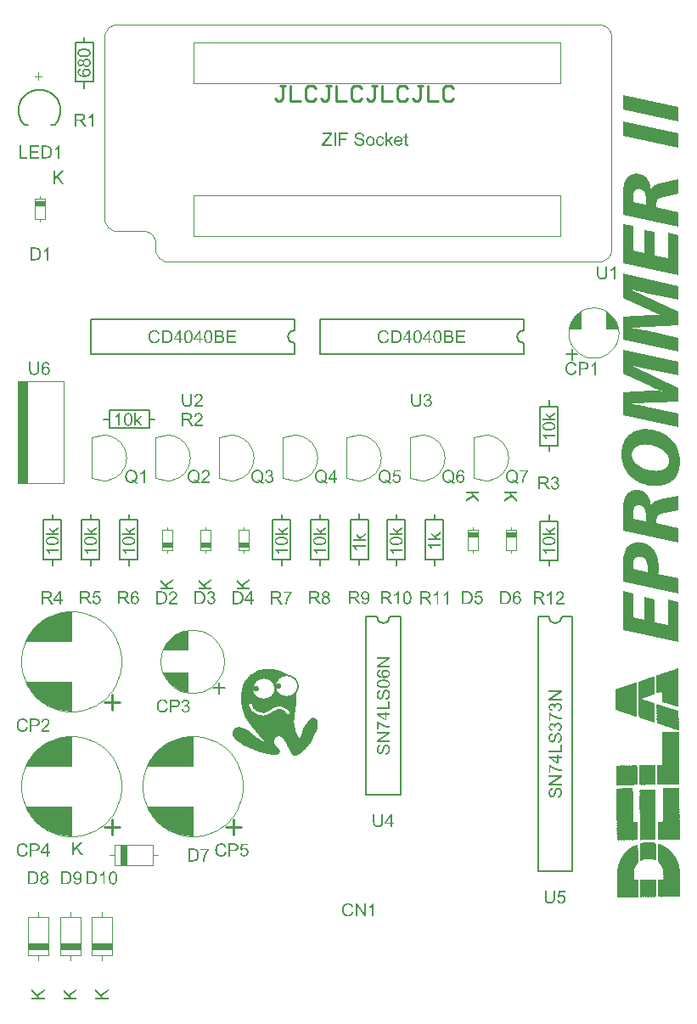
<source format=gto>
G04*
G04 #@! TF.GenerationSoftware,Altium Limited,Altium Designer,21.0.8 (223)*
G04*
G04 Layer_Color=65535*
%FSLAX25Y25*%
%MOIN*%
G70*
G04*
G04 #@! TF.SameCoordinates,0DE2D123-2560-44B9-80CC-8921B81A5650*
G04*
G04*
G04 #@! TF.FilePolarity,Positive*
G04*
G01*
G75*
%ADD10C,0.00394*%
%ADD11C,0.00591*%
%ADD12C,0.00787*%
%ADD13C,0.00984*%
%ADD14C,0.01000*%
%ADD15R,0.04000X0.02000*%
%ADD16R,0.08000X0.03000*%
%ADD17R,0.03000X0.08000*%
G36*
X237000Y271000D02*
X238500Y269000D01*
X239500Y266500D01*
X239728Y265500D01*
X235000D01*
Y272478D01*
X237000Y271000D01*
D02*
G37*
G36*
X225000Y265500D02*
X220272D01*
X220500Y266500D01*
X221500Y269000D01*
X223000Y271000D01*
X225000Y272478D01*
Y265500D01*
D02*
G37*
G36*
X8000Y205000D02*
X4000D01*
Y245000D01*
X8000D01*
Y205000D01*
D02*
G37*
G36*
X25000Y143000D02*
X7014D01*
X8000Y145000D01*
X11000Y149000D01*
X15000Y152000D01*
X20000Y154000D01*
X25000Y154685D01*
Y143000D01*
D02*
G37*
G36*
X70500Y139500D02*
X60944D01*
X62000Y141500D01*
X64000Y144000D01*
X65901Y145500D01*
X67658Y146417D01*
X69370Y147000D01*
X70500D01*
Y139500D01*
D02*
G37*
G36*
X263133Y132244D02*
X263205D01*
Y132172D01*
X263277D01*
Y132100D01*
X263205D01*
Y132028D01*
X263277D01*
Y131956D01*
X263205D01*
Y131884D01*
X263277D01*
Y131812D01*
X263205D01*
Y131740D01*
X263277D01*
Y131668D01*
X263205D01*
Y131596D01*
X263277D01*
Y131380D01*
X263205D01*
Y131308D01*
X263277D01*
Y130516D01*
X263349D01*
Y130444D01*
X263277D01*
Y130228D01*
X263349D01*
Y130156D01*
X263277D01*
Y129940D01*
X263349D01*
Y129868D01*
X263277D01*
Y129796D01*
X263349D01*
Y129724D01*
X263277D01*
Y129651D01*
X263349D01*
Y129579D01*
X263277D01*
Y129507D01*
X263349D01*
Y129435D01*
X263277D01*
Y129363D01*
X263349D01*
Y129291D01*
X263277D01*
Y129219D01*
X263349D01*
Y129147D01*
X263277D01*
Y129075D01*
X263349D01*
Y129003D01*
X263277D01*
Y128931D01*
X263349D01*
Y128859D01*
X263277D01*
Y128787D01*
X263349D01*
Y128715D01*
X263277D01*
Y128643D01*
X263349D01*
Y128571D01*
X263277D01*
Y128499D01*
X263349D01*
Y128427D01*
X263277D01*
Y128355D01*
X263349D01*
Y128283D01*
X263277D01*
Y128211D01*
X263349D01*
Y128139D01*
X263277D01*
Y128067D01*
X263349D01*
Y127995D01*
X263277D01*
Y127923D01*
X263349D01*
Y127851D01*
X263277D01*
Y127779D01*
X263349D01*
Y127707D01*
X263277D01*
Y127635D01*
X263349D01*
Y127563D01*
X263277D01*
Y127491D01*
X263349D01*
Y127419D01*
X263277D01*
Y127347D01*
X263349D01*
Y127275D01*
X263277D01*
Y127203D01*
X263349D01*
Y127131D01*
X263277D01*
Y127059D01*
X263349D01*
Y126987D01*
X263277D01*
Y126915D01*
X263349D01*
Y126842D01*
X263277D01*
Y126770D01*
X263349D01*
Y126698D01*
X263277D01*
Y126626D01*
X263349D01*
Y126554D01*
X263277D01*
Y126482D01*
X263349D01*
Y126410D01*
X263277D01*
Y126338D01*
X263349D01*
Y126122D01*
X263277D01*
Y126050D01*
X263349D01*
Y125978D01*
X263277D01*
Y125906D01*
X263349D01*
Y125834D01*
X263277D01*
Y125762D01*
X263349D01*
Y125546D01*
X263277D01*
Y125474D01*
X263349D01*
Y125258D01*
X263277D01*
Y125186D01*
X263349D01*
Y124970D01*
X263277D01*
Y124898D01*
X263349D01*
Y124682D01*
X263277D01*
Y124610D01*
X263349D01*
Y117191D01*
X263277D01*
Y117119D01*
X263205D01*
Y117191D01*
X262989D01*
Y117263D01*
X262917D01*
Y117191D01*
X262845D01*
Y117263D01*
X262629D01*
Y117335D01*
X262557D01*
Y117407D01*
X262485D01*
Y117335D01*
X262413D01*
Y117407D01*
X262341D01*
Y117335D01*
X262269D01*
Y117407D01*
X262197D01*
Y117479D01*
X262125D01*
Y117407D01*
X262053D01*
Y117479D01*
X261981D01*
Y117551D01*
X261909D01*
Y117479D01*
X261837D01*
Y117551D01*
X261621D01*
Y117623D01*
X261404D01*
Y117695D01*
X261188D01*
Y117767D01*
X260972D01*
Y117839D01*
X260756D01*
Y117911D01*
X260540D01*
Y117983D01*
X260324D01*
Y118055D01*
X260108D01*
Y118127D01*
X260036D01*
Y118055D01*
X259964D01*
Y118127D01*
X259820D01*
Y118199D01*
X259676D01*
Y118271D01*
X259604D01*
Y118199D01*
X259532D01*
Y118271D01*
X259388D01*
Y118343D01*
X259244D01*
Y118415D01*
X259172D01*
Y118343D01*
X259100D01*
Y118415D01*
X258884D01*
Y118488D01*
X258812D01*
Y118560D01*
X258739D01*
Y118488D01*
X258667D01*
Y118560D01*
X258451D01*
Y118631D01*
X258379D01*
Y118703D01*
X258307D01*
Y118631D01*
X258235D01*
Y118703D01*
X258019D01*
Y118776D01*
X257803D01*
Y118848D01*
X257731D01*
Y118776D01*
X257659D01*
Y118848D01*
X257587D01*
Y118920D01*
X257371D01*
Y118992D01*
X257299D01*
Y118920D01*
X257227D01*
Y118992D01*
X257155D01*
Y119064D01*
X256939D01*
Y119712D01*
X256867D01*
Y119784D01*
X256939D01*
Y120000D01*
X256867D01*
Y120072D01*
X256939D01*
Y120288D01*
X256867D01*
Y120360D01*
X256939D01*
Y120432D01*
X256867D01*
Y120504D01*
X256939D01*
Y120576D01*
X256867D01*
Y120648D01*
X256939D01*
Y120720D01*
X256867D01*
Y120792D01*
X256939D01*
Y120864D01*
X256867D01*
Y120936D01*
X256939D01*
Y121008D01*
X256867D01*
Y121080D01*
X256939D01*
Y121152D01*
X256867D01*
Y121224D01*
X256939D01*
Y121297D01*
X256867D01*
Y121369D01*
X256939D01*
Y121440D01*
X256867D01*
Y121513D01*
X256939D01*
Y121585D01*
X256867D01*
Y121657D01*
X256939D01*
Y121729D01*
X256867D01*
Y121801D01*
X256939D01*
Y121873D01*
X256867D01*
Y121945D01*
X256939D01*
Y122017D01*
X256867D01*
Y122089D01*
X256939D01*
Y122161D01*
X256867D01*
Y122521D01*
X256795D01*
Y122593D01*
X256867D01*
Y122665D01*
X256795D01*
Y122737D01*
X256867D01*
Y122809D01*
X256795D01*
Y122953D01*
X256651D01*
Y122881D01*
X256291D01*
Y122809D01*
X256219D01*
Y122881D01*
X256147D01*
Y122809D01*
X256075D01*
Y122737D01*
X255858D01*
Y122665D01*
X255786D01*
Y122737D01*
X255715D01*
Y122665D01*
X255642D01*
Y122593D01*
X255426D01*
Y122521D01*
X255354D01*
Y122593D01*
X255282D01*
Y122521D01*
X255066D01*
Y122449D01*
X254850D01*
Y122521D01*
X254778D01*
Y123025D01*
X254706D01*
Y123097D01*
X254778D01*
Y123169D01*
X254706D01*
Y123241D01*
X254778D01*
Y123313D01*
X254706D01*
Y123385D01*
X254778D01*
Y123457D01*
X254706D01*
Y123529D01*
X254778D01*
Y123601D01*
X254706D01*
Y123673D01*
X254778D01*
Y123745D01*
X254706D01*
Y123817D01*
X254778D01*
Y123889D01*
X254706D01*
Y123961D01*
X254778D01*
Y124033D01*
X254706D01*
Y124106D01*
X254778D01*
Y124178D01*
X254706D01*
Y124250D01*
X254778D01*
Y124322D01*
X254706D01*
Y124394D01*
X254778D01*
Y124466D01*
X254706D01*
Y124538D01*
X254778D01*
Y124610D01*
X254706D01*
Y124682D01*
X254778D01*
Y124754D01*
X254706D01*
Y124826D01*
X254778D01*
Y124898D01*
X254706D01*
Y124970D01*
X254778D01*
Y125042D01*
X254706D01*
Y125114D01*
X254778D01*
Y125186D01*
X254706D01*
Y125258D01*
X254778D01*
Y125330D01*
X254706D01*
Y125402D01*
X254778D01*
Y125474D01*
X254706D01*
Y125546D01*
X254778D01*
Y125618D01*
X254706D01*
Y125690D01*
X254778D01*
Y125762D01*
X254706D01*
Y125834D01*
X254778D01*
Y125906D01*
X254706D01*
Y125978D01*
X254778D01*
Y126050D01*
X254706D01*
Y126122D01*
X254778D01*
Y126194D01*
X254706D01*
Y126266D01*
X254778D01*
Y126338D01*
X254706D01*
Y126554D01*
X254778D01*
Y126626D01*
X254706D01*
Y126842D01*
X254778D01*
Y126915D01*
X254706D01*
Y127131D01*
X254778D01*
Y127203D01*
X254706D01*
Y127419D01*
X254778D01*
Y127491D01*
X254706D01*
Y127707D01*
X254778D01*
Y127779D01*
X254706D01*
Y127995D01*
X254778D01*
Y128067D01*
X254706D01*
Y128283D01*
X254778D01*
Y128355D01*
X254706D01*
Y128571D01*
X254778D01*
Y128643D01*
X254706D01*
Y128859D01*
X254778D01*
Y128931D01*
X254706D01*
Y129147D01*
X254778D01*
Y129219D01*
X254706D01*
Y129435D01*
X254778D01*
Y129507D01*
X254850D01*
Y129435D01*
X254922D01*
Y129507D01*
X255066D01*
Y129579D01*
X255210D01*
Y129651D01*
X255282D01*
Y129579D01*
X255354D01*
Y129651D01*
X255426D01*
Y129724D01*
X255642D01*
Y129796D01*
X255715D01*
Y129724D01*
X255786D01*
Y129796D01*
X255930D01*
Y129868D01*
X256075D01*
Y129940D01*
X256147D01*
Y129868D01*
X256219D01*
Y129940D01*
X256291D01*
Y130012D01*
X256507D01*
Y130084D01*
X256579D01*
Y130012D01*
X256651D01*
Y130084D01*
X256795D01*
Y130156D01*
X256939D01*
Y130228D01*
X257011D01*
Y130156D01*
X257083D01*
Y130228D01*
X257155D01*
Y130300D01*
X257371D01*
Y130372D01*
X257587D01*
Y130444D01*
X257803D01*
Y130516D01*
X258019D01*
Y130588D01*
X258235D01*
Y130660D01*
X258451D01*
Y130732D01*
X258667D01*
Y130804D01*
X258884D01*
Y130876D01*
X259100D01*
Y130948D01*
X259316D01*
Y131020D01*
X259388D01*
Y131092D01*
X259460D01*
Y131020D01*
X259532D01*
Y131092D01*
X259748D01*
Y131164D01*
X259820D01*
Y131236D01*
X259892D01*
Y131164D01*
X259964D01*
Y131236D01*
X260180D01*
Y131308D01*
X260252D01*
Y131380D01*
X260324D01*
Y131308D01*
X260396D01*
Y131380D01*
X260468D01*
Y131452D01*
X260540D01*
Y131380D01*
X260612D01*
Y131452D01*
X260684D01*
Y131524D01*
X260756D01*
Y131452D01*
X260828D01*
Y131524D01*
X260900D01*
Y131596D01*
X260972D01*
Y131524D01*
X261044D01*
Y131596D01*
X261116D01*
Y131668D01*
X261188D01*
Y131596D01*
X261261D01*
Y131668D01*
X261476D01*
Y131740D01*
X261549D01*
Y131812D01*
X261621D01*
Y131740D01*
X261693D01*
Y131812D01*
X261909D01*
Y131884D01*
X261981D01*
Y131956D01*
X262053D01*
Y131884D01*
X262125D01*
Y131956D01*
X262341D01*
Y132028D01*
X262413D01*
Y132100D01*
X262485D01*
Y132028D01*
X262557D01*
Y132100D01*
X262629D01*
Y132172D01*
X262845D01*
Y132244D01*
X262917D01*
Y132172D01*
X262989D01*
Y132244D01*
X263061D01*
Y132317D01*
X263133D01*
Y132244D01*
D02*
G37*
G36*
X253914Y129075D02*
X253986D01*
Y129003D01*
X253914D01*
Y128931D01*
X253986D01*
Y128859D01*
X253914D01*
Y128787D01*
X253986D01*
Y128715D01*
X253914D01*
Y128643D01*
X253986D01*
Y128571D01*
X253914D01*
Y128499D01*
X253986D01*
Y128283D01*
X253914D01*
Y128211D01*
X253986D01*
Y127995D01*
X253914D01*
Y127923D01*
X253986D01*
Y127707D01*
X253914D01*
Y127635D01*
X253986D01*
Y127131D01*
X253914D01*
Y127059D01*
X253986D01*
Y125978D01*
X253914D01*
Y125906D01*
X253986D01*
Y125114D01*
X253914D01*
Y125042D01*
X253986D01*
Y124826D01*
X253914D01*
Y124754D01*
X253986D01*
Y124682D01*
X253914D01*
Y124610D01*
X253986D01*
Y124538D01*
X253914D01*
Y124466D01*
X253986D01*
Y124250D01*
X253914D01*
Y124178D01*
X253986D01*
Y124106D01*
X253914D01*
Y124033D01*
X253986D01*
Y123961D01*
X253914D01*
Y123889D01*
X253986D01*
Y123817D01*
X253914D01*
Y123745D01*
X253986D01*
Y123673D01*
X253914D01*
Y123601D01*
X253986D01*
Y123529D01*
X253914D01*
Y123457D01*
X253986D01*
Y123385D01*
X253914D01*
Y123313D01*
X253986D01*
Y123241D01*
X253914D01*
Y123169D01*
X253986D01*
Y123097D01*
X253914D01*
Y123025D01*
X253986D01*
Y122953D01*
X253914D01*
Y122881D01*
X253986D01*
Y122809D01*
X253914D01*
Y122737D01*
X253986D01*
Y122665D01*
X253914D01*
Y122593D01*
X253986D01*
Y122521D01*
X253914D01*
Y122161D01*
X253842D01*
Y122089D01*
X253770D01*
Y122017D01*
X253698D01*
Y121945D01*
X253626D01*
Y122017D01*
X253554D01*
Y121945D01*
X253338D01*
Y121873D01*
X253266D01*
Y121801D01*
X253193D01*
Y121873D01*
X253121D01*
Y121801D01*
X252977D01*
Y121729D01*
X252833D01*
Y121657D01*
X252761D01*
Y121729D01*
X252689D01*
Y121657D01*
X252617D01*
Y121585D01*
X252401D01*
Y121513D01*
X252329D01*
Y121585D01*
X252257D01*
Y121513D01*
X252185D01*
Y121440D01*
X251969D01*
Y121369D01*
X251897D01*
Y121440D01*
X251825D01*
Y121369D01*
X251753D01*
Y121297D01*
X251537D01*
Y121224D01*
X251321D01*
Y121152D01*
X251105D01*
Y121080D01*
X250889D01*
Y121008D01*
X250673D01*
Y120936D01*
X250457D01*
Y120864D01*
X250240D01*
Y120792D01*
X250024D01*
Y120720D01*
X249952D01*
Y120648D01*
X249880D01*
Y120720D01*
X249808D01*
Y120648D01*
X249664D01*
Y120576D01*
X249520D01*
Y120504D01*
X249448D01*
Y120576D01*
X249376D01*
Y120504D01*
X249232D01*
Y120432D01*
X249088D01*
Y120360D01*
X248944D01*
Y120288D01*
X249088D01*
Y120216D01*
X249160D01*
Y120144D01*
X249232D01*
Y120072D01*
X249304D01*
Y120144D01*
X249376D01*
Y120072D01*
X249448D01*
Y120000D01*
X249664D01*
Y119928D01*
X249736D01*
Y120000D01*
X249808D01*
Y119928D01*
X249880D01*
Y119856D01*
X250096D01*
Y119784D01*
X250168D01*
Y119856D01*
X250240D01*
Y119784D01*
X250312D01*
Y119712D01*
X250529D01*
Y119640D01*
X250601D01*
Y119712D01*
X250673D01*
Y119640D01*
X250817D01*
Y119568D01*
X250961D01*
Y119496D01*
X251033D01*
Y119568D01*
X251105D01*
Y119496D01*
X251249D01*
Y119424D01*
X251537D01*
Y119352D01*
X251753D01*
Y119280D01*
X251969D01*
Y119208D01*
X252185D01*
Y119136D01*
X252401D01*
Y119064D01*
X252473D01*
Y119136D01*
X252545D01*
Y119064D01*
X252617D01*
Y118992D01*
X252833D01*
Y118920D01*
X252905D01*
Y118992D01*
X252977D01*
Y118920D01*
X253049D01*
Y118848D01*
X253266D01*
Y118776D01*
X253338D01*
Y118848D01*
X253410D01*
Y118776D01*
X253626D01*
Y118703D01*
X253698D01*
Y118631D01*
X253842D01*
Y118488D01*
X253914D01*
Y118415D01*
X253986D01*
Y118055D01*
X254058D01*
Y117983D01*
X253986D01*
Y117911D01*
X254058D01*
Y117839D01*
X253986D01*
Y117767D01*
X254058D01*
Y117695D01*
X253986D01*
Y117623D01*
X254058D01*
Y117551D01*
X253986D01*
Y117479D01*
X254058D01*
Y117407D01*
X253986D01*
Y117335D01*
X254058D01*
Y117263D01*
X253986D01*
Y117191D01*
X254058D01*
Y116975D01*
X253986D01*
Y116903D01*
X254058D01*
Y116687D01*
X253986D01*
Y116615D01*
X254058D01*
Y116399D01*
X253986D01*
Y116327D01*
X254058D01*
Y116111D01*
X253986D01*
Y116039D01*
X254058D01*
Y115823D01*
X253986D01*
Y115751D01*
X254058D01*
Y115534D01*
X253986D01*
Y115462D01*
X254058D01*
Y115246D01*
X253986D01*
Y115174D01*
X254058D01*
Y114958D01*
X253986D01*
Y114886D01*
X254058D01*
Y114670D01*
X253986D01*
Y114598D01*
X254058D01*
Y114382D01*
X253986D01*
Y114310D01*
X254058D01*
Y114094D01*
X253986D01*
Y114022D01*
X254058D01*
Y113806D01*
X253986D01*
Y113734D01*
X254058D01*
Y113518D01*
X253986D01*
Y113446D01*
X254058D01*
Y113230D01*
X253986D01*
Y113157D01*
X254058D01*
Y112942D01*
X253986D01*
Y112869D01*
X254058D01*
Y112653D01*
X253986D01*
Y112581D01*
X254058D01*
Y112509D01*
X253986D01*
Y112437D01*
X254058D01*
Y112365D01*
X253986D01*
Y112293D01*
X254058D01*
Y112221D01*
X253986D01*
Y112149D01*
X254058D01*
Y112077D01*
X253986D01*
Y112005D01*
X254058D01*
Y111933D01*
X253986D01*
Y111861D01*
X254058D01*
Y111789D01*
X253986D01*
Y111717D01*
X254058D01*
Y111645D01*
X253986D01*
Y111573D01*
X254058D01*
Y111501D01*
X253986D01*
Y111429D01*
X254058D01*
Y111357D01*
X253986D01*
Y111285D01*
X254058D01*
Y111213D01*
X253986D01*
Y111141D01*
X254058D01*
Y111069D01*
X253986D01*
Y110997D01*
X253914D01*
Y111069D01*
X253698D01*
Y111141D01*
X253482D01*
Y111213D01*
X253410D01*
Y111141D01*
X253338D01*
Y111213D01*
X253121D01*
Y111285D01*
X253049D01*
Y111357D01*
X252977D01*
Y111285D01*
X252905D01*
Y111357D01*
X252689D01*
Y111429D01*
X252617D01*
Y111501D01*
X252545D01*
Y111429D01*
X252473D01*
Y111501D01*
X252257D01*
Y111573D01*
X252185D01*
Y111645D01*
X252113D01*
Y111573D01*
X252041D01*
Y111645D01*
X251825D01*
Y111717D01*
X251609D01*
Y111789D01*
X251393D01*
Y111861D01*
X251321D01*
Y111933D01*
X251249D01*
Y111861D01*
X251177D01*
Y111933D01*
X251105D01*
Y111861D01*
X251033D01*
Y111933D01*
X250961D01*
Y112005D01*
X250745D01*
Y112077D01*
X250529D01*
Y112149D01*
X250457D01*
Y112221D01*
X250384D01*
Y112149D01*
X250312D01*
Y112221D01*
X250240D01*
Y112149D01*
X250168D01*
Y112221D01*
X250096D01*
Y112293D01*
X249880D01*
Y112365D01*
X249808D01*
Y112293D01*
X249736D01*
Y112365D01*
X249664D01*
Y112437D01*
X249448D01*
Y112509D01*
X249376D01*
Y112437D01*
X249304D01*
Y112509D01*
X249232D01*
Y112581D01*
X249016D01*
Y112653D01*
X248944D01*
Y112581D01*
X248872D01*
Y112653D01*
X248800D01*
Y112725D01*
X248584D01*
Y112797D01*
X248512D01*
Y112725D01*
X248440D01*
Y112797D01*
X248368D01*
Y112869D01*
X248296D01*
Y112797D01*
X248224D01*
Y112869D01*
X248152D01*
Y112942D01*
X248080D01*
Y112869D01*
X248008D01*
Y112942D01*
X247936D01*
Y113014D01*
X247864D01*
Y113230D01*
X247792D01*
Y113302D01*
X247864D01*
Y113374D01*
X247792D01*
Y113446D01*
X247864D01*
Y113518D01*
X247792D01*
Y113590D01*
X247864D01*
Y113662D01*
X247792D01*
Y114022D01*
X247720D01*
Y114094D01*
X247792D01*
Y114310D01*
X247720D01*
Y114382D01*
X247792D01*
Y114454D01*
X247720D01*
Y114526D01*
X247792D01*
Y114598D01*
X247720D01*
Y114670D01*
X247792D01*
Y114742D01*
X247720D01*
Y114814D01*
X247792D01*
Y114886D01*
X247720D01*
Y114958D01*
X247792D01*
Y115030D01*
X247720D01*
Y115102D01*
X247792D01*
Y115174D01*
X247720D01*
Y115246D01*
X247792D01*
Y115318D01*
X247720D01*
Y115390D01*
X247792D01*
Y115462D01*
X247720D01*
Y115534D01*
X247792D01*
Y115606D01*
X247720D01*
Y115678D01*
X247792D01*
Y115751D01*
X247720D01*
Y115823D01*
X247792D01*
Y115894D01*
X247720D01*
Y115967D01*
X247792D01*
Y116039D01*
X247720D01*
Y116111D01*
X247792D01*
Y116183D01*
X247720D01*
Y116255D01*
X247792D01*
Y116327D01*
X247720D01*
Y116399D01*
X247792D01*
Y116471D01*
X247720D01*
Y116543D01*
X247792D01*
Y116615D01*
X247720D01*
Y116831D01*
X247792D01*
Y116903D01*
X247720D01*
Y117119D01*
X247792D01*
Y117191D01*
X247720D01*
Y117263D01*
X247792D01*
Y117335D01*
X247720D01*
Y117407D01*
X247792D01*
Y117479D01*
X247720D01*
Y117695D01*
X247792D01*
Y117767D01*
X247720D01*
Y117983D01*
X247792D01*
Y118055D01*
X247720D01*
Y118271D01*
X247792D01*
Y118343D01*
X247720D01*
Y118560D01*
X247792D01*
Y118631D01*
X247720D01*
Y118848D01*
X247792D01*
Y118920D01*
X247720D01*
Y119136D01*
X247792D01*
Y119208D01*
X247720D01*
Y119424D01*
X247792D01*
Y119496D01*
X247720D01*
Y127059D01*
X247792D01*
Y127131D01*
X247864D01*
Y127203D01*
X247936D01*
Y127131D01*
X248008D01*
Y127203D01*
X248080D01*
Y127131D01*
X248152D01*
Y127203D01*
X248224D01*
Y127275D01*
X248296D01*
Y127347D01*
X248368D01*
Y127275D01*
X248440D01*
Y127347D01*
X248656D01*
Y127419D01*
X248728D01*
Y127491D01*
X248800D01*
Y127419D01*
X248872D01*
Y127491D01*
X249088D01*
Y127563D01*
X249160D01*
Y127635D01*
X249232D01*
Y127563D01*
X249304D01*
Y127635D01*
X249520D01*
Y127707D01*
X249592D01*
Y127779D01*
X249664D01*
Y127707D01*
X249736D01*
Y127779D01*
X249880D01*
Y127851D01*
X250024D01*
Y127923D01*
X250096D01*
Y127851D01*
X250168D01*
Y127923D01*
X250384D01*
Y127995D01*
X250457D01*
Y128067D01*
X250529D01*
Y127995D01*
X250601D01*
Y128067D01*
X250745D01*
Y128139D01*
X250889D01*
Y128211D01*
X250961D01*
Y128139D01*
X251033D01*
Y128211D01*
X251177D01*
Y128283D01*
X251321D01*
Y128355D01*
X251393D01*
Y128283D01*
X251465D01*
Y128355D01*
X251609D01*
Y128427D01*
X251753D01*
Y128499D01*
X251969D01*
Y128571D01*
X252185D01*
Y128643D01*
X252401D01*
Y128715D01*
X252617D01*
Y128787D01*
X252833D01*
Y128859D01*
X253049D01*
Y128931D01*
X253121D01*
Y128859D01*
X253193D01*
Y128931D01*
X253338D01*
Y129003D01*
X253482D01*
Y129075D01*
X253554D01*
Y129003D01*
X253626D01*
Y129075D01*
X253842D01*
Y129147D01*
X253914D01*
Y129075D01*
D02*
G37*
G36*
X246927Y125114D02*
X246999D01*
Y125042D01*
X246927D01*
Y124826D01*
X246999D01*
Y124754D01*
X246927D01*
Y124682D01*
X246999D01*
Y124610D01*
X246927D01*
Y124538D01*
X246999D01*
Y124466D01*
X246927D01*
Y124394D01*
X246999D01*
Y124322D01*
X246927D01*
Y124250D01*
X246999D01*
Y124178D01*
X246927D01*
Y124106D01*
X246999D01*
Y124033D01*
X246927D01*
Y123961D01*
X246999D01*
Y123889D01*
X246927D01*
Y123817D01*
X246999D01*
Y123745D01*
X246927D01*
Y123673D01*
X246999D01*
Y123169D01*
X247071D01*
Y123097D01*
X246999D01*
Y122881D01*
X247071D01*
Y122809D01*
X246999D01*
Y122737D01*
X247071D01*
Y122665D01*
X246999D01*
Y122593D01*
X247071D01*
Y122521D01*
X246999D01*
Y122449D01*
X247071D01*
Y122377D01*
X246999D01*
Y122305D01*
X247071D01*
Y122233D01*
X246999D01*
Y122161D01*
X247071D01*
Y122089D01*
X246999D01*
Y122017D01*
X247071D01*
Y121945D01*
X246999D01*
Y121873D01*
X247071D01*
Y121801D01*
X246999D01*
Y121729D01*
X247071D01*
Y121657D01*
X246999D01*
Y121585D01*
X247071D01*
Y121513D01*
X246999D01*
Y121440D01*
X247071D01*
Y121369D01*
X246999D01*
Y121297D01*
X247071D01*
Y121224D01*
X246999D01*
Y121152D01*
X247071D01*
Y121080D01*
X246999D01*
Y121008D01*
X247071D01*
Y120936D01*
X246999D01*
Y120864D01*
X247071D01*
Y120792D01*
X246999D01*
Y120720D01*
X247071D01*
Y120648D01*
X246999D01*
Y120576D01*
X247071D01*
Y120504D01*
X246999D01*
Y120432D01*
X247071D01*
Y120360D01*
X246999D01*
Y120288D01*
X247071D01*
Y120216D01*
X246999D01*
Y120144D01*
X247071D01*
Y120072D01*
X246999D01*
Y120000D01*
X247071D01*
Y119928D01*
X246999D01*
Y119856D01*
X247071D01*
Y119784D01*
X246999D01*
Y119712D01*
X247071D01*
Y119640D01*
X246999D01*
Y119568D01*
X247071D01*
Y119496D01*
X246999D01*
Y119424D01*
X247071D01*
Y119352D01*
X246999D01*
Y119280D01*
X247071D01*
Y119064D01*
X246999D01*
Y118992D01*
X247071D01*
Y118920D01*
X246999D01*
Y118848D01*
X247071D01*
Y118776D01*
X246999D01*
Y118703D01*
X247071D01*
Y118488D01*
X246999D01*
Y118415D01*
X247071D01*
Y118199D01*
X246999D01*
Y118127D01*
X247071D01*
Y117911D01*
X246999D01*
Y117839D01*
X247071D01*
Y117623D01*
X246999D01*
Y117551D01*
X247071D01*
Y117335D01*
X246999D01*
Y117263D01*
X247071D01*
Y117047D01*
X246999D01*
Y116975D01*
X247071D01*
Y116759D01*
X246999D01*
Y116687D01*
X247071D01*
Y116471D01*
X246999D01*
Y116399D01*
X247071D01*
Y116183D01*
X246999D01*
Y116111D01*
X247071D01*
Y115894D01*
X246999D01*
Y115823D01*
X247071D01*
Y115606D01*
X246999D01*
Y115534D01*
X247071D01*
Y115318D01*
X246999D01*
Y115246D01*
X247071D01*
Y115030D01*
X246999D01*
Y114958D01*
X247071D01*
Y114742D01*
X246999D01*
Y114670D01*
X247071D01*
Y114454D01*
X246999D01*
Y114382D01*
X247071D01*
Y114310D01*
X246999D01*
Y114238D01*
X247071D01*
Y114166D01*
X246999D01*
Y114094D01*
X247071D01*
Y114022D01*
X246999D01*
Y113950D01*
X247071D01*
Y113878D01*
X246999D01*
Y113806D01*
X247071D01*
Y113734D01*
X246999D01*
Y113662D01*
X247071D01*
Y113590D01*
X246999D01*
Y113518D01*
X247071D01*
Y113446D01*
X246999D01*
Y113374D01*
X247071D01*
Y113302D01*
X246855D01*
Y113374D01*
X246783D01*
Y113302D01*
X246711D01*
Y113374D01*
X246495D01*
Y113446D01*
X246279D01*
Y113518D01*
X246207D01*
Y113446D01*
X246135D01*
Y113518D01*
X245919D01*
Y113590D01*
X245847D01*
Y113662D01*
X245775D01*
Y113590D01*
X245703D01*
Y113662D01*
X245559D01*
Y113734D01*
X245415D01*
Y113806D01*
X245343D01*
Y113734D01*
X245271D01*
Y113806D01*
X245055D01*
Y113878D01*
X244983D01*
Y113950D01*
X244911D01*
Y113878D01*
X244839D01*
Y113950D01*
X244622D01*
Y114022D01*
X244406D01*
Y114094D01*
X244190D01*
Y114166D01*
X243974D01*
Y114238D01*
X243902D01*
Y114166D01*
X243830D01*
Y114238D01*
X243758D01*
Y114310D01*
X243542D01*
Y114382D01*
X243470D01*
Y114310D01*
X243398D01*
Y114382D01*
X243326D01*
Y114454D01*
X243110D01*
Y114526D01*
X243038D01*
Y114454D01*
X242966D01*
Y114526D01*
X242894D01*
Y114598D01*
X242822D01*
Y114526D01*
X242750D01*
Y114598D01*
X242678D01*
Y114670D01*
X242606D01*
Y114598D01*
X242534D01*
Y114670D01*
X242318D01*
Y114742D01*
X242102D01*
Y114814D01*
X241885D01*
Y114886D01*
X241669D01*
Y114958D01*
X241453D01*
Y115030D01*
X241237D01*
Y115102D01*
X240949D01*
Y115174D01*
X240805D01*
Y115246D01*
X240733D01*
Y115174D01*
X240661D01*
Y115246D01*
X240589D01*
Y115318D01*
X240373D01*
Y115390D01*
X240157D01*
Y115462D01*
X239941D01*
Y115534D01*
X239725D01*
Y115606D01*
X239509D01*
Y115678D01*
X239293D01*
Y115751D01*
X239220D01*
Y115823D01*
X239148D01*
Y115751D01*
X239076D01*
Y115823D01*
X239004D01*
Y115894D01*
X238788D01*
Y116831D01*
X238716D01*
Y116903D01*
X238788D01*
Y117119D01*
X238716D01*
Y117191D01*
X238788D01*
Y117263D01*
X238716D01*
Y117335D01*
X238788D01*
Y117407D01*
X238716D01*
Y117479D01*
X238788D01*
Y117551D01*
X238716D01*
Y117623D01*
X238788D01*
Y117695D01*
X238716D01*
Y117767D01*
X238788D01*
Y117839D01*
X238716D01*
Y117911D01*
X238788D01*
Y117983D01*
X238716D01*
Y118055D01*
X238788D01*
Y118127D01*
X238716D01*
Y118199D01*
X238788D01*
Y118271D01*
X238716D01*
Y118343D01*
X238788D01*
Y118415D01*
X238716D01*
Y118488D01*
X238788D01*
Y118560D01*
X238716D01*
Y118631D01*
X238788D01*
Y118703D01*
X238716D01*
Y118920D01*
X238788D01*
Y118992D01*
X238716D01*
Y119208D01*
X238788D01*
Y119280D01*
X238716D01*
Y119496D01*
X238788D01*
Y119568D01*
X238716D01*
Y120360D01*
X238788D01*
Y120432D01*
X238716D01*
Y124106D01*
X238932D01*
Y124178D01*
X239004D01*
Y124106D01*
X239076D01*
Y124178D01*
X239148D01*
Y124250D01*
X239365D01*
Y124322D01*
X239437D01*
Y124250D01*
X239509D01*
Y124322D01*
X239581D01*
Y124394D01*
X239797D01*
Y124466D01*
X239869D01*
Y124394D01*
X239941D01*
Y124466D01*
X240013D01*
Y124538D01*
X240229D01*
Y124610D01*
X240301D01*
Y124538D01*
X240373D01*
Y124610D01*
X240445D01*
Y124682D01*
X240661D01*
Y124754D01*
X240733D01*
Y124682D01*
X240805D01*
Y124754D01*
X240877D01*
Y124826D01*
X241093D01*
Y124898D01*
X241165D01*
Y124826D01*
X241237D01*
Y124898D01*
X241309D01*
Y124970D01*
X241525D01*
Y125042D01*
X241597D01*
Y124970D01*
X241669D01*
Y125042D01*
X241741D01*
Y125114D01*
X241957D01*
Y125186D01*
X242030D01*
Y125114D01*
X242102D01*
Y125186D01*
X242174D01*
Y125258D01*
X242390D01*
Y125330D01*
X242462D01*
Y125258D01*
X242534D01*
Y125330D01*
X242606D01*
Y125402D01*
X242822D01*
Y125474D01*
X242894D01*
Y125402D01*
X242966D01*
Y125474D01*
X243038D01*
Y125546D01*
X243254D01*
Y125618D01*
X243326D01*
Y125546D01*
X243398D01*
Y125618D01*
X243470D01*
Y125690D01*
X243686D01*
Y125762D01*
X243758D01*
Y125690D01*
X243830D01*
Y125762D01*
X243902D01*
Y125834D01*
X244118D01*
Y125906D01*
X244190D01*
Y125834D01*
X244262D01*
Y125906D01*
X244334D01*
Y125978D01*
X244550D01*
Y126050D01*
X244622D01*
Y125978D01*
X244694D01*
Y126050D01*
X244766D01*
Y126122D01*
X244983D01*
Y126194D01*
X245199D01*
Y126266D01*
X245415D01*
Y126338D01*
X245487D01*
Y126266D01*
X245559D01*
Y126338D01*
X245631D01*
Y126410D01*
X245847D01*
Y126482D01*
X246063D01*
Y126554D01*
X246279D01*
Y126626D01*
X246351D01*
Y126554D01*
X246423D01*
Y126626D01*
X246495D01*
Y126698D01*
X246567D01*
Y126626D01*
X246639D01*
Y126698D01*
X246855D01*
Y126770D01*
X246927D01*
Y125114D01*
D02*
G37*
G36*
X70500Y123000D02*
X69370D01*
X67658Y123583D01*
X65901Y124500D01*
X64000Y126000D01*
X62000Y128500D01*
X60944Y130500D01*
X70500D01*
Y123000D01*
D02*
G37*
G36*
X255138Y118199D02*
X255282D01*
Y118127D01*
X255426D01*
Y118055D01*
X255498D01*
Y118127D01*
X255570D01*
Y118055D01*
X255786D01*
Y117983D01*
X255858D01*
Y117911D01*
X255930D01*
Y117983D01*
X256003D01*
Y117911D01*
X256219D01*
Y117839D01*
X256291D01*
Y117767D01*
X256363D01*
Y117839D01*
X256435D01*
Y117767D01*
X256651D01*
Y117695D01*
X256723D01*
Y117623D01*
X256795D01*
Y117695D01*
X256867D01*
Y117623D01*
X257083D01*
Y117551D01*
X257155D01*
Y117479D01*
X257227D01*
Y117551D01*
X257299D01*
Y117479D01*
X257515D01*
Y117407D01*
X257587D01*
Y117335D01*
X257659D01*
Y117407D01*
X257731D01*
Y117335D01*
X257947D01*
Y117263D01*
X258163D01*
Y117191D01*
X258379D01*
Y117119D01*
X258595D01*
Y117047D01*
X258812D01*
Y116975D01*
X259028D01*
Y116903D01*
X259244D01*
Y116831D01*
X259460D01*
Y116759D01*
X259676D01*
Y116687D01*
X259892D01*
Y116615D01*
X259964D01*
Y116687D01*
X260036D01*
Y116615D01*
X260108D01*
Y116543D01*
X260324D01*
Y116471D01*
X260396D01*
Y116543D01*
X260468D01*
Y116471D01*
X260540D01*
Y116399D01*
X260756D01*
Y116327D01*
X260828D01*
Y116399D01*
X260900D01*
Y116327D01*
X261044D01*
Y116255D01*
X261188D01*
Y116183D01*
X261261D01*
Y116255D01*
X261333D01*
Y116183D01*
X261549D01*
Y116111D01*
X261621D01*
Y116039D01*
X261693D01*
Y116111D01*
X261765D01*
Y116039D01*
X261981D01*
Y115967D01*
X262197D01*
Y115894D01*
X262413D01*
Y115823D01*
X262629D01*
Y115751D01*
X262845D01*
Y115678D01*
X263061D01*
Y115606D01*
X263205D01*
Y115534D01*
X263349D01*
Y114742D01*
X263421D01*
Y114670D01*
X263349D01*
Y114598D01*
X263421D01*
Y114526D01*
X263349D01*
Y114454D01*
X263421D01*
Y114382D01*
X263349D01*
Y114310D01*
X263421D01*
Y114238D01*
X263349D01*
Y114166D01*
X263421D01*
Y114094D01*
X263349D01*
Y114022D01*
X263421D01*
Y113950D01*
X263349D01*
Y113878D01*
X263421D01*
Y113806D01*
X263349D01*
Y113734D01*
X263421D01*
Y113662D01*
X263349D01*
Y113590D01*
X263421D01*
Y113085D01*
X263493D01*
Y113014D01*
X263421D01*
Y112797D01*
X263493D01*
Y112725D01*
X263421D01*
Y112653D01*
X263493D01*
Y112581D01*
X263421D01*
Y112509D01*
X263493D01*
Y112437D01*
X263421D01*
Y112365D01*
X263493D01*
Y112293D01*
X263421D01*
Y112221D01*
X263493D01*
Y112149D01*
X263421D01*
Y112077D01*
X263493D01*
Y112005D01*
X263421D01*
Y111933D01*
X263493D01*
Y111861D01*
X263421D01*
Y111789D01*
X263493D01*
Y111717D01*
X263421D01*
Y111645D01*
X263493D01*
Y111573D01*
X263421D01*
Y111501D01*
X263493D01*
Y111285D01*
X263421D01*
Y111213D01*
X263493D01*
Y111141D01*
X263421D01*
Y111069D01*
X263493D01*
Y110997D01*
X263421D01*
Y110925D01*
X263493D01*
Y110709D01*
X263421D01*
Y110637D01*
X263493D01*
Y110132D01*
X263421D01*
Y110060D01*
X263493D01*
Y108404D01*
X263421D01*
Y108332D01*
X263493D01*
Y108260D01*
X263421D01*
Y108188D01*
X263493D01*
Y108116D01*
X263421D01*
Y108044D01*
X263493D01*
Y107972D01*
X263421D01*
Y107900D01*
X263349D01*
Y107972D01*
X263133D01*
Y108044D01*
X263061D01*
Y107972D01*
X262989D01*
Y108044D01*
X262773D01*
Y108116D01*
X262701D01*
Y108188D01*
X262629D01*
Y108116D01*
X262557D01*
Y108188D01*
X262341D01*
Y108260D01*
X262125D01*
Y108332D01*
X261909D01*
Y108404D01*
X261693D01*
Y108476D01*
X261476D01*
Y108548D01*
X261261D01*
Y108620D01*
X261044D01*
Y108692D01*
X260828D01*
Y108764D01*
X260612D01*
Y108836D01*
X260396D01*
Y108908D01*
X260180D01*
Y108980D01*
X259964D01*
Y109052D01*
X259748D01*
Y109124D01*
X259532D01*
Y109196D01*
X259316D01*
Y109268D01*
X259100D01*
Y109340D01*
X258884D01*
Y109412D01*
X258667D01*
Y109484D01*
X258595D01*
Y109412D01*
X258524D01*
Y109484D01*
X258451D01*
Y109556D01*
X258235D01*
Y109628D01*
X258163D01*
Y109556D01*
X258091D01*
Y109628D01*
X257947D01*
Y109700D01*
X257803D01*
Y109772D01*
X257731D01*
Y109700D01*
X257659D01*
Y109772D01*
X257515D01*
Y109844D01*
X257371D01*
Y109916D01*
X257299D01*
Y109844D01*
X257227D01*
Y109916D01*
X257083D01*
Y109988D01*
X256939D01*
Y110060D01*
X256867D01*
Y109988D01*
X256795D01*
Y110060D01*
X256651D01*
Y110132D01*
X256507D01*
Y110205D01*
X256435D01*
Y110132D01*
X256363D01*
Y110205D01*
X256219D01*
Y110276D01*
X256075D01*
Y110348D01*
X256003D01*
Y110276D01*
X255930D01*
Y110348D01*
X255715D01*
Y110421D01*
X255642D01*
Y110493D01*
X255570D01*
Y110421D01*
X255498D01*
Y110493D01*
X255282D01*
Y110565D01*
X255210D01*
Y110637D01*
X255066D01*
Y110709D01*
X254994D01*
Y110781D01*
X254922D01*
Y110925D01*
X254850D01*
Y110997D01*
X254922D01*
Y111069D01*
X254850D01*
Y111141D01*
X254922D01*
Y111213D01*
X254850D01*
Y111429D01*
X254922D01*
Y111501D01*
X254850D01*
Y112149D01*
X254778D01*
Y112221D01*
X254850D01*
Y112437D01*
X254778D01*
Y112509D01*
X254850D01*
Y112581D01*
X254778D01*
Y112653D01*
X254850D01*
Y112725D01*
X254778D01*
Y112797D01*
X254850D01*
Y112869D01*
X254778D01*
Y112942D01*
X254850D01*
Y113014D01*
X254778D01*
Y113085D01*
X254850D01*
Y113157D01*
X254778D01*
Y113230D01*
X254850D01*
Y113302D01*
X254778D01*
Y113374D01*
X254850D01*
Y113446D01*
X254778D01*
Y113518D01*
X254850D01*
Y113590D01*
X254778D01*
Y113662D01*
X254850D01*
Y113734D01*
X254778D01*
Y113806D01*
X254850D01*
Y113878D01*
X254778D01*
Y113950D01*
X254850D01*
Y114022D01*
X254778D01*
Y114094D01*
X254850D01*
Y114166D01*
X254778D01*
Y114238D01*
X254850D01*
Y114310D01*
X254778D01*
Y114382D01*
X254850D01*
Y114454D01*
X254778D01*
Y114526D01*
X254850D01*
Y114598D01*
X254778D01*
Y114670D01*
X254850D01*
Y114742D01*
X254778D01*
Y114958D01*
X254850D01*
Y115030D01*
X254778D01*
Y115102D01*
X254850D01*
Y115174D01*
X254778D01*
Y115246D01*
X254850D01*
Y115318D01*
X254778D01*
Y115534D01*
X254850D01*
Y115606D01*
X254778D01*
Y115823D01*
X254850D01*
Y115894D01*
X254778D01*
Y116111D01*
X254850D01*
Y116183D01*
X254778D01*
Y116399D01*
X254850D01*
Y116471D01*
X254778D01*
Y116687D01*
X254850D01*
Y116759D01*
X254778D01*
Y116975D01*
X254850D01*
Y117047D01*
X254778D01*
Y117263D01*
X254850D01*
Y117335D01*
X254778D01*
Y117407D01*
X254850D01*
Y117479D01*
X254778D01*
Y117551D01*
X254850D01*
Y117623D01*
X254778D01*
Y117695D01*
X254850D01*
Y117767D01*
X254778D01*
Y117839D01*
X254850D01*
Y117911D01*
X254778D01*
Y117983D01*
X254850D01*
Y118199D01*
X254922D01*
Y118271D01*
X254994D01*
Y118199D01*
X255066D01*
Y118271D01*
X255138D01*
Y118199D01*
D02*
G37*
G36*
X25000Y115315D02*
X20000Y116000D01*
X15000Y118000D01*
X11000Y121000D01*
X8000Y125000D01*
X7014Y127000D01*
X25000D01*
Y115315D01*
D02*
G37*
G36*
X263493Y107251D02*
X263421D01*
Y107179D01*
X263493D01*
Y102498D01*
X263565D01*
Y102426D01*
X263493D01*
Y102210D01*
X263565D01*
Y102138D01*
X263493D01*
Y101921D01*
X263565D01*
Y101849D01*
X263493D01*
Y101633D01*
X263565D01*
Y101561D01*
X263493D01*
Y101489D01*
X263565D01*
Y101417D01*
X263493D01*
Y101345D01*
X263565D01*
Y101273D01*
X263493D01*
Y101201D01*
X263565D01*
Y101129D01*
X263493D01*
Y101057D01*
X263565D01*
Y100985D01*
X263493D01*
Y100913D01*
X263565D01*
Y100841D01*
X263493D01*
Y100769D01*
X263565D01*
Y100697D01*
X263493D01*
Y100625D01*
X263565D01*
Y100553D01*
X263493D01*
Y100481D01*
X263565D01*
Y100409D01*
X263493D01*
Y100337D01*
X263565D01*
Y100265D01*
X263493D01*
Y100193D01*
X263565D01*
Y100121D01*
X263493D01*
Y100049D01*
X263565D01*
Y99977D01*
X263493D01*
Y99905D01*
X263565D01*
Y99833D01*
X263493D01*
Y99761D01*
X263565D01*
Y99689D01*
X263493D01*
Y99617D01*
X263565D01*
Y99545D01*
X263493D01*
Y99473D01*
X263565D01*
Y99401D01*
X263493D01*
Y99329D01*
X263565D01*
Y99112D01*
X263493D01*
Y99040D01*
X263565D01*
Y98824D01*
X263493D01*
Y98752D01*
X263565D01*
Y97096D01*
X263637D01*
Y97024D01*
X263565D01*
Y96808D01*
X263637D01*
Y96736D01*
X263565D01*
Y96520D01*
X263637D01*
Y96447D01*
X263565D01*
Y96376D01*
X263637D01*
Y96303D01*
X263565D01*
Y96231D01*
X263637D01*
Y96159D01*
X263565D01*
Y96087D01*
X263637D01*
Y96015D01*
X263565D01*
Y95943D01*
X263637D01*
Y95871D01*
X263565D01*
Y95799D01*
X263637D01*
Y95727D01*
X263565D01*
Y95655D01*
X263637D01*
Y95583D01*
X263565D01*
Y95511D01*
X263637D01*
Y95439D01*
X263565D01*
Y95367D01*
X263637D01*
Y95295D01*
X263565D01*
Y95223D01*
X263637D01*
Y95151D01*
X263565D01*
Y95079D01*
X263637D01*
Y95007D01*
X263565D01*
Y94935D01*
X263637D01*
Y94863D01*
X263565D01*
Y94791D01*
X263637D01*
Y94719D01*
X263565D01*
Y94647D01*
X263637D01*
Y94575D01*
X263565D01*
Y94503D01*
X263637D01*
Y94431D01*
X263565D01*
Y94359D01*
X263637D01*
Y94287D01*
X263565D01*
Y94215D01*
X263637D01*
Y94143D01*
X263565D01*
Y94071D01*
X263637D01*
Y93999D01*
X263565D01*
Y93927D01*
X263637D01*
Y93855D01*
X263565D01*
Y93783D01*
X263637D01*
Y90253D01*
X263709D01*
Y90181D01*
X263637D01*
Y89965D01*
X263709D01*
Y89893D01*
X263637D01*
Y89677D01*
X263709D01*
Y89605D01*
X263637D01*
Y89533D01*
X263709D01*
Y89461D01*
X263637D01*
Y89389D01*
X263709D01*
Y89317D01*
X263637D01*
Y89245D01*
X263709D01*
Y89173D01*
X263637D01*
Y89101D01*
X263709D01*
Y89029D01*
X263637D01*
Y88957D01*
X263709D01*
Y88885D01*
X263637D01*
Y88813D01*
X263709D01*
Y88741D01*
X263637D01*
Y88669D01*
X263709D01*
Y88597D01*
X263637D01*
Y88525D01*
X263709D01*
Y88453D01*
X263637D01*
Y88381D01*
X263709D01*
Y88309D01*
X263637D01*
Y88236D01*
X263709D01*
Y88165D01*
X263637D01*
Y88092D01*
X263709D01*
Y88020D01*
X263637D01*
Y87948D01*
X263709D01*
Y87876D01*
X263637D01*
Y87804D01*
X263709D01*
Y87732D01*
X263637D01*
Y87660D01*
X263709D01*
Y87588D01*
X263637D01*
Y87516D01*
X263709D01*
Y87444D01*
X263637D01*
Y87372D01*
X263709D01*
Y87300D01*
X263637D01*
Y87228D01*
X263709D01*
Y87156D01*
X263637D01*
Y87084D01*
X263709D01*
Y87012D01*
X263637D01*
Y86940D01*
X263709D01*
Y86868D01*
X263637D01*
Y86652D01*
X263277D01*
Y86580D01*
X263205D01*
Y86652D01*
X262989D01*
Y86580D01*
X262917D01*
Y86652D01*
X262845D01*
Y86580D01*
X262773D01*
Y86652D01*
X262701D01*
Y86580D01*
X262485D01*
Y86652D01*
X262413D01*
Y86580D01*
X262197D01*
Y86652D01*
X262125D01*
Y86580D01*
X260324D01*
Y86508D01*
X260252D01*
Y86580D01*
X260036D01*
Y86508D01*
X259964D01*
Y86580D01*
X259748D01*
Y86508D01*
X259676D01*
Y86580D01*
X259460D01*
Y86508D01*
X259388D01*
Y86580D01*
X259316D01*
Y86508D01*
X259244D01*
Y86580D01*
X259172D01*
Y86508D01*
X259100D01*
Y86580D01*
X259028D01*
Y86508D01*
X258956D01*
Y86580D01*
X258884D01*
Y86508D01*
X258812D01*
Y86580D01*
X258739D01*
Y86508D01*
X258667D01*
Y86580D01*
X258595D01*
Y86508D01*
X258524D01*
Y86580D01*
X258451D01*
Y86508D01*
X258379D01*
Y86580D01*
X258307D01*
Y86508D01*
X258235D01*
Y86580D01*
X258163D01*
Y86508D01*
X258091D01*
Y86580D01*
X258019D01*
Y86508D01*
X257947D01*
Y86580D01*
X257875D01*
Y86508D01*
X257803D01*
Y86580D01*
X257731D01*
Y86508D01*
X257659D01*
Y86580D01*
X257587D01*
Y86508D01*
X257515D01*
Y86580D01*
X257443D01*
Y86508D01*
X257371D01*
Y86580D01*
X257299D01*
Y86508D01*
X257227D01*
Y86580D01*
X257155D01*
Y86508D01*
X257083D01*
Y86580D01*
X257011D01*
Y86508D01*
X256939D01*
Y86580D01*
X256867D01*
Y86508D01*
X256795D01*
Y86580D01*
X256723D01*
Y86508D01*
X256651D01*
Y86580D01*
X256579D01*
Y86508D01*
X256507D01*
Y86580D01*
X256435D01*
Y86508D01*
X256363D01*
Y86580D01*
X256291D01*
Y86508D01*
X256219D01*
Y86580D01*
X256147D01*
Y86508D01*
X256075D01*
Y86580D01*
X256003D01*
Y86508D01*
X255930D01*
Y86580D01*
X255858D01*
Y86508D01*
X255786D01*
Y86580D01*
X255715D01*
Y86508D01*
X255642D01*
Y86580D01*
X255570D01*
Y86508D01*
X255498D01*
Y86580D01*
X255426D01*
Y86508D01*
X255354D01*
Y86580D01*
X255282D01*
Y86508D01*
X255210D01*
Y86580D01*
X255138D01*
Y86508D01*
X255066D01*
Y86580D01*
X254994D01*
Y86796D01*
X255066D01*
Y86868D01*
X254994D01*
Y86940D01*
X255066D01*
Y87012D01*
X254994D01*
Y87084D01*
X255066D01*
Y87156D01*
X254994D01*
Y87372D01*
X255066D01*
Y87444D01*
X254994D01*
Y87660D01*
X255066D01*
Y87732D01*
X254994D01*
Y87948D01*
X255066D01*
Y88020D01*
X254994D01*
Y88236D01*
X255066D01*
Y88309D01*
X254994D01*
Y88525D01*
X255066D01*
Y88597D01*
X254994D01*
Y88813D01*
X255066D01*
Y88885D01*
X254994D01*
Y89101D01*
X255066D01*
Y89173D01*
X254994D01*
Y91118D01*
X255066D01*
Y91190D01*
X254994D01*
Y91406D01*
X255066D01*
Y91478D01*
X254994D01*
Y91694D01*
X255066D01*
Y91766D01*
X254994D01*
Y91982D01*
X255066D01*
Y92054D01*
X254994D01*
Y92270D01*
X255066D01*
Y92342D01*
X254994D01*
Y92558D01*
X255066D01*
Y92630D01*
X254994D01*
Y92702D01*
X255066D01*
Y92774D01*
X254994D01*
Y92846D01*
X255066D01*
Y92918D01*
X254994D01*
Y93134D01*
X255066D01*
Y93206D01*
X254994D01*
Y93278D01*
X255066D01*
Y93350D01*
X254994D01*
Y93422D01*
X255066D01*
Y93494D01*
X254994D01*
Y93567D01*
X255066D01*
Y93638D01*
X254994D01*
Y93711D01*
X255066D01*
Y93783D01*
X254994D01*
Y93855D01*
X255066D01*
Y93927D01*
X254994D01*
Y93999D01*
X255066D01*
Y94071D01*
X254994D01*
Y94143D01*
X255066D01*
Y94215D01*
X254994D01*
Y94287D01*
X255066D01*
Y94359D01*
X255138D01*
Y94287D01*
X255210D01*
Y94359D01*
X255282D01*
Y94287D01*
X255354D01*
Y94359D01*
X255426D01*
Y94287D01*
X255498D01*
Y94359D01*
X255570D01*
Y94287D01*
X255642D01*
Y94359D01*
X255715D01*
Y94287D01*
X255786D01*
Y94359D01*
X255858D01*
Y94287D01*
X255930D01*
Y94359D01*
X256147D01*
Y94287D01*
X256219D01*
Y94359D01*
X256867D01*
Y94431D01*
X256939D01*
Y94359D01*
X257011D01*
Y94431D01*
X257083D01*
Y96808D01*
X257011D01*
Y96880D01*
X257083D01*
Y97384D01*
X257011D01*
Y97456D01*
X257083D01*
Y97960D01*
X257011D01*
Y98032D01*
X257083D01*
Y98248D01*
X257011D01*
Y98320D01*
X257083D01*
Y98536D01*
X257011D01*
Y98608D01*
X257083D01*
Y98824D01*
X257011D01*
Y98896D01*
X257083D01*
Y98968D01*
X257011D01*
Y99040D01*
X257083D01*
Y99112D01*
X257011D01*
Y99185D01*
X257083D01*
Y99401D01*
X257011D01*
Y99473D01*
X257083D01*
Y99545D01*
X257011D01*
Y99617D01*
X257083D01*
Y99689D01*
X257011D01*
Y99761D01*
X257083D01*
Y99833D01*
X257011D01*
Y99905D01*
X257083D01*
Y99977D01*
X257011D01*
Y100049D01*
X257083D01*
Y100121D01*
X257011D01*
Y100193D01*
X257083D01*
Y100265D01*
X257011D01*
Y100337D01*
X257083D01*
Y100409D01*
X257011D01*
Y100481D01*
X257083D01*
Y100553D01*
X257011D01*
Y100625D01*
X257083D01*
Y100697D01*
X257011D01*
Y100769D01*
X257083D01*
Y100841D01*
X257011D01*
Y100913D01*
X257083D01*
Y100985D01*
X257011D01*
Y101057D01*
X257083D01*
Y101129D01*
X257011D01*
Y101201D01*
X257083D01*
Y101273D01*
X257011D01*
Y101345D01*
X257083D01*
Y101417D01*
X257011D01*
Y101489D01*
X257083D01*
Y101561D01*
X257011D01*
Y101633D01*
X257083D01*
Y101705D01*
X257011D01*
Y101777D01*
X257083D01*
Y101849D01*
X257011D01*
Y101921D01*
X257083D01*
Y101994D01*
X257011D01*
Y102066D01*
X257083D01*
Y102138D01*
X257011D01*
Y102210D01*
X257083D01*
Y102282D01*
X257011D01*
Y102354D01*
X257083D01*
Y102426D01*
X257011D01*
Y102498D01*
X257083D01*
Y102570D01*
X257011D01*
Y102642D01*
X257083D01*
Y102714D01*
X257011D01*
Y102786D01*
X257083D01*
Y102858D01*
X257011D01*
Y102930D01*
X257083D01*
Y103002D01*
X257011D01*
Y103074D01*
X257083D01*
Y103146D01*
X257011D01*
Y103218D01*
X257083D01*
Y103290D01*
X257011D01*
Y103362D01*
X257083D01*
Y103434D01*
X257011D01*
Y103506D01*
X257083D01*
Y103578D01*
X257011D01*
Y103650D01*
X257083D01*
Y103722D01*
X257011D01*
Y103794D01*
X257083D01*
Y103866D01*
X257011D01*
Y103938D01*
X257083D01*
Y104010D01*
X257011D01*
Y104082D01*
X257083D01*
Y104154D01*
X257011D01*
Y104226D01*
X257083D01*
Y104298D01*
X257011D01*
Y104370D01*
X257083D01*
Y104442D01*
X257011D01*
Y104514D01*
X257083D01*
Y104586D01*
X257011D01*
Y104658D01*
X257083D01*
Y104730D01*
X257011D01*
Y104803D01*
X257083D01*
Y104875D01*
X257011D01*
Y104947D01*
X257083D01*
Y105019D01*
X257011D01*
Y105091D01*
X257083D01*
Y105163D01*
X257011D01*
Y105235D01*
X257083D01*
Y105307D01*
X257011D01*
Y105379D01*
X257083D01*
Y105451D01*
X257011D01*
Y105523D01*
X257083D01*
Y105595D01*
X257011D01*
Y105667D01*
X257083D01*
Y105739D01*
X257011D01*
Y105811D01*
X257083D01*
Y105883D01*
X257011D01*
Y105955D01*
X257083D01*
Y106027D01*
X257011D01*
Y106099D01*
X257083D01*
Y106171D01*
X257011D01*
Y106243D01*
X257083D01*
Y106315D01*
X257011D01*
Y106387D01*
X257083D01*
Y106459D01*
X257011D01*
Y106531D01*
X257083D01*
Y106603D01*
X257011D01*
Y106675D01*
X257083D01*
Y106747D01*
X257011D01*
Y106819D01*
X257083D01*
Y106891D01*
X257011D01*
Y106963D01*
X257083D01*
Y107035D01*
X257011D01*
Y107107D01*
X257083D01*
Y107179D01*
X257011D01*
Y107251D01*
X257083D01*
Y107396D01*
X258091D01*
Y107467D01*
X258163D01*
Y107396D01*
X258235D01*
Y107467D01*
X258307D01*
Y107396D01*
X258379D01*
Y107467D01*
X258451D01*
Y107396D01*
X258524D01*
Y107467D01*
X258595D01*
Y107396D01*
X258667D01*
Y107467D01*
X258739D01*
Y107396D01*
X258812D01*
Y107467D01*
X258884D01*
Y107396D01*
X258956D01*
Y107467D01*
X259028D01*
Y107396D01*
X259100D01*
Y107467D01*
X259172D01*
Y107396D01*
X259244D01*
Y107467D01*
X259316D01*
Y107396D01*
X259388D01*
Y107467D01*
X259460D01*
Y107396D01*
X259532D01*
Y107467D01*
X259604D01*
Y107396D01*
X259676D01*
Y107467D01*
X259748D01*
Y107396D01*
X259820D01*
Y107467D01*
X259892D01*
Y107396D01*
X259964D01*
Y107467D01*
X260036D01*
Y107396D01*
X260108D01*
Y107467D01*
X260180D01*
Y107396D01*
X260252D01*
Y107467D01*
X260324D01*
Y107396D01*
X260396D01*
Y107467D01*
X260468D01*
Y107396D01*
X260540D01*
Y107467D01*
X260612D01*
Y107396D01*
X260684D01*
Y107467D01*
X260756D01*
Y107396D01*
X260828D01*
Y107467D01*
X260900D01*
Y107396D01*
X260972D01*
Y107467D01*
X261044D01*
Y107396D01*
X261116D01*
Y107467D01*
X261188D01*
Y107396D01*
X261261D01*
Y107467D01*
X261333D01*
Y107396D01*
X261404D01*
Y107467D01*
X261476D01*
Y107396D01*
X261549D01*
Y107467D01*
X261621D01*
Y107396D01*
X261693D01*
Y107467D01*
X261765D01*
Y107396D01*
X261837D01*
Y107467D01*
X261909D01*
Y107396D01*
X261981D01*
Y107467D01*
X262053D01*
Y107396D01*
X262125D01*
Y107467D01*
X262197D01*
Y107396D01*
X262269D01*
Y107467D01*
X262341D01*
Y107396D01*
X262413D01*
Y107467D01*
X262485D01*
Y107396D01*
X262557D01*
Y107467D01*
X262629D01*
Y107396D01*
X262701D01*
Y107467D01*
X262773D01*
Y107396D01*
X262845D01*
Y107467D01*
X262917D01*
Y107396D01*
X262989D01*
Y107467D01*
X263061D01*
Y107396D01*
X263133D01*
Y107467D01*
X263205D01*
Y107396D01*
X263277D01*
Y107467D01*
X263349D01*
Y107396D01*
X263421D01*
Y107467D01*
X263493D01*
Y107251D01*
D02*
G37*
G36*
X254130Y94287D02*
X254202D01*
Y94071D01*
X254274D01*
Y93999D01*
X254202D01*
Y93783D01*
X254274D01*
Y93711D01*
X254202D01*
Y93494D01*
X254274D01*
Y93422D01*
X254202D01*
Y93206D01*
X254274D01*
Y93134D01*
X254202D01*
Y93062D01*
X254274D01*
Y92990D01*
X254202D01*
Y92918D01*
X254274D01*
Y92846D01*
X254202D01*
Y92774D01*
X254274D01*
Y92702D01*
X254202D01*
Y92630D01*
X254274D01*
Y92558D01*
X254202D01*
Y92486D01*
X254274D01*
Y92414D01*
X254202D01*
Y92342D01*
X254274D01*
Y92270D01*
X254202D01*
Y92198D01*
X254274D01*
Y92126D01*
X254202D01*
Y92054D01*
X254274D01*
Y91982D01*
X254202D01*
Y91910D01*
X254274D01*
Y91838D01*
X254202D01*
Y91766D01*
X254274D01*
Y91694D01*
X254202D01*
Y91622D01*
X254274D01*
Y91550D01*
X254202D01*
Y91478D01*
X254274D01*
Y91406D01*
X254202D01*
Y91334D01*
X254274D01*
Y91262D01*
X254202D01*
Y91190D01*
X254274D01*
Y91118D01*
X254202D01*
Y91046D01*
X254274D01*
Y90974D01*
X254202D01*
Y90901D01*
X254274D01*
Y90829D01*
X254202D01*
Y90757D01*
X254274D01*
Y90685D01*
X254202D01*
Y90613D01*
X254274D01*
Y90541D01*
X254202D01*
Y90469D01*
X254274D01*
Y90397D01*
X254202D01*
Y90325D01*
X254274D01*
Y90253D01*
X254202D01*
Y90181D01*
X254274D01*
Y89965D01*
X254202D01*
Y89893D01*
X254274D01*
Y89677D01*
X254202D01*
Y89605D01*
X254274D01*
Y89389D01*
X254202D01*
Y89317D01*
X254274D01*
Y86796D01*
X254202D01*
Y86724D01*
X254274D01*
Y86652D01*
X254058D01*
Y86580D01*
X253410D01*
Y86508D01*
X253338D01*
Y86580D01*
X253121D01*
Y86508D01*
X253049D01*
Y86580D01*
X252977D01*
Y86508D01*
X252905D01*
Y86580D01*
X252833D01*
Y86508D01*
X252761D01*
Y86580D01*
X252689D01*
Y86508D01*
X252617D01*
Y86580D01*
X252545D01*
Y86508D01*
X252473D01*
Y86580D01*
X252401D01*
Y86508D01*
X252329D01*
Y86580D01*
X252257D01*
Y86508D01*
X252185D01*
Y86580D01*
X252113D01*
Y86508D01*
X252041D01*
Y86580D01*
X251969D01*
Y86508D01*
X251897D01*
Y86580D01*
X251825D01*
Y86508D01*
X250168D01*
Y86436D01*
X250096D01*
Y86508D01*
X250024D01*
Y86436D01*
X249952D01*
Y86508D01*
X249880D01*
Y86436D01*
X249808D01*
Y86508D01*
X249736D01*
Y86436D01*
X249664D01*
Y86508D01*
X249592D01*
Y86436D01*
X249520D01*
Y86508D01*
X249448D01*
Y86436D01*
X249376D01*
Y86508D01*
X249304D01*
Y86436D01*
X249232D01*
Y86508D01*
X249160D01*
Y86436D01*
X249088D01*
Y86508D01*
X249016D01*
Y86436D01*
X248800D01*
Y86508D01*
X248728D01*
Y86436D01*
X248656D01*
Y86508D01*
X248584D01*
Y86436D01*
X248512D01*
Y86508D01*
X248440D01*
Y86436D01*
X248368D01*
Y86508D01*
X248296D01*
Y86436D01*
X248224D01*
Y86508D01*
X248008D01*
Y86580D01*
X248080D01*
Y86652D01*
X248008D01*
Y87444D01*
X247936D01*
Y87516D01*
X248008D01*
Y87732D01*
X247936D01*
Y87804D01*
X248008D01*
Y87876D01*
X247936D01*
Y87948D01*
X248008D01*
Y88020D01*
X247936D01*
Y88092D01*
X248008D01*
Y88165D01*
X247936D01*
Y88236D01*
X248008D01*
Y88309D01*
X247936D01*
Y88381D01*
X248008D01*
Y88453D01*
X247936D01*
Y88525D01*
X248008D01*
Y88597D01*
X247936D01*
Y88669D01*
X248008D01*
Y88741D01*
X247936D01*
Y88813D01*
X248008D01*
Y88885D01*
X247936D01*
Y88957D01*
X248008D01*
Y89029D01*
X247936D01*
Y89101D01*
X248008D01*
Y89173D01*
X247936D01*
Y89245D01*
X248008D01*
Y89317D01*
X247936D01*
Y89389D01*
X248008D01*
Y89461D01*
X247936D01*
Y89533D01*
X248008D01*
Y89605D01*
X247936D01*
Y89677D01*
X248008D01*
Y89749D01*
X247936D01*
Y89821D01*
X248008D01*
Y89893D01*
X247936D01*
Y89965D01*
X248008D01*
Y90037D01*
X247936D01*
Y90109D01*
X248008D01*
Y90181D01*
X247936D01*
Y90253D01*
X248008D01*
Y90325D01*
X247936D01*
Y90397D01*
X248008D01*
Y90469D01*
X247936D01*
Y90541D01*
X248008D01*
Y90613D01*
X247936D01*
Y90685D01*
X248008D01*
Y90757D01*
X247936D01*
Y90829D01*
X248008D01*
Y90901D01*
X247936D01*
Y90974D01*
X248008D01*
Y91046D01*
X247936D01*
Y91262D01*
X248008D01*
Y91334D01*
X247936D01*
Y91406D01*
X248008D01*
Y91478D01*
X247936D01*
Y91550D01*
X248008D01*
Y91622D01*
X247936D01*
Y91838D01*
X248008D01*
Y91910D01*
X247936D01*
Y91982D01*
X248008D01*
Y92054D01*
X247936D01*
Y92126D01*
X248008D01*
Y92198D01*
X247936D01*
Y92414D01*
X248008D01*
Y92486D01*
X247936D01*
Y92558D01*
X248008D01*
Y92630D01*
X247936D01*
Y92702D01*
X248008D01*
Y92774D01*
X247936D01*
Y92846D01*
X248008D01*
Y92918D01*
X247936D01*
Y92990D01*
X248008D01*
Y93062D01*
X247936D01*
Y93134D01*
X248008D01*
Y93206D01*
X247936D01*
Y93278D01*
X248008D01*
Y93350D01*
X247936D01*
Y93422D01*
X248008D01*
Y93494D01*
X247936D01*
Y93567D01*
X248008D01*
Y93638D01*
X247936D01*
Y93711D01*
X248008D01*
Y93783D01*
X247936D01*
Y93855D01*
X248008D01*
Y94215D01*
X248512D01*
Y94287D01*
X248584D01*
Y94215D01*
X248656D01*
Y94287D01*
X248728D01*
Y94215D01*
X248800D01*
Y94287D01*
X250457D01*
Y94359D01*
X250529D01*
Y94287D01*
X251033D01*
Y94359D01*
X251105D01*
Y94287D01*
X251321D01*
Y94359D01*
X251393D01*
Y94287D01*
X251609D01*
Y94359D01*
X251681D01*
Y94287D01*
X251897D01*
Y94359D01*
X251969D01*
Y94287D01*
X252185D01*
Y94359D01*
X252257D01*
Y94287D01*
X252329D01*
Y94359D01*
X252401D01*
Y94287D01*
X252473D01*
Y94359D01*
X252545D01*
Y94287D01*
X252761D01*
Y94359D01*
X252833D01*
Y94287D01*
X252905D01*
Y94359D01*
X252977D01*
Y94287D01*
X253049D01*
Y94359D01*
X253121D01*
Y94287D01*
X253193D01*
Y94359D01*
X253266D01*
Y94287D01*
X253338D01*
Y94359D01*
X253410D01*
Y94287D01*
X253482D01*
Y94359D01*
X253554D01*
Y94287D01*
X253626D01*
Y94359D01*
X253698D01*
Y94287D01*
X253770D01*
Y94359D01*
X253842D01*
Y94287D01*
X253914D01*
Y94359D01*
X253986D01*
Y94287D01*
X254058D01*
Y94359D01*
X254130D01*
Y94287D01*
D02*
G37*
G36*
X247071Y94143D02*
X247143D01*
Y93927D01*
X247215D01*
Y93855D01*
X247143D01*
Y93783D01*
X247215D01*
Y93711D01*
X247143D01*
Y93638D01*
X247215D01*
Y93567D01*
X247143D01*
Y93494D01*
X247215D01*
Y93422D01*
X247143D01*
Y93350D01*
X247215D01*
Y93278D01*
X247143D01*
Y93206D01*
X247215D01*
Y93134D01*
X247143D01*
Y93062D01*
X247215D01*
Y92990D01*
X247143D01*
Y92918D01*
X247215D01*
Y92702D01*
X247143D01*
Y92630D01*
X247215D01*
Y92414D01*
X247143D01*
Y92342D01*
X247215D01*
Y86652D01*
X247143D01*
Y86580D01*
X247071D01*
Y86508D01*
X246999D01*
Y86580D01*
X246927D01*
Y86508D01*
X246135D01*
Y86436D01*
X246063D01*
Y86508D01*
X245991D01*
Y86436D01*
X245919D01*
Y86508D01*
X245847D01*
Y86436D01*
X245775D01*
Y86508D01*
X245703D01*
Y86436D01*
X245631D01*
Y86508D01*
X245559D01*
Y86436D01*
X243182D01*
Y86364D01*
X243110D01*
Y86436D01*
X242606D01*
Y86364D01*
X242534D01*
Y86436D01*
X242318D01*
Y86364D01*
X242246D01*
Y86436D01*
X242030D01*
Y86364D01*
X241957D01*
Y86436D01*
X241885D01*
Y86364D01*
X241813D01*
Y86436D01*
X241741D01*
Y86364D01*
X241669D01*
Y86436D01*
X241453D01*
Y86364D01*
X241381D01*
Y86436D01*
X241309D01*
Y86364D01*
X241237D01*
Y86436D01*
X241165D01*
Y86364D01*
X241093D01*
Y86436D01*
X240877D01*
Y86364D01*
X240805D01*
Y86436D01*
X239293D01*
Y86508D01*
X239220D01*
Y86436D01*
X239148D01*
Y86508D01*
X239076D01*
Y87732D01*
X239004D01*
Y87804D01*
X239076D01*
Y88020D01*
X239004D01*
Y88092D01*
X239076D01*
Y88165D01*
X239004D01*
Y88236D01*
X239076D01*
Y88309D01*
X239004D01*
Y88381D01*
X239076D01*
Y88453D01*
X239004D01*
Y88525D01*
X239076D01*
Y88597D01*
X239004D01*
Y88669D01*
X239076D01*
Y88741D01*
X239004D01*
Y88813D01*
X239076D01*
Y88885D01*
X239004D01*
Y88957D01*
X239076D01*
Y89029D01*
X239004D01*
Y89101D01*
X239076D01*
Y89173D01*
X239004D01*
Y89245D01*
X239076D01*
Y89317D01*
X239004D01*
Y89389D01*
X239076D01*
Y89461D01*
X239004D01*
Y89533D01*
X239076D01*
Y89605D01*
X239004D01*
Y89821D01*
X239076D01*
Y89893D01*
X239004D01*
Y90109D01*
X239076D01*
Y90181D01*
X239004D01*
Y90829D01*
X238932D01*
Y90901D01*
X239004D01*
Y91118D01*
X238932D01*
Y91190D01*
X239004D01*
Y91406D01*
X238932D01*
Y91478D01*
X239004D01*
Y91550D01*
X238932D01*
Y91622D01*
X239004D01*
Y91694D01*
X238932D01*
Y91766D01*
X239004D01*
Y91838D01*
X238932D01*
Y91910D01*
X239004D01*
Y91982D01*
X238932D01*
Y92054D01*
X239004D01*
Y92126D01*
X238932D01*
Y92198D01*
X239004D01*
Y92270D01*
X238932D01*
Y92342D01*
X239004D01*
Y92414D01*
X238932D01*
Y92486D01*
X239004D01*
Y92558D01*
X238932D01*
Y92630D01*
X239004D01*
Y92702D01*
X238932D01*
Y92774D01*
X239004D01*
Y92846D01*
X238932D01*
Y92918D01*
X239004D01*
Y92990D01*
X238932D01*
Y93062D01*
X239004D01*
Y93134D01*
X238932D01*
Y93350D01*
X239004D01*
Y93422D01*
X238932D01*
Y94071D01*
X239004D01*
Y94143D01*
X240517D01*
Y94215D01*
X240589D01*
Y94143D01*
X240805D01*
Y94215D01*
X240877D01*
Y94143D01*
X240949D01*
Y94215D01*
X241021D01*
Y94143D01*
X241093D01*
Y94215D01*
X241165D01*
Y94143D01*
X241237D01*
Y94215D01*
X241309D01*
Y94143D01*
X241381D01*
Y94215D01*
X241453D01*
Y94143D01*
X241525D01*
Y94215D01*
X241597D01*
Y94143D01*
X241669D01*
Y94215D01*
X241741D01*
Y94143D01*
X241813D01*
Y94215D01*
X241885D01*
Y94143D01*
X241957D01*
Y94215D01*
X242030D01*
Y94143D01*
X242102D01*
Y94215D01*
X242174D01*
Y94143D01*
X242246D01*
Y94215D01*
X242318D01*
Y94143D01*
X242390D01*
Y94215D01*
X242462D01*
Y94143D01*
X242534D01*
Y94215D01*
X242606D01*
Y94143D01*
X242678D01*
Y94215D01*
X242750D01*
Y94143D01*
X242822D01*
Y94215D01*
X242894D01*
Y94143D01*
X242966D01*
Y94215D01*
X243038D01*
Y94143D01*
X243110D01*
Y94215D01*
X243182D01*
Y94143D01*
X243254D01*
Y94215D01*
X243326D01*
Y94143D01*
X243398D01*
Y94215D01*
X243470D01*
Y94143D01*
X243542D01*
Y94215D01*
X243614D01*
Y94143D01*
X243686D01*
Y94215D01*
X243758D01*
Y94143D01*
X243830D01*
Y94215D01*
X243902D01*
Y94143D01*
X243974D01*
Y94215D01*
X244046D01*
Y94143D01*
X244118D01*
Y94215D01*
X244190D01*
Y94143D01*
X244262D01*
Y94215D01*
X244334D01*
Y94143D01*
X244406D01*
Y94215D01*
X244478D01*
Y94143D01*
X244550D01*
Y94215D01*
X244766D01*
Y94143D01*
X244839D01*
Y94215D01*
X247071D01*
Y94143D01*
D02*
G37*
G36*
X72685Y94000D02*
X54699D01*
X55685Y96000D01*
X58685Y100000D01*
X62685Y103000D01*
X67685Y105000D01*
X72685Y105685D01*
Y94000D01*
D02*
G37*
G36*
X25000D02*
X7014D01*
X8000Y96000D01*
X11000Y100000D01*
X15000Y103000D01*
X20000Y105000D01*
X25000Y105685D01*
Y94000D01*
D02*
G37*
G36*
X263565Y85427D02*
X263781D01*
Y85356D01*
X263709D01*
Y85283D01*
X263781D01*
Y85211D01*
X263709D01*
Y85139D01*
X263781D01*
Y85067D01*
X263709D01*
Y84995D01*
X263781D01*
Y84923D01*
X263709D01*
Y84851D01*
X263781D01*
Y84779D01*
X263709D01*
Y84707D01*
X263781D01*
Y84635D01*
X263709D01*
Y84563D01*
X263781D01*
Y84491D01*
X263709D01*
Y84419D01*
X263781D01*
Y84347D01*
X263709D01*
Y84275D01*
X263781D01*
Y84203D01*
X263709D01*
Y84131D01*
X263781D01*
Y84059D01*
X263709D01*
Y83987D01*
X263781D01*
Y83915D01*
X263709D01*
Y83843D01*
X263781D01*
Y83771D01*
X263709D01*
Y83699D01*
X263781D01*
Y83627D01*
X263709D01*
Y83555D01*
X263781D01*
Y83483D01*
X263709D01*
Y83411D01*
X263781D01*
Y83339D01*
X263709D01*
Y83267D01*
X263781D01*
Y83195D01*
X263709D01*
Y83123D01*
X263781D01*
Y83051D01*
X263709D01*
Y82979D01*
X263781D01*
Y82907D01*
X263709D01*
Y82835D01*
X263781D01*
Y82763D01*
X263709D01*
Y82691D01*
X263781D01*
Y82618D01*
X263709D01*
Y82547D01*
X263781D01*
Y82474D01*
X263709D01*
Y82402D01*
X263781D01*
Y82330D01*
X263709D01*
Y82258D01*
X263781D01*
Y82186D01*
X263709D01*
Y82114D01*
X263781D01*
Y82042D01*
X263709D01*
Y81970D01*
X263781D01*
Y81898D01*
X263709D01*
Y81826D01*
X263781D01*
Y81610D01*
X263709D01*
Y81538D01*
X263781D01*
Y81466D01*
X263709D01*
Y81394D01*
X263781D01*
Y81322D01*
X263709D01*
Y81250D01*
X263781D01*
Y81034D01*
X263709D01*
Y80962D01*
X263781D01*
Y78297D01*
X263853D01*
Y78225D01*
X263781D01*
Y78009D01*
X263853D01*
Y77937D01*
X263781D01*
Y77721D01*
X263853D01*
Y77649D01*
X263781D01*
Y77433D01*
X263853D01*
Y77361D01*
X263781D01*
Y77289D01*
X263853D01*
Y77217D01*
X263781D01*
Y77144D01*
X263853D01*
Y77073D01*
X263781D01*
Y77000D01*
X263853D01*
Y76928D01*
X263781D01*
Y76856D01*
X263853D01*
Y76784D01*
X263781D01*
Y76712D01*
X263853D01*
Y76640D01*
X263781D01*
Y76568D01*
X263853D01*
Y76496D01*
X263781D01*
Y76424D01*
X263853D01*
Y76352D01*
X263781D01*
Y76280D01*
X263853D01*
Y76208D01*
X263781D01*
Y76136D01*
X263853D01*
Y76064D01*
X263781D01*
Y75992D01*
X263853D01*
Y75920D01*
X263781D01*
Y75848D01*
X263853D01*
Y75776D01*
X263781D01*
Y75704D01*
X263853D01*
Y75632D01*
X263781D01*
Y75560D01*
X263853D01*
Y75488D01*
X263781D01*
Y75416D01*
X263853D01*
Y75344D01*
X263781D01*
Y75272D01*
X263853D01*
Y75200D01*
X263781D01*
Y75128D01*
X263853D01*
Y75056D01*
X263781D01*
Y74984D01*
X263853D01*
Y74912D01*
X263781D01*
Y74840D01*
X263853D01*
Y74768D01*
X263781D01*
Y74696D01*
X263853D01*
Y74624D01*
X263781D01*
Y74552D01*
X263853D01*
Y74480D01*
X263781D01*
Y74408D01*
X263853D01*
Y74335D01*
X263781D01*
Y74264D01*
X263853D01*
Y74047D01*
X263781D01*
Y73975D01*
X263853D01*
Y73759D01*
X263781D01*
Y73687D01*
X263853D01*
Y73471D01*
X263781D01*
Y73399D01*
X263853D01*
Y73183D01*
X263781D01*
Y73111D01*
X263853D01*
Y72895D01*
X263781D01*
Y72823D01*
X263853D01*
Y69150D01*
X263925D01*
Y69078D01*
X263853D01*
Y67997D01*
X263925D01*
Y67925D01*
X263853D01*
Y66845D01*
X263925D01*
Y66773D01*
X263853D01*
Y65404D01*
X263781D01*
Y65332D01*
X263853D01*
Y65116D01*
X263781D01*
Y65044D01*
X263277D01*
Y64972D01*
X263205D01*
Y65044D01*
X262989D01*
Y64972D01*
X262917D01*
Y65044D01*
X262845D01*
Y64972D01*
X262773D01*
Y65044D01*
X262701D01*
Y64972D01*
X262485D01*
Y65044D01*
X262413D01*
Y64972D01*
X260900D01*
Y64900D01*
X260828D01*
Y64972D01*
X260612D01*
Y64900D01*
X260540D01*
Y64972D01*
X260468D01*
Y64900D01*
X260396D01*
Y64972D01*
X260324D01*
Y64900D01*
X260252D01*
Y64972D01*
X260180D01*
Y64900D01*
X260108D01*
Y64972D01*
X260036D01*
Y64900D01*
X259964D01*
Y64972D01*
X259892D01*
Y64900D01*
X259820D01*
Y64972D01*
X259748D01*
Y64900D01*
X259676D01*
Y64972D01*
X259604D01*
Y64900D01*
X259532D01*
Y64972D01*
X259460D01*
Y64900D01*
X259388D01*
Y64972D01*
X259316D01*
Y64900D01*
X259244D01*
Y64972D01*
X259172D01*
Y64900D01*
X259100D01*
Y64972D01*
X259028D01*
Y64900D01*
X258956D01*
Y64972D01*
X258884D01*
Y64900D01*
X258812D01*
Y64972D01*
X258739D01*
Y64900D01*
X258667D01*
Y64972D01*
X258595D01*
Y64900D01*
X258524D01*
Y64972D01*
X258451D01*
Y64900D01*
X258379D01*
Y64972D01*
X258307D01*
Y64900D01*
X258235D01*
Y64972D01*
X258163D01*
Y64900D01*
X258091D01*
Y64972D01*
X258019D01*
Y64900D01*
X257947D01*
Y64972D01*
X257875D01*
Y64900D01*
X257803D01*
Y64972D01*
X257731D01*
Y64900D01*
X257659D01*
Y64972D01*
X257587D01*
Y64900D01*
X257515D01*
Y64972D01*
X257443D01*
Y64900D01*
X257371D01*
Y64972D01*
X257299D01*
Y64900D01*
X257227D01*
Y64972D01*
X257155D01*
Y64900D01*
X257083D01*
Y64972D01*
X257011D01*
Y64900D01*
X256939D01*
Y64972D01*
X256867D01*
Y64900D01*
X256795D01*
Y64972D01*
X256723D01*
Y64900D01*
X256651D01*
Y64972D01*
X256579D01*
Y64900D01*
X256507D01*
Y64972D01*
X256435D01*
Y64900D01*
X256363D01*
Y64972D01*
X256291D01*
Y64900D01*
X256219D01*
Y64972D01*
X256147D01*
Y64900D01*
X256075D01*
Y64972D01*
X256003D01*
Y64900D01*
X255930D01*
Y64972D01*
X255858D01*
Y64900D01*
X255786D01*
Y64972D01*
X255715D01*
Y64900D01*
X255642D01*
Y64972D01*
X255570D01*
Y64900D01*
X255498D01*
Y64972D01*
X255426D01*
Y64900D01*
X255354D01*
Y64972D01*
X255282D01*
Y65044D01*
X255210D01*
Y65116D01*
X255282D01*
Y65188D01*
X255210D01*
Y65260D01*
X255282D01*
Y65332D01*
X255210D01*
Y65404D01*
X255282D01*
Y65476D01*
X255210D01*
Y65548D01*
X255282D01*
Y65620D01*
X255210D01*
Y65692D01*
X255282D01*
Y65764D01*
X255210D01*
Y65836D01*
X255282D01*
Y65908D01*
X255210D01*
Y65980D01*
X255282D01*
Y66053D01*
X255210D01*
Y66124D01*
X255282D01*
Y66197D01*
X255210D01*
Y66413D01*
X255282D01*
Y66485D01*
X255210D01*
Y66701D01*
X255282D01*
Y66773D01*
X255210D01*
Y66989D01*
X255282D01*
Y67061D01*
X255210D01*
Y67565D01*
X255282D01*
Y67637D01*
X255210D01*
Y67853D01*
X255282D01*
Y67925D01*
X255210D01*
Y68141D01*
X255282D01*
Y68213D01*
X255210D01*
Y68429D01*
X255282D01*
Y68501D01*
X255210D01*
Y68717D01*
X255282D01*
Y68789D01*
X255210D01*
Y68862D01*
X255282D01*
Y68934D01*
X255210D01*
Y69006D01*
X255282D01*
Y69078D01*
X255210D01*
Y69294D01*
X255282D01*
Y69366D01*
X255210D01*
Y69438D01*
X255282D01*
Y69510D01*
X255210D01*
Y69582D01*
X255282D01*
Y69654D01*
X255210D01*
Y69726D01*
X255282D01*
Y69798D01*
X255210D01*
Y69870D01*
X255282D01*
Y69942D01*
X255210D01*
Y70014D01*
X255282D01*
Y70086D01*
X255210D01*
Y70158D01*
X255282D01*
Y70230D01*
X255210D01*
Y70302D01*
X255282D01*
Y70374D01*
X255210D01*
Y70446D01*
X255282D01*
Y70518D01*
X255210D01*
Y70590D01*
X255282D01*
Y70662D01*
X255210D01*
Y70734D01*
X255282D01*
Y70806D01*
X255210D01*
Y70878D01*
X255282D01*
Y70950D01*
X255210D01*
Y71022D01*
X255282D01*
Y71094D01*
X255210D01*
Y71166D01*
X255282D01*
Y71238D01*
X255210D01*
Y71310D01*
X255282D01*
Y71382D01*
X255210D01*
Y71455D01*
X255282D01*
Y71526D01*
X255210D01*
Y71599D01*
X255282D01*
Y71671D01*
X255210D01*
Y71743D01*
X255282D01*
Y71815D01*
X255210D01*
Y71887D01*
X255282D01*
Y71959D01*
X255210D01*
Y72031D01*
X255858D01*
Y72103D01*
X255930D01*
Y72031D01*
X256003D01*
Y72103D01*
X256075D01*
Y72031D01*
X256147D01*
Y72103D01*
X256219D01*
Y72031D01*
X256291D01*
Y72103D01*
X256363D01*
Y72031D01*
X256435D01*
Y72103D01*
X256507D01*
Y72031D01*
X256579D01*
Y72103D01*
X257083D01*
Y72175D01*
X257155D01*
Y72103D01*
X257227D01*
Y80242D01*
X257155D01*
Y80314D01*
X257227D01*
Y80530D01*
X257155D01*
Y80602D01*
X257227D01*
Y80818D01*
X257155D01*
Y80890D01*
X257227D01*
Y81106D01*
X257155D01*
Y81178D01*
X257227D01*
Y81394D01*
X257155D01*
Y81466D01*
X257227D01*
Y81682D01*
X257155D01*
Y81754D01*
X257227D01*
Y81826D01*
X257155D01*
Y81898D01*
X257227D01*
Y81970D01*
X257155D01*
Y82042D01*
X257227D01*
Y82114D01*
X257155D01*
Y82186D01*
X257227D01*
Y82258D01*
X257155D01*
Y82330D01*
X257227D01*
Y82402D01*
X257155D01*
Y82474D01*
X257227D01*
Y82547D01*
X257155D01*
Y82618D01*
X257227D01*
Y82691D01*
X257155D01*
Y82763D01*
X257227D01*
Y82835D01*
X257155D01*
Y82907D01*
X257227D01*
Y82979D01*
X257155D01*
Y83051D01*
X257227D01*
Y83123D01*
X257155D01*
Y83195D01*
X257227D01*
Y83267D01*
X257155D01*
Y83339D01*
X257227D01*
Y83411D01*
X257155D01*
Y83483D01*
X257227D01*
Y83555D01*
X257155D01*
Y83627D01*
X257227D01*
Y83699D01*
X257155D01*
Y83771D01*
X257227D01*
Y83843D01*
X257155D01*
Y83915D01*
X257227D01*
Y83987D01*
X257155D01*
Y84059D01*
X257227D01*
Y84131D01*
X257155D01*
Y84203D01*
X257227D01*
Y84275D01*
X257155D01*
Y84347D01*
X257227D01*
Y84419D01*
X257155D01*
Y84491D01*
X257227D01*
Y84563D01*
X257155D01*
Y84635D01*
X257227D01*
Y84707D01*
X257155D01*
Y84779D01*
X257227D01*
Y84851D01*
X257155D01*
Y84923D01*
X257227D01*
Y84995D01*
X257155D01*
Y85067D01*
X257227D01*
Y85139D01*
X257155D01*
Y85211D01*
X257227D01*
Y85283D01*
X257155D01*
Y85356D01*
X257371D01*
Y85427D01*
X257443D01*
Y85356D01*
X257659D01*
Y85427D01*
X257731D01*
Y85356D01*
X257803D01*
Y85427D01*
X257875D01*
Y85356D01*
X257947D01*
Y85427D01*
X258019D01*
Y85356D01*
X258091D01*
Y85427D01*
X258163D01*
Y85356D01*
X258235D01*
Y85427D01*
X258307D01*
Y85356D01*
X258379D01*
Y85427D01*
X258451D01*
Y85356D01*
X258524D01*
Y85427D01*
X258595D01*
Y85356D01*
X258667D01*
Y85427D01*
X258739D01*
Y85356D01*
X258812D01*
Y85427D01*
X258884D01*
Y85356D01*
X258956D01*
Y85427D01*
X259028D01*
Y85356D01*
X259100D01*
Y85427D01*
X259172D01*
Y85356D01*
X259244D01*
Y85427D01*
X259316D01*
Y85356D01*
X259388D01*
Y85427D01*
X259460D01*
Y85356D01*
X259532D01*
Y85427D01*
X259604D01*
Y85356D01*
X259676D01*
Y85427D01*
X259748D01*
Y85356D01*
X259820D01*
Y85427D01*
X259892D01*
Y85356D01*
X259964D01*
Y85427D01*
X260036D01*
Y85356D01*
X260108D01*
Y85427D01*
X260180D01*
Y85356D01*
X260252D01*
Y85427D01*
X260324D01*
Y85356D01*
X260396D01*
Y85427D01*
X260468D01*
Y85356D01*
X260540D01*
Y85427D01*
X260756D01*
Y85356D01*
X260828D01*
Y85427D01*
X261044D01*
Y85356D01*
X261116D01*
Y85427D01*
X261333D01*
Y85356D01*
X261404D01*
Y85427D01*
X261621D01*
Y85356D01*
X261693D01*
Y85427D01*
X263493D01*
Y85500D01*
X263565D01*
Y85427D01*
D02*
G37*
G36*
X245199Y85211D02*
X245271D01*
Y85139D01*
X245343D01*
Y84923D01*
X245415D01*
Y84851D01*
X245343D01*
Y84779D01*
X245415D01*
Y84563D01*
X245487D01*
Y84491D01*
X245415D01*
Y84419D01*
X245487D01*
Y84347D01*
X245415D01*
Y84275D01*
X245487D01*
Y84203D01*
X245415D01*
Y84131D01*
X245487D01*
Y84059D01*
X245415D01*
Y83987D01*
X245487D01*
Y83915D01*
X245415D01*
Y83843D01*
X245487D01*
Y83771D01*
X245415D01*
Y83699D01*
X245487D01*
Y77865D01*
X245559D01*
Y77793D01*
X245487D01*
Y77289D01*
X245559D01*
Y77217D01*
X245487D01*
Y77000D01*
X245559D01*
Y76928D01*
X245487D01*
Y76712D01*
X245559D01*
Y76640D01*
X245487D01*
Y76568D01*
X245559D01*
Y76496D01*
X245487D01*
Y76424D01*
X245559D01*
Y76352D01*
X245487D01*
Y76280D01*
X245559D01*
Y76208D01*
X245487D01*
Y76136D01*
X245559D01*
Y76064D01*
X245487D01*
Y75992D01*
X245559D01*
Y75920D01*
X245487D01*
Y75848D01*
X245559D01*
Y75776D01*
X245487D01*
Y75704D01*
X245559D01*
Y75632D01*
X245487D01*
Y75560D01*
X245559D01*
Y75488D01*
X245487D01*
Y75416D01*
X245559D01*
Y75344D01*
X245487D01*
Y75272D01*
X245559D01*
Y75200D01*
X245487D01*
Y75128D01*
X245559D01*
Y75056D01*
X245487D01*
Y74984D01*
X245559D01*
Y74912D01*
X245487D01*
Y74840D01*
X245559D01*
Y74768D01*
X245487D01*
Y74696D01*
X245559D01*
Y74624D01*
X245487D01*
Y74552D01*
X245559D01*
Y74480D01*
X245487D01*
Y74408D01*
X245559D01*
Y74191D01*
X245487D01*
Y74119D01*
X245559D01*
Y73903D01*
X245487D01*
Y73831D01*
X245559D01*
Y73327D01*
X245631D01*
Y73255D01*
X245559D01*
Y73183D01*
X245631D01*
Y73111D01*
X245559D01*
Y73039D01*
X245631D01*
Y72967D01*
X245559D01*
Y72895D01*
X245631D01*
Y72823D01*
X245559D01*
Y72751D01*
X245631D01*
Y72679D01*
X245559D01*
Y72607D01*
X245631D01*
Y72535D01*
X245559D01*
Y72463D01*
X245631D01*
Y71959D01*
X245703D01*
Y72031D01*
X245775D01*
Y71959D01*
X245847D01*
Y72031D01*
X245919D01*
Y71959D01*
X245991D01*
Y72031D01*
X246063D01*
Y71959D01*
X246135D01*
Y72031D01*
X246207D01*
Y71959D01*
X246279D01*
Y72031D01*
X246351D01*
Y71959D01*
X247287D01*
Y71887D01*
X247359D01*
Y71815D01*
X247287D01*
Y71743D01*
X247359D01*
Y69942D01*
X247431D01*
Y69870D01*
X247359D01*
Y69654D01*
X247431D01*
Y69582D01*
X247359D01*
Y69510D01*
X247431D01*
Y69438D01*
X247359D01*
Y69366D01*
X247431D01*
Y69294D01*
X247359D01*
Y69222D01*
X247431D01*
Y69150D01*
X247359D01*
Y69078D01*
X247431D01*
Y69006D01*
X247359D01*
Y68934D01*
X247431D01*
Y68862D01*
X247359D01*
Y68789D01*
X247431D01*
Y68717D01*
X247359D01*
Y68646D01*
X247431D01*
Y68573D01*
X247359D01*
Y68501D01*
X247431D01*
Y68429D01*
X247359D01*
Y68357D01*
X247431D01*
Y68285D01*
X247359D01*
Y68213D01*
X247431D01*
Y68141D01*
X247359D01*
Y68069D01*
X247431D01*
Y67997D01*
X247359D01*
Y67925D01*
X247431D01*
Y67853D01*
X247359D01*
Y67781D01*
X247431D01*
Y67709D01*
X247359D01*
Y67637D01*
X247431D01*
Y67421D01*
X247359D01*
Y67349D01*
X247431D01*
Y65980D01*
X247503D01*
Y65908D01*
X247431D01*
Y65692D01*
X247503D01*
Y65620D01*
X247431D01*
Y65404D01*
X247503D01*
Y65332D01*
X247431D01*
Y65260D01*
X247503D01*
Y65188D01*
X247431D01*
Y65116D01*
X247503D01*
Y65044D01*
X247431D01*
Y64972D01*
X247503D01*
Y64900D01*
X247431D01*
Y64828D01*
X246927D01*
Y64756D01*
X246855D01*
Y64828D01*
X246639D01*
Y64756D01*
X246567D01*
Y64828D01*
X246351D01*
Y64756D01*
X246279D01*
Y64828D01*
X246063D01*
Y64756D01*
X245991D01*
Y64828D01*
X245919D01*
Y64756D01*
X245847D01*
Y64828D01*
X245775D01*
Y64756D01*
X245703D01*
Y64828D01*
X245631D01*
Y64756D01*
X245559D01*
Y64828D01*
X245487D01*
Y64756D01*
X245415D01*
Y64828D01*
X245343D01*
Y64756D01*
X245271D01*
Y64828D01*
X245199D01*
Y64756D01*
X245127D01*
Y64828D01*
X245055D01*
Y64756D01*
X244983D01*
Y64828D01*
X244911D01*
Y64756D01*
X244839D01*
Y64828D01*
X244766D01*
Y64756D01*
X244694D01*
Y64828D01*
X244622D01*
Y64756D01*
X244550D01*
Y64828D01*
X244478D01*
Y64756D01*
X244406D01*
Y64828D01*
X244334D01*
Y64756D01*
X244262D01*
Y64828D01*
X244190D01*
Y64756D01*
X244118D01*
Y64828D01*
X244046D01*
Y64756D01*
X243974D01*
Y64828D01*
X243902D01*
Y64756D01*
X243830D01*
Y64828D01*
X243758D01*
Y64756D01*
X243686D01*
Y64828D01*
X243614D01*
Y64756D01*
X243542D01*
Y64828D01*
X243470D01*
Y64756D01*
X243398D01*
Y64828D01*
X243326D01*
Y64756D01*
X243254D01*
Y64828D01*
X243182D01*
Y64756D01*
X243110D01*
Y64828D01*
X243038D01*
Y64756D01*
X242966D01*
Y64828D01*
X242894D01*
Y64756D01*
X242822D01*
Y64828D01*
X242750D01*
Y64756D01*
X242678D01*
Y64828D01*
X242606D01*
Y64756D01*
X242534D01*
Y64828D01*
X242462D01*
Y64756D01*
X242390D01*
Y64828D01*
X242318D01*
Y64756D01*
X242246D01*
Y64828D01*
X242174D01*
Y64756D01*
X242102D01*
Y64828D01*
X242030D01*
Y64756D01*
X241957D01*
Y64828D01*
X241885D01*
Y64756D01*
X241813D01*
Y64828D01*
X241741D01*
Y64756D01*
X241669D01*
Y64828D01*
X241597D01*
Y64756D01*
X241525D01*
Y64828D01*
X241453D01*
Y64756D01*
X241381D01*
Y64828D01*
X241309D01*
Y64756D01*
X241237D01*
Y64828D01*
X241165D01*
Y64756D01*
X241093D01*
Y64828D01*
X241021D01*
Y64756D01*
X240949D01*
Y64828D01*
X240877D01*
Y64756D01*
X240805D01*
Y64828D01*
X240733D01*
Y64756D01*
X240661D01*
Y64828D01*
X240589D01*
Y64756D01*
X240517D01*
Y64828D01*
X240445D01*
Y64756D01*
X240373D01*
Y64828D01*
X240301D01*
Y64756D01*
X240229D01*
Y64828D01*
X240157D01*
Y64756D01*
X240085D01*
Y64828D01*
X240013D01*
Y64756D01*
X239941D01*
Y64828D01*
X239869D01*
Y64756D01*
X239797D01*
Y64828D01*
X239725D01*
Y64756D01*
X239653D01*
Y64828D01*
X239581D01*
Y64756D01*
X239509D01*
Y64828D01*
X239437D01*
Y64756D01*
X239365D01*
Y64828D01*
X239293D01*
Y64756D01*
X239220D01*
Y67421D01*
X239148D01*
Y67493D01*
X239220D01*
Y67709D01*
X239148D01*
Y67781D01*
X239220D01*
Y67997D01*
X239148D01*
Y68069D01*
X239220D01*
Y68285D01*
X239148D01*
Y68357D01*
X239220D01*
Y68429D01*
X239148D01*
Y68501D01*
X239220D01*
Y68573D01*
X239148D01*
Y68646D01*
X239220D01*
Y68717D01*
X239148D01*
Y68789D01*
X239220D01*
Y68862D01*
X239148D01*
Y68934D01*
X239220D01*
Y69006D01*
X239148D01*
Y69078D01*
X239220D01*
Y69150D01*
X239148D01*
Y69222D01*
X239220D01*
Y69294D01*
X239148D01*
Y69366D01*
X239220D01*
Y69438D01*
X239148D01*
Y69510D01*
X239220D01*
Y69582D01*
X239148D01*
Y69654D01*
X239220D01*
Y69726D01*
X239148D01*
Y69798D01*
X239220D01*
Y69870D01*
X239148D01*
Y69942D01*
X239220D01*
Y70014D01*
X239148D01*
Y70086D01*
X239220D01*
Y70158D01*
X239148D01*
Y70230D01*
X239220D01*
Y70302D01*
X239148D01*
Y70374D01*
X239220D01*
Y70446D01*
X239148D01*
Y70518D01*
X239220D01*
Y70590D01*
X239148D01*
Y70662D01*
X239220D01*
Y70734D01*
X239148D01*
Y70806D01*
X239220D01*
Y70878D01*
X239148D01*
Y70950D01*
X239220D01*
Y71022D01*
X239148D01*
Y71094D01*
X239220D01*
Y71166D01*
X239148D01*
Y71238D01*
X239220D01*
Y71310D01*
X239148D01*
Y71382D01*
X239220D01*
Y71455D01*
X239148D01*
Y71526D01*
X239220D01*
Y71599D01*
X239148D01*
Y71815D01*
X239220D01*
Y71887D01*
X239148D01*
Y72103D01*
X239220D01*
Y72175D01*
X239148D01*
Y72391D01*
X239220D01*
Y72463D01*
X239148D01*
Y72679D01*
X239220D01*
Y72751D01*
X239148D01*
Y74264D01*
X239076D01*
Y74335D01*
X239148D01*
Y74552D01*
X239076D01*
Y74624D01*
X239148D01*
Y74840D01*
X239076D01*
Y74912D01*
X239148D01*
Y75128D01*
X239076D01*
Y75200D01*
X239148D01*
Y75272D01*
X239076D01*
Y75344D01*
X239148D01*
Y75416D01*
X239076D01*
Y75488D01*
X239148D01*
Y75560D01*
X239076D01*
Y75632D01*
X239148D01*
Y75704D01*
X239076D01*
Y75776D01*
X239148D01*
Y75848D01*
X239076D01*
Y75920D01*
X239148D01*
Y75992D01*
X239076D01*
Y76064D01*
X239148D01*
Y76136D01*
X239076D01*
Y76208D01*
X239148D01*
Y76280D01*
X239076D01*
Y76352D01*
X239148D01*
Y76424D01*
X239076D01*
Y76496D01*
X239148D01*
Y76568D01*
X239076D01*
Y76640D01*
X239148D01*
Y76712D01*
X239076D01*
Y76784D01*
X239148D01*
Y76856D01*
X239076D01*
Y76928D01*
X239148D01*
Y77000D01*
X239076D01*
Y77073D01*
X239148D01*
Y77144D01*
X239076D01*
Y77217D01*
X239148D01*
Y77289D01*
X239076D01*
Y77361D01*
X239148D01*
Y77433D01*
X239076D01*
Y77505D01*
X239148D01*
Y77577D01*
X239076D01*
Y77649D01*
X239148D01*
Y77721D01*
X239076D01*
Y77793D01*
X239148D01*
Y77865D01*
X239076D01*
Y77937D01*
X239148D01*
Y78009D01*
X239076D01*
Y78081D01*
X239148D01*
Y78153D01*
X239076D01*
Y78225D01*
X239148D01*
Y78297D01*
X239076D01*
Y78369D01*
X239148D01*
Y78441D01*
X239076D01*
Y78513D01*
X239148D01*
Y78585D01*
X239076D01*
Y78657D01*
X239148D01*
Y78729D01*
X239076D01*
Y78801D01*
X239148D01*
Y78873D01*
X239076D01*
Y78945D01*
X239148D01*
Y79017D01*
X239076D01*
Y79089D01*
X239148D01*
Y79161D01*
X239076D01*
Y79233D01*
X239148D01*
Y79305D01*
X239076D01*
Y79377D01*
X239148D01*
Y79449D01*
X239076D01*
Y79521D01*
X239148D01*
Y79593D01*
X239076D01*
Y79665D01*
X239148D01*
Y79738D01*
X239076D01*
Y79809D01*
X239148D01*
Y79882D01*
X239076D01*
Y79953D01*
X239148D01*
Y80026D01*
X239076D01*
Y80242D01*
X239148D01*
Y80314D01*
X239076D01*
Y80386D01*
X239148D01*
Y80458D01*
X239076D01*
Y80530D01*
X239148D01*
Y80602D01*
X239076D01*
Y80818D01*
X239148D01*
Y80890D01*
X239076D01*
Y81106D01*
X239148D01*
Y81178D01*
X239076D01*
Y81394D01*
X239148D01*
Y81466D01*
X239076D01*
Y81970D01*
X239148D01*
Y82042D01*
X239076D01*
Y85139D01*
X239148D01*
Y85067D01*
X239220D01*
Y85139D01*
X239581D01*
Y85211D01*
X239653D01*
Y85139D01*
X239869D01*
Y85211D01*
X239941D01*
Y85139D01*
X240157D01*
Y85211D01*
X240229D01*
Y85139D01*
X240301D01*
Y85211D01*
X240373D01*
Y85139D01*
X240445D01*
Y85211D01*
X240517D01*
Y85139D01*
X240589D01*
Y85211D01*
X240805D01*
Y85139D01*
X240877D01*
Y85211D01*
X241093D01*
Y85139D01*
X241165D01*
Y85211D01*
X241381D01*
Y85139D01*
X241453D01*
Y85211D01*
X241669D01*
Y85139D01*
X241741D01*
Y85211D01*
X243974D01*
Y85283D01*
X244046D01*
Y85211D01*
X244118D01*
Y85283D01*
X244190D01*
Y85211D01*
X244262D01*
Y85283D01*
X244334D01*
Y85211D01*
X244406D01*
Y85283D01*
X244478D01*
Y85211D01*
X244550D01*
Y85283D01*
X244622D01*
Y85211D01*
X244694D01*
Y85283D01*
X244766D01*
Y85211D01*
X244839D01*
Y85283D01*
X244911D01*
Y85211D01*
X244983D01*
Y85283D01*
X245055D01*
Y85211D01*
X245127D01*
Y85283D01*
X245199D01*
Y85211D01*
D02*
G37*
G36*
X254274Y84491D02*
X254346D01*
Y84419D01*
X254274D01*
Y84347D01*
X254346D01*
Y84275D01*
X254274D01*
Y84059D01*
X254346D01*
Y83987D01*
X254274D01*
Y83915D01*
X254346D01*
Y83843D01*
X254274D01*
Y83771D01*
X254346D01*
Y83699D01*
X254274D01*
Y80314D01*
X254346D01*
Y80242D01*
X254274D01*
Y80170D01*
X254346D01*
Y80098D01*
X254274D01*
Y80026D01*
X254346D01*
Y79953D01*
X254274D01*
Y79882D01*
X254346D01*
Y79809D01*
X254274D01*
Y79738D01*
X254346D01*
Y79521D01*
X254274D01*
Y79449D01*
X254346D01*
Y78657D01*
X254418D01*
Y78585D01*
X254346D01*
Y78369D01*
X254418D01*
Y78297D01*
X254346D01*
Y78081D01*
X254418D01*
Y78009D01*
X254346D01*
Y77937D01*
X254418D01*
Y77865D01*
X254346D01*
Y77793D01*
X254418D01*
Y77721D01*
X254346D01*
Y77649D01*
X254418D01*
Y77577D01*
X254346D01*
Y77505D01*
X254418D01*
Y77433D01*
X254346D01*
Y77361D01*
X254418D01*
Y77289D01*
X254346D01*
Y77217D01*
X254418D01*
Y77144D01*
X254346D01*
Y77073D01*
X254418D01*
Y77000D01*
X254346D01*
Y76928D01*
X254418D01*
Y76856D01*
X254346D01*
Y76784D01*
X254418D01*
Y76712D01*
X254346D01*
Y76640D01*
X254418D01*
Y76568D01*
X254346D01*
Y76496D01*
X254418D01*
Y76424D01*
X254346D01*
Y76352D01*
X254418D01*
Y76280D01*
X254346D01*
Y76208D01*
X254418D01*
Y76136D01*
X254346D01*
Y76064D01*
X254418D01*
Y75992D01*
X254346D01*
Y75920D01*
X254418D01*
Y75704D01*
X254346D01*
Y75632D01*
X254418D01*
Y75416D01*
X254346D01*
Y75344D01*
X254418D01*
Y75128D01*
X254346D01*
Y75056D01*
X254418D01*
Y74840D01*
X254346D01*
Y74768D01*
X254418D01*
Y64972D01*
X254274D01*
Y64900D01*
X254202D01*
Y64972D01*
X254130D01*
Y64900D01*
X254058D01*
Y64972D01*
X253986D01*
Y64900D01*
X253914D01*
Y64972D01*
X253842D01*
Y64900D01*
X253770D01*
Y64972D01*
X253698D01*
Y64900D01*
X253626D01*
Y64972D01*
X253554D01*
Y64900D01*
X253482D01*
Y64972D01*
X253410D01*
Y64900D01*
X253338D01*
Y64972D01*
X253266D01*
Y64900D01*
X253193D01*
Y64972D01*
X253121D01*
Y64900D01*
X253049D01*
Y64972D01*
X252977D01*
Y64900D01*
X252761D01*
Y64972D01*
X252689D01*
Y64900D01*
X251609D01*
Y64828D01*
X251537D01*
Y64900D01*
X251465D01*
Y64828D01*
X251393D01*
Y64900D01*
X251321D01*
Y64828D01*
X251249D01*
Y64900D01*
X251177D01*
Y64828D01*
X251105D01*
Y64900D01*
X251033D01*
Y64828D01*
X250961D01*
Y64900D01*
X250889D01*
Y64828D01*
X250817D01*
Y64900D01*
X250745D01*
Y64828D01*
X250529D01*
Y64900D01*
X250457D01*
Y64828D01*
X248656D01*
Y64756D01*
X248584D01*
Y64828D01*
X248512D01*
Y64756D01*
X248440D01*
Y64828D01*
X248368D01*
Y64756D01*
X248296D01*
Y64828D01*
X248224D01*
Y64900D01*
X248152D01*
Y64972D01*
X248224D01*
Y65044D01*
X248152D01*
Y65116D01*
X248224D01*
Y65188D01*
X248152D01*
Y65260D01*
X248224D01*
Y65332D01*
X248152D01*
Y65404D01*
X248224D01*
Y65476D01*
X248152D01*
Y65548D01*
X248224D01*
Y65620D01*
X248152D01*
Y65692D01*
X248224D01*
Y65764D01*
X248152D01*
Y65836D01*
X248224D01*
Y65908D01*
X248152D01*
Y65980D01*
X248224D01*
Y66053D01*
X248152D01*
Y66124D01*
X248224D01*
Y66197D01*
X248152D01*
Y66269D01*
X248224D01*
Y66341D01*
X248152D01*
Y66413D01*
X248224D01*
Y66485D01*
X248152D01*
Y66557D01*
X248224D01*
Y66629D01*
X248152D01*
Y66701D01*
X248224D01*
Y66773D01*
X248152D01*
Y66845D01*
X248224D01*
Y66917D01*
X248152D01*
Y66989D01*
X248224D01*
Y67061D01*
X248152D01*
Y67133D01*
X248224D01*
Y67205D01*
X248152D01*
Y67421D01*
X248224D01*
Y67493D01*
X248152D01*
Y67565D01*
X248224D01*
Y67637D01*
X248152D01*
Y67709D01*
X248224D01*
Y67781D01*
X248152D01*
Y67997D01*
X248224D01*
Y68069D01*
X248152D01*
Y68141D01*
X248224D01*
Y68213D01*
X248152D01*
Y68285D01*
X248224D01*
Y68357D01*
X248152D01*
Y68573D01*
X248224D01*
Y68646D01*
X248152D01*
Y68862D01*
X248224D01*
Y68934D01*
X248152D01*
Y69150D01*
X248224D01*
Y69222D01*
X248152D01*
Y69438D01*
X248224D01*
Y69510D01*
X248152D01*
Y74624D01*
X248080D01*
Y74696D01*
X248152D01*
Y74912D01*
X248080D01*
Y74984D01*
X248152D01*
Y75056D01*
X248080D01*
Y75128D01*
X248152D01*
Y75200D01*
X248080D01*
Y75272D01*
X248152D01*
Y75344D01*
X248080D01*
Y75416D01*
X248152D01*
Y75488D01*
X248080D01*
Y75560D01*
X248152D01*
Y75632D01*
X248080D01*
Y75704D01*
X248152D01*
Y75776D01*
X248080D01*
Y75848D01*
X248152D01*
Y75920D01*
X248080D01*
Y75992D01*
X248152D01*
Y76064D01*
X248080D01*
Y76136D01*
X248152D01*
Y76208D01*
X248080D01*
Y76424D01*
X248152D01*
Y76496D01*
X248080D01*
Y76712D01*
X248152D01*
Y76784D01*
X248080D01*
Y82474D01*
X248152D01*
Y82547D01*
X248080D01*
Y82763D01*
X248152D01*
Y82835D01*
X248080D01*
Y83051D01*
X248152D01*
Y83123D01*
X248080D01*
Y83339D01*
X248152D01*
Y83411D01*
X248080D01*
Y83483D01*
X248152D01*
Y83555D01*
X248080D01*
Y83627D01*
X248152D01*
Y83699D01*
X248080D01*
Y83915D01*
X248152D01*
Y83987D01*
X248080D01*
Y84059D01*
X248152D01*
Y84131D01*
X248080D01*
Y84203D01*
X248152D01*
Y84275D01*
X248080D01*
Y84347D01*
X248152D01*
Y84491D01*
X248728D01*
Y84563D01*
X248800D01*
Y84491D01*
X248872D01*
Y84563D01*
X248944D01*
Y84491D01*
X249016D01*
Y84563D01*
X249088D01*
Y84491D01*
X249160D01*
Y84563D01*
X249232D01*
Y84491D01*
X249304D01*
Y84563D01*
X249376D01*
Y84491D01*
X249448D01*
Y84563D01*
X249520D01*
Y84491D01*
X249592D01*
Y84563D01*
X249664D01*
Y84491D01*
X249736D01*
Y84563D01*
X249808D01*
Y84491D01*
X249880D01*
Y84563D01*
X249952D01*
Y84491D01*
X250024D01*
Y84563D01*
X250096D01*
Y84491D01*
X250168D01*
Y84563D01*
X250240D01*
Y84491D01*
X250312D01*
Y84563D01*
X250384D01*
Y84491D01*
X250457D01*
Y84563D01*
X250529D01*
Y84491D01*
X250601D01*
Y84563D01*
X250673D01*
Y84491D01*
X250745D01*
Y84563D01*
X250817D01*
Y84491D01*
X250889D01*
Y84563D01*
X250961D01*
Y84491D01*
X251033D01*
Y84563D01*
X251105D01*
Y84491D01*
X251177D01*
Y84563D01*
X251249D01*
Y84491D01*
X251321D01*
Y84563D01*
X251393D01*
Y84491D01*
X251465D01*
Y84563D01*
X251537D01*
Y84491D01*
X251609D01*
Y84563D01*
X251681D01*
Y84491D01*
X251753D01*
Y84563D01*
X251825D01*
Y84491D01*
X251897D01*
Y84563D01*
X251969D01*
Y84491D01*
X252041D01*
Y84563D01*
X252113D01*
Y84491D01*
X252185D01*
Y84563D01*
X252257D01*
Y84491D01*
X252329D01*
Y84563D01*
X252401D01*
Y84491D01*
X252473D01*
Y84563D01*
X252545D01*
Y84491D01*
X252617D01*
Y84563D01*
X252689D01*
Y84491D01*
X252761D01*
Y84563D01*
X252833D01*
Y84491D01*
X252905D01*
Y84563D01*
X252977D01*
Y84491D01*
X253049D01*
Y84563D01*
X253121D01*
Y84491D01*
X253193D01*
Y84563D01*
X253266D01*
Y84491D01*
X253338D01*
Y84563D01*
X253410D01*
Y84491D01*
X253482D01*
Y84563D01*
X253554D01*
Y84491D01*
X253626D01*
Y84563D01*
X253698D01*
Y84491D01*
X253770D01*
Y84563D01*
X253842D01*
Y84491D01*
X253914D01*
Y84563D01*
X253986D01*
Y84491D01*
X254058D01*
Y84563D01*
X254130D01*
Y84491D01*
X254202D01*
Y84563D01*
X254274D01*
Y84491D01*
D02*
G37*
G36*
X72685Y66315D02*
X67685Y67000D01*
X62685Y69000D01*
X58685Y72000D01*
X55685Y76000D01*
X54699Y78000D01*
X72685D01*
Y66315D01*
D02*
G37*
G36*
X25000D02*
X20000Y67000D01*
X15000Y69000D01*
X11000Y72000D01*
X8000Y76000D01*
X7014Y78000D01*
X25000D01*
Y66315D01*
D02*
G37*
G36*
X253266Y63892D02*
X253626D01*
Y63820D01*
X253842D01*
Y63748D01*
X253914D01*
Y63820D01*
X253986D01*
Y63748D01*
X254058D01*
Y63820D01*
X254130D01*
Y63748D01*
X254346D01*
Y63676D01*
X254418D01*
Y63604D01*
X254490D01*
Y63532D01*
X254418D01*
Y63460D01*
X254490D01*
Y63388D01*
X254562D01*
Y63315D01*
X254490D01*
Y63244D01*
X254562D01*
Y63171D01*
X254490D01*
Y63099D01*
X254562D01*
Y63027D01*
X254490D01*
Y62955D01*
X254562D01*
Y62883D01*
X254490D01*
Y62811D01*
X254562D01*
Y62739D01*
X254490D01*
Y62667D01*
X254562D01*
Y62595D01*
X254490D01*
Y62523D01*
X254562D01*
Y62451D01*
X254490D01*
Y62379D01*
X254562D01*
Y62307D01*
X254490D01*
Y62235D01*
X254562D01*
Y62019D01*
X254490D01*
Y61947D01*
X254562D01*
Y58562D01*
X254490D01*
Y58490D01*
X254562D01*
Y58274D01*
X254490D01*
Y58202D01*
X254562D01*
Y57986D01*
X254490D01*
Y57914D01*
X254562D01*
Y57841D01*
X254490D01*
Y57770D01*
X254562D01*
Y57697D01*
X254490D01*
Y57626D01*
X254562D01*
Y57553D01*
X254490D01*
Y57481D01*
X254562D01*
Y57409D01*
X254490D01*
Y57337D01*
X254562D01*
Y57265D01*
X254490D01*
Y57193D01*
X254562D01*
Y57121D01*
X254490D01*
Y57049D01*
X254562D01*
Y56977D01*
X254490D01*
Y56905D01*
X254202D01*
Y56977D01*
X254058D01*
Y57049D01*
X253986D01*
Y56977D01*
X253914D01*
Y57049D01*
X253842D01*
Y57121D01*
X253626D01*
Y57193D01*
X253410D01*
Y57265D01*
X253193D01*
Y57337D01*
X253121D01*
Y57265D01*
X253049D01*
Y57337D01*
X252833D01*
Y57409D01*
X252473D01*
Y57481D01*
X252401D01*
Y57409D01*
X252329D01*
Y57481D01*
X252257D01*
Y57409D01*
X252185D01*
Y57481D01*
X252113D01*
Y57409D01*
X252041D01*
Y57481D01*
X251969D01*
Y57409D01*
X251897D01*
Y57481D01*
X251825D01*
Y57409D01*
X251753D01*
Y57481D01*
X251681D01*
Y57409D01*
X251609D01*
Y57481D01*
X251537D01*
Y57409D01*
X251465D01*
Y57481D01*
X251393D01*
Y57409D01*
X251321D01*
Y57481D01*
X251249D01*
Y57409D01*
X251177D01*
Y57481D01*
X251105D01*
Y57409D01*
X251033D01*
Y57481D01*
X250961D01*
Y57409D01*
X250601D01*
Y57337D01*
X250529D01*
Y57409D01*
X250457D01*
Y57337D01*
X250240D01*
Y57265D01*
X250168D01*
Y57337D01*
X250096D01*
Y57265D01*
X250024D01*
Y57193D01*
X249808D01*
Y57121D01*
X249592D01*
Y57049D01*
X249520D01*
Y56977D01*
X249448D01*
Y57049D01*
X249376D01*
Y56977D01*
X249304D01*
Y56905D01*
X249088D01*
Y56833D01*
X248944D01*
Y56761D01*
X248800D01*
Y56689D01*
X248584D01*
Y56617D01*
X248368D01*
Y56833D01*
X248296D01*
Y56905D01*
X248368D01*
Y56977D01*
X248296D01*
Y57049D01*
X248368D01*
Y57121D01*
X248296D01*
Y57193D01*
X248368D01*
Y57265D01*
X248296D01*
Y57337D01*
X248368D01*
Y57409D01*
X248296D01*
Y57481D01*
X248368D01*
Y57553D01*
X248296D01*
Y57770D01*
X248368D01*
Y57841D01*
X248296D01*
Y59786D01*
X248224D01*
Y59858D01*
X248296D01*
Y60074D01*
X248224D01*
Y60146D01*
X248296D01*
Y60362D01*
X248224D01*
Y60435D01*
X248296D01*
Y60506D01*
X248224D01*
Y60579D01*
X248296D01*
Y60651D01*
X248224D01*
Y60723D01*
X248296D01*
Y60939D01*
X248224D01*
Y61011D01*
X248296D01*
Y61083D01*
X248224D01*
Y61155D01*
X248296D01*
Y61227D01*
X248224D01*
Y61299D01*
X248296D01*
Y61371D01*
X248224D01*
Y61443D01*
X248296D01*
Y61515D01*
X248224D01*
Y61587D01*
X248296D01*
Y61659D01*
X248224D01*
Y61731D01*
X248296D01*
Y61803D01*
X248224D01*
Y61875D01*
X248296D01*
Y61947D01*
X248224D01*
Y62019D01*
X248296D01*
Y62091D01*
X248224D01*
Y62163D01*
X248296D01*
Y62235D01*
X248224D01*
Y62307D01*
X248296D01*
Y62379D01*
X248224D01*
Y62451D01*
X248296D01*
Y62523D01*
X248224D01*
Y62595D01*
X248296D01*
Y62667D01*
X248224D01*
Y62739D01*
X248296D01*
Y62811D01*
X248224D01*
Y62883D01*
X248296D01*
Y62955D01*
X248224D01*
Y63027D01*
X248296D01*
Y63388D01*
X248368D01*
Y63460D01*
X248440D01*
Y63604D01*
X248584D01*
Y63676D01*
X248656D01*
Y63604D01*
X248728D01*
Y63676D01*
X248944D01*
Y63748D01*
X249304D01*
Y63820D01*
X249376D01*
Y63748D01*
X249448D01*
Y63820D01*
X249520D01*
Y63748D01*
X249592D01*
Y63820D01*
X249808D01*
Y63892D01*
X250168D01*
Y63964D01*
X250240D01*
Y63892D01*
X250312D01*
Y63964D01*
X250384D01*
Y63892D01*
X250457D01*
Y63964D01*
X250529D01*
Y63892D01*
X250601D01*
Y63964D01*
X250673D01*
Y63892D01*
X250745D01*
Y63964D01*
X252833D01*
Y63892D01*
X252905D01*
Y63964D01*
X252977D01*
Y63892D01*
X253049D01*
Y63964D01*
X253121D01*
Y63892D01*
X253193D01*
Y63964D01*
X253266D01*
Y63892D01*
D02*
G37*
G36*
X255715Y63315D02*
X255786D01*
Y63244D01*
X256003D01*
Y63171D01*
X256075D01*
Y63244D01*
X256147D01*
Y63171D01*
X256219D01*
Y63099D01*
X256435D01*
Y63027D01*
X256651D01*
Y62955D01*
X256723D01*
Y62883D01*
X256795D01*
Y62955D01*
X256867D01*
Y62883D01*
X256939D01*
Y62811D01*
X257011D01*
Y62739D01*
X257083D01*
Y62811D01*
X257155D01*
Y62739D01*
X257227D01*
Y62667D01*
X257299D01*
Y62595D01*
X257371D01*
Y62667D01*
X257443D01*
Y62595D01*
X257515D01*
Y62523D01*
X257587D01*
Y62451D01*
X257803D01*
Y62379D01*
X257875D01*
Y62307D01*
X258019D01*
Y62235D01*
X258163D01*
Y62163D01*
X258235D01*
Y62091D01*
X258307D01*
Y62019D01*
X258451D01*
Y61947D01*
X258595D01*
Y61875D01*
X258667D01*
Y61803D01*
X258739D01*
Y61731D01*
X258812D01*
Y61803D01*
X258884D01*
Y61659D01*
X259028D01*
Y61587D01*
X259100D01*
Y61515D01*
X259172D01*
Y61443D01*
X259244D01*
Y61371D01*
X259316D01*
Y61299D01*
X259460D01*
Y61227D01*
X259604D01*
Y61083D01*
X259748D01*
Y61011D01*
X259820D01*
Y60939D01*
X259892D01*
Y60867D01*
X259964D01*
Y60795D01*
X260036D01*
Y60723D01*
X260108D01*
Y60651D01*
X260180D01*
Y60579D01*
X260252D01*
Y60506D01*
X260324D01*
Y60435D01*
X260396D01*
Y60362D01*
X260468D01*
Y60290D01*
X260540D01*
Y60218D01*
X260612D01*
Y60146D01*
X260684D01*
Y60074D01*
X260756D01*
Y60002D01*
X260828D01*
Y59930D01*
X260900D01*
Y59858D01*
X260972D01*
Y59786D01*
X261044D01*
Y59714D01*
X261116D01*
Y59642D01*
X261188D01*
Y59498D01*
X261261D01*
Y59426D01*
X261333D01*
Y59282D01*
X261476D01*
Y59138D01*
X261549D01*
Y59066D01*
X261621D01*
Y58994D01*
X261693D01*
Y58922D01*
X261765D01*
Y58706D01*
X261837D01*
Y58634D01*
X261909D01*
Y58562D01*
X261981D01*
Y58490D01*
X262053D01*
Y58274D01*
X262125D01*
Y58202D01*
X262197D01*
Y58130D01*
X262269D01*
Y58058D01*
X262341D01*
Y57841D01*
X262413D01*
Y57770D01*
X262485D01*
Y57553D01*
X262557D01*
Y57481D01*
X262629D01*
Y57265D01*
X262701D01*
Y57193D01*
X262773D01*
Y56977D01*
X262845D01*
Y56905D01*
X262917D01*
Y56689D01*
X262989D01*
Y56473D01*
X263061D01*
Y56257D01*
X263133D01*
Y56185D01*
X263205D01*
Y55969D01*
X263277D01*
Y55753D01*
X263349D01*
Y55537D01*
X263421D01*
Y55465D01*
X263349D01*
Y55393D01*
X263421D01*
Y55321D01*
X263493D01*
Y55105D01*
X263565D01*
Y55032D01*
X263493D01*
Y54961D01*
X263565D01*
Y54888D01*
X263637D01*
Y54817D01*
X263565D01*
Y54744D01*
X263637D01*
Y54528D01*
X263709D01*
Y54456D01*
X263637D01*
Y54384D01*
X263709D01*
Y54312D01*
X263781D01*
Y54240D01*
X263709D01*
Y54168D01*
X263781D01*
Y53808D01*
X263853D01*
Y53736D01*
X263781D01*
Y53664D01*
X263853D01*
Y53448D01*
X263925D01*
Y53376D01*
X263853D01*
Y53304D01*
X263925D01*
Y53232D01*
X263853D01*
Y53160D01*
X263925D01*
Y52512D01*
X263997D01*
Y52440D01*
X263925D01*
Y52368D01*
X263997D01*
Y52296D01*
X263925D01*
Y52223D01*
X263997D01*
Y51719D01*
X264070D01*
Y51647D01*
X263997D01*
Y51575D01*
X264070D01*
Y51503D01*
X263997D01*
Y51431D01*
X264070D01*
Y51359D01*
X263997D01*
Y51287D01*
X264070D01*
Y51215D01*
X263997D01*
Y51143D01*
X264070D01*
Y51071D01*
X263997D01*
Y50999D01*
X264070D01*
Y50927D01*
X263997D01*
Y50855D01*
X264070D01*
Y50783D01*
X263997D01*
Y50711D01*
X264070D01*
Y50639D01*
X263997D01*
Y50567D01*
X264070D01*
Y50495D01*
X263997D01*
Y50423D01*
X264070D01*
Y50207D01*
X263997D01*
Y50135D01*
X264070D01*
Y43004D01*
X263997D01*
Y42932D01*
X264070D01*
Y42716D01*
X263997D01*
Y42644D01*
X263925D01*
Y42572D01*
X263853D01*
Y42644D01*
X263781D01*
Y42572D01*
X263709D01*
Y42644D01*
X263637D01*
Y42572D01*
X263565D01*
Y42644D01*
X263493D01*
Y42572D01*
X262701D01*
Y42500D01*
X262629D01*
Y42572D01*
X262413D01*
Y42500D01*
X262341D01*
Y42572D01*
X262125D01*
Y42500D01*
X262053D01*
Y42572D01*
X261837D01*
Y42500D01*
X261765D01*
Y42572D01*
X261693D01*
Y42500D01*
X261621D01*
Y42572D01*
X261549D01*
Y42500D01*
X261333D01*
Y42572D01*
X261261D01*
Y42500D01*
X261044D01*
Y42572D01*
X260972D01*
Y42500D01*
X260756D01*
Y42572D01*
X260684D01*
Y42500D01*
X257443D01*
Y42428D01*
X257371D01*
Y42500D01*
X256867D01*
Y42428D01*
X256795D01*
Y42500D01*
X256579D01*
Y42428D01*
X256507D01*
Y42500D01*
X256291D01*
Y42428D01*
X256219D01*
Y42500D01*
X256003D01*
Y42428D01*
X255930D01*
Y42500D01*
X255715D01*
Y42428D01*
X255642D01*
Y42500D01*
X255426D01*
Y42428D01*
X255354D01*
Y42644D01*
X255426D01*
Y42716D01*
X255354D01*
Y43220D01*
X255426D01*
Y43292D01*
X255354D01*
Y43797D01*
X255426D01*
Y43868D01*
X255354D01*
Y44373D01*
X255426D01*
Y44445D01*
X255354D01*
Y44949D01*
X255426D01*
Y45021D01*
X255354D01*
Y49270D01*
X255498D01*
Y49343D01*
X255930D01*
Y49415D01*
X256003D01*
Y49343D01*
X256219D01*
Y49415D01*
X256291D01*
Y49343D01*
X256363D01*
Y49415D01*
X256435D01*
Y49343D01*
X256507D01*
Y49415D01*
X256579D01*
Y49343D01*
X256651D01*
Y49415D01*
X256723D01*
Y49343D01*
X256795D01*
Y49415D01*
X256867D01*
Y49343D01*
X256939D01*
Y49415D01*
X257011D01*
Y49343D01*
X257083D01*
Y49415D01*
X257371D01*
Y49487D01*
X257443D01*
Y49775D01*
X257515D01*
Y49847D01*
X257443D01*
Y49919D01*
X257515D01*
Y49991D01*
X257443D01*
Y50063D01*
X257515D01*
Y50135D01*
X257443D01*
Y50207D01*
X257515D01*
Y50279D01*
X257443D01*
Y50351D01*
X257515D01*
Y50423D01*
X257443D01*
Y50495D01*
X257515D01*
Y50567D01*
X257443D01*
Y50639D01*
X257515D01*
Y50711D01*
X257443D01*
Y50783D01*
X257515D01*
Y50855D01*
X257443D01*
Y50927D01*
X257515D01*
Y50999D01*
X257443D01*
Y51071D01*
X257515D01*
Y51143D01*
X257443D01*
Y51215D01*
X257515D01*
Y51287D01*
X257443D01*
Y51359D01*
X257515D01*
Y51431D01*
X257443D01*
Y51503D01*
X257515D01*
Y51575D01*
X257443D01*
Y51935D01*
X257371D01*
Y52007D01*
X257443D01*
Y52079D01*
X257371D01*
Y52152D01*
X257443D01*
Y52223D01*
X257371D01*
Y52296D01*
X257443D01*
Y52368D01*
X257371D01*
Y52440D01*
X257443D01*
Y52512D01*
X257371D01*
Y53016D01*
X257299D01*
Y53232D01*
X257227D01*
Y53448D01*
X257155D01*
Y53520D01*
X257227D01*
Y53592D01*
X257155D01*
Y53664D01*
X257083D01*
Y53880D01*
X257011D01*
Y54096D01*
X256939D01*
Y54168D01*
X256867D01*
Y54240D01*
X256795D01*
Y54312D01*
X256867D01*
Y54384D01*
X256795D01*
Y54456D01*
X256723D01*
Y54528D01*
X256795D01*
Y54600D01*
X256723D01*
Y54672D01*
X256651D01*
Y54744D01*
X256579D01*
Y54817D01*
X256507D01*
Y55032D01*
X256435D01*
Y55105D01*
X256363D01*
Y55177D01*
X256291D01*
Y55249D01*
X256219D01*
Y55321D01*
X256147D01*
Y55393D01*
X256075D01*
Y55465D01*
X256003D01*
Y55537D01*
X255930D01*
Y55753D01*
X255786D01*
Y55897D01*
X255642D01*
Y56041D01*
X255498D01*
Y56185D01*
X255354D01*
Y56329D01*
X255282D01*
Y56401D01*
X255210D01*
Y56617D01*
X255282D01*
Y56689D01*
X255210D01*
Y56761D01*
X255282D01*
Y56833D01*
X255210D01*
Y56905D01*
X255282D01*
Y56977D01*
X255210D01*
Y57193D01*
X255282D01*
Y57265D01*
X255210D01*
Y57337D01*
X255282D01*
Y57409D01*
X255210D01*
Y57481D01*
X255282D01*
Y57553D01*
X255210D01*
Y57770D01*
X255282D01*
Y57841D01*
X255210D01*
Y57914D01*
X255282D01*
Y57986D01*
X255210D01*
Y58058D01*
X255282D01*
Y58130D01*
X255210D01*
Y58346D01*
X255282D01*
Y58418D01*
X255210D01*
Y58490D01*
X255282D01*
Y58562D01*
X255210D01*
Y58634D01*
X255282D01*
Y58706D01*
X255210D01*
Y58778D01*
X255282D01*
Y58850D01*
X255210D01*
Y58922D01*
X255282D01*
Y58994D01*
X255210D01*
Y59066D01*
X255282D01*
Y59138D01*
X255210D01*
Y59210D01*
X255282D01*
Y59282D01*
X255210D01*
Y59354D01*
X255282D01*
Y59426D01*
X255210D01*
Y59498D01*
X255282D01*
Y59570D01*
X255210D01*
Y59642D01*
X255282D01*
Y59714D01*
X255210D01*
Y59786D01*
X255282D01*
Y59858D01*
X255210D01*
Y59930D01*
X255282D01*
Y60002D01*
X255210D01*
Y60074D01*
X255282D01*
Y60146D01*
X255210D01*
Y60218D01*
X255282D01*
Y60290D01*
X255210D01*
Y60362D01*
X255282D01*
Y60435D01*
X255210D01*
Y60506D01*
X255282D01*
Y60579D01*
X255210D01*
Y60651D01*
X255282D01*
Y60723D01*
X255210D01*
Y60795D01*
X255282D01*
Y60867D01*
X255210D01*
Y60939D01*
X255282D01*
Y61011D01*
X255210D01*
Y61083D01*
X255282D01*
Y61155D01*
X255210D01*
Y61227D01*
X255282D01*
Y61299D01*
X255210D01*
Y61371D01*
X255282D01*
Y61443D01*
X255210D01*
Y61515D01*
X255282D01*
Y61587D01*
X255210D01*
Y61659D01*
X255282D01*
Y61731D01*
X255210D01*
Y61803D01*
X255282D01*
Y61875D01*
X255210D01*
Y61947D01*
X255282D01*
Y62019D01*
X255210D01*
Y62091D01*
X255282D01*
Y62163D01*
X255210D01*
Y62235D01*
X255282D01*
Y62307D01*
X255210D01*
Y62379D01*
X255282D01*
Y62451D01*
X255210D01*
Y62523D01*
X255282D01*
Y62595D01*
X255210D01*
Y62667D01*
X255282D01*
Y62739D01*
X255210D01*
Y62811D01*
X255282D01*
Y62883D01*
X255210D01*
Y62955D01*
X255282D01*
Y63027D01*
X255210D01*
Y63099D01*
X255282D01*
Y63171D01*
X255210D01*
Y63244D01*
X255282D01*
Y63315D01*
X255354D01*
Y63388D01*
X255426D01*
Y63315D01*
X255498D01*
Y63388D01*
X255570D01*
Y63315D01*
X255642D01*
Y63388D01*
X255715D01*
Y63315D01*
D02*
G37*
G36*
X247287Y63099D02*
X247359D01*
Y62883D01*
X247431D01*
Y62811D01*
X247359D01*
Y62739D01*
X247431D01*
Y62667D01*
X247359D01*
Y62595D01*
X247431D01*
Y62523D01*
X247359D01*
Y62451D01*
X247431D01*
Y61947D01*
X247503D01*
Y61875D01*
X247431D01*
Y61803D01*
X247503D01*
Y61731D01*
X247431D01*
Y61659D01*
X247503D01*
Y61587D01*
X247431D01*
Y61515D01*
X247503D01*
Y61443D01*
X247431D01*
Y61371D01*
X247503D01*
Y61299D01*
X247431D01*
Y61227D01*
X247503D01*
Y61155D01*
X247431D01*
Y61083D01*
X247503D01*
Y61011D01*
X247431D01*
Y60939D01*
X247503D01*
Y60723D01*
X247431D01*
Y60651D01*
X247503D01*
Y60435D01*
X247431D01*
Y60362D01*
X247503D01*
Y55969D01*
X247431D01*
Y55897D01*
X247503D01*
Y55825D01*
X247431D01*
Y55609D01*
X247359D01*
Y55537D01*
X247287D01*
Y55465D01*
X247215D01*
Y55393D01*
X247143D01*
Y55321D01*
X247071D01*
Y55105D01*
X246999D01*
Y55177D01*
X246927D01*
Y55105D01*
X246999D01*
Y55032D01*
X246927D01*
Y54961D01*
X246855D01*
Y54888D01*
X246783D01*
Y54672D01*
X246711D01*
Y54600D01*
X246639D01*
Y54528D01*
X246567D01*
Y54456D01*
X246495D01*
Y54384D01*
X246567D01*
Y54312D01*
X246495D01*
Y54240D01*
X246423D01*
Y54168D01*
X246351D01*
Y53952D01*
X246279D01*
Y53880D01*
X246207D01*
Y53808D01*
X246279D01*
Y53736D01*
X246207D01*
Y53664D01*
X246135D01*
Y53592D01*
X246207D01*
Y53520D01*
X246135D01*
Y53448D01*
X246063D01*
Y53232D01*
X245991D01*
Y53160D01*
X246063D01*
Y53088D01*
X245991D01*
Y52872D01*
X245919D01*
Y52800D01*
X245991D01*
Y52728D01*
X245919D01*
Y52656D01*
X245991D01*
Y52584D01*
X245919D01*
Y49343D01*
X246423D01*
Y49270D01*
X246495D01*
Y49343D01*
X246567D01*
Y49270D01*
X246639D01*
Y49343D01*
X246711D01*
Y49270D01*
X246783D01*
Y49343D01*
X246855D01*
Y49270D01*
X246927D01*
Y49343D01*
X246999D01*
Y49270D01*
X247503D01*
Y49054D01*
X247575D01*
Y48982D01*
X247503D01*
Y48910D01*
X247575D01*
Y48838D01*
X247503D01*
Y48766D01*
X247575D01*
Y48694D01*
X247503D01*
Y48622D01*
X247575D01*
Y48550D01*
X247503D01*
Y48478D01*
X247575D01*
Y48406D01*
X247503D01*
Y48334D01*
X247575D01*
Y48262D01*
X247503D01*
Y48190D01*
X247575D01*
Y47974D01*
X247503D01*
Y47902D01*
X247575D01*
Y45669D01*
X247648D01*
Y45597D01*
X247575D01*
Y45381D01*
X247648D01*
Y45309D01*
X247575D01*
Y43364D01*
X247503D01*
Y43292D01*
X247575D01*
Y43076D01*
X247503D01*
Y43004D01*
X247575D01*
Y42788D01*
X247503D01*
Y42716D01*
X247575D01*
Y42500D01*
X247503D01*
Y42428D01*
X247287D01*
Y42356D01*
X247215D01*
Y42428D01*
X246999D01*
Y42356D01*
X246927D01*
Y42428D01*
X246855D01*
Y42356D01*
X246783D01*
Y42428D01*
X246711D01*
Y42356D01*
X246639D01*
Y42428D01*
X246567D01*
Y42356D01*
X246495D01*
Y42428D01*
X246423D01*
Y42356D01*
X246351D01*
Y42428D01*
X246279D01*
Y42356D01*
X246207D01*
Y42428D01*
X246135D01*
Y42356D01*
X246063D01*
Y42428D01*
X245991D01*
Y42356D01*
X245919D01*
Y42428D01*
X245847D01*
Y42356D01*
X245775D01*
Y42428D01*
X245703D01*
Y42356D01*
X245631D01*
Y42428D01*
X245559D01*
Y42356D01*
X245487D01*
Y42428D01*
X245415D01*
Y42356D01*
X245343D01*
Y42428D01*
X245271D01*
Y42356D01*
X245199D01*
Y42428D01*
X245127D01*
Y42356D01*
X245055D01*
Y42428D01*
X244983D01*
Y42356D01*
X244911D01*
Y42428D01*
X244839D01*
Y42356D01*
X244766D01*
Y42428D01*
X244694D01*
Y42356D01*
X244478D01*
Y42428D01*
X244406D01*
Y42356D01*
X244190D01*
Y42428D01*
X244118D01*
Y42356D01*
X239437D01*
Y42428D01*
X239365D01*
Y42500D01*
X239437D01*
Y42572D01*
X239365D01*
Y42644D01*
X239437D01*
Y42716D01*
X239365D01*
Y42788D01*
X239437D01*
Y42860D01*
X239365D01*
Y42932D01*
X239437D01*
Y43004D01*
X239365D01*
Y43076D01*
X239437D01*
Y43148D01*
X239365D01*
Y46245D01*
X239293D01*
Y46317D01*
X239365D01*
Y46534D01*
X239293D01*
Y46606D01*
X239365D01*
Y46822D01*
X239293D01*
Y46894D01*
X239365D01*
Y46966D01*
X239293D01*
Y47038D01*
X239365D01*
Y47110D01*
X239293D01*
Y47182D01*
X239365D01*
Y47254D01*
X239293D01*
Y47326D01*
X239365D01*
Y47398D01*
X239293D01*
Y47470D01*
X239365D01*
Y47542D01*
X239293D01*
Y47614D01*
X239365D01*
Y47686D01*
X239293D01*
Y47758D01*
X239365D01*
Y47830D01*
X239293D01*
Y47902D01*
X239365D01*
Y47974D01*
X239293D01*
Y48046D01*
X239365D01*
Y48118D01*
X239293D01*
Y48190D01*
X239365D01*
Y48262D01*
X239293D01*
Y48334D01*
X239365D01*
Y48406D01*
X239293D01*
Y48478D01*
X239365D01*
Y48550D01*
X239293D01*
Y48622D01*
X239365D01*
Y48694D01*
X239293D01*
Y48766D01*
X239365D01*
Y48838D01*
X239293D01*
Y48910D01*
X239365D01*
Y48982D01*
X239293D01*
Y49054D01*
X239365D01*
Y49126D01*
X239293D01*
Y49198D01*
X239365D01*
Y49270D01*
X239293D01*
Y49343D01*
X239365D01*
Y49415D01*
X239293D01*
Y49487D01*
X239365D01*
Y49559D01*
X239293D01*
Y49631D01*
X239365D01*
Y49703D01*
X239293D01*
Y49775D01*
X239365D01*
Y49847D01*
X239293D01*
Y49919D01*
X239365D01*
Y49991D01*
X239293D01*
Y50063D01*
X239365D01*
Y50135D01*
X239293D01*
Y50207D01*
X239365D01*
Y50279D01*
X239293D01*
Y50351D01*
X239365D01*
Y50423D01*
X239293D01*
Y50495D01*
X239365D01*
Y50567D01*
X239293D01*
Y50639D01*
X239365D01*
Y50711D01*
X239293D01*
Y50783D01*
X239365D01*
Y50855D01*
X239293D01*
Y50927D01*
X239365D01*
Y50999D01*
X239293D01*
Y51071D01*
X239365D01*
Y51143D01*
X239293D01*
Y51215D01*
X239365D01*
Y51287D01*
X239293D01*
Y51359D01*
X239365D01*
Y51431D01*
X239293D01*
Y51503D01*
X239365D01*
Y51575D01*
X239293D01*
Y51647D01*
X239365D01*
Y51719D01*
X239293D01*
Y51791D01*
X239365D01*
Y52007D01*
X239293D01*
Y52079D01*
X239365D01*
Y52872D01*
X239437D01*
Y52944D01*
X239365D01*
Y53016D01*
X239437D01*
Y53088D01*
X239365D01*
Y53160D01*
X239437D01*
Y53232D01*
X239365D01*
Y53304D01*
X239437D01*
Y53376D01*
X239509D01*
Y53448D01*
X239437D01*
Y53520D01*
X239509D01*
Y53592D01*
X239437D01*
Y53664D01*
X239509D01*
Y54024D01*
X239581D01*
Y54096D01*
X239509D01*
Y54168D01*
X239581D01*
Y54384D01*
X239653D01*
Y54600D01*
X239725D01*
Y54672D01*
X239653D01*
Y54744D01*
X239725D01*
Y54817D01*
X239797D01*
Y54888D01*
X239725D01*
Y54961D01*
X239797D01*
Y55321D01*
X239869D01*
Y55393D01*
X239941D01*
Y55465D01*
X239869D01*
Y55537D01*
X239941D01*
Y55753D01*
X240013D01*
Y55825D01*
X240085D01*
Y56041D01*
X240157D01*
Y56257D01*
X240229D01*
Y56473D01*
X240301D01*
Y56545D01*
X240373D01*
Y56761D01*
X240445D01*
Y56977D01*
X240517D01*
Y57049D01*
X240589D01*
Y57121D01*
X240661D01*
Y57193D01*
X240589D01*
Y57265D01*
X240661D01*
Y57337D01*
X240733D01*
Y57409D01*
X240661D01*
Y57481D01*
X240733D01*
Y57553D01*
X240805D01*
Y57626D01*
X240877D01*
Y57697D01*
X240949D01*
Y57914D01*
X241021D01*
Y57986D01*
X241093D01*
Y58058D01*
X241165D01*
Y58274D01*
X241237D01*
Y58346D01*
X241309D01*
Y58418D01*
X241381D01*
Y58562D01*
X241453D01*
Y58706D01*
X241525D01*
Y58778D01*
X241597D01*
Y58850D01*
X241669D01*
Y59066D01*
X241741D01*
Y59138D01*
X241813D01*
Y59210D01*
X241885D01*
Y59282D01*
X241957D01*
Y59354D01*
X242030D01*
Y59426D01*
X242102D01*
Y59498D01*
X242174D01*
Y59570D01*
X242246D01*
Y59642D01*
X242318D01*
Y59714D01*
X242390D01*
Y59858D01*
X242534D01*
Y60002D01*
X242678D01*
Y60218D01*
X242822D01*
Y60290D01*
X242966D01*
Y60506D01*
X243110D01*
Y60579D01*
X243254D01*
Y60723D01*
X243398D01*
Y60867D01*
X243542D01*
Y60939D01*
X243614D01*
Y61011D01*
X243686D01*
Y61083D01*
X243758D01*
Y61155D01*
X243830D01*
Y61227D01*
X243902D01*
Y61299D01*
X243974D01*
Y61371D01*
X244118D01*
Y61515D01*
X244190D01*
Y61443D01*
X244262D01*
Y61515D01*
X244334D01*
Y61587D01*
X244406D01*
Y61659D01*
X244550D01*
Y61731D01*
X244694D01*
Y61875D01*
X244839D01*
Y61947D01*
X244911D01*
Y62019D01*
X244983D01*
Y62091D01*
X245055D01*
Y62163D01*
X245271D01*
Y62235D01*
X245343D01*
Y62307D01*
X245415D01*
Y62379D01*
X245487D01*
Y62307D01*
X245559D01*
Y62379D01*
X245631D01*
Y62451D01*
X245703D01*
Y62523D01*
X245919D01*
Y62595D01*
X245991D01*
Y62667D01*
X246063D01*
Y62595D01*
X246135D01*
Y62667D01*
X246207D01*
Y62739D01*
X246279D01*
Y62811D01*
X246351D01*
Y62739D01*
X246423D01*
Y62811D01*
X246495D01*
Y62883D01*
X246711D01*
Y62955D01*
X246783D01*
Y63027D01*
X246999D01*
Y63099D01*
X247215D01*
Y63171D01*
X247287D01*
Y63099D01*
D02*
G37*
G36*
X253698Y49343D02*
X254490D01*
Y49270D01*
X254562D01*
Y49198D01*
X254634D01*
Y49126D01*
X254562D01*
Y49054D01*
X254634D01*
Y48982D01*
X254562D01*
Y48910D01*
X254634D01*
Y48838D01*
X254562D01*
Y48766D01*
X254634D01*
Y48694D01*
X254562D01*
Y48622D01*
X254634D01*
Y47830D01*
X254706D01*
Y47758D01*
X254634D01*
Y47542D01*
X254706D01*
Y47470D01*
X254634D01*
Y47398D01*
X254706D01*
Y47326D01*
X254634D01*
Y47254D01*
X254706D01*
Y47182D01*
X254634D01*
Y47110D01*
X254706D01*
Y47038D01*
X254634D01*
Y46966D01*
X254706D01*
Y46894D01*
X254634D01*
Y46822D01*
X254706D01*
Y46749D01*
X254634D01*
Y46678D01*
X254706D01*
Y46606D01*
X254634D01*
Y46534D01*
X254706D01*
Y46461D01*
X254634D01*
Y46389D01*
X254706D01*
Y46317D01*
X254634D01*
Y46245D01*
X254706D01*
Y46029D01*
X254634D01*
Y45957D01*
X254706D01*
Y42716D01*
X254634D01*
Y42572D01*
X254562D01*
Y42500D01*
X254274D01*
Y42428D01*
X254202D01*
Y42500D01*
X254130D01*
Y42428D01*
X254058D01*
Y42500D01*
X253986D01*
Y42428D01*
X253914D01*
Y42500D01*
X253842D01*
Y42428D01*
X253770D01*
Y42500D01*
X253698D01*
Y42428D01*
X253626D01*
Y42500D01*
X253554D01*
Y42428D01*
X253482D01*
Y42500D01*
X253410D01*
Y42428D01*
X253338D01*
Y42500D01*
X253266D01*
Y42428D01*
X253193D01*
Y42500D01*
X253121D01*
Y42428D01*
X253049D01*
Y42500D01*
X252977D01*
Y42428D01*
X252905D01*
Y42500D01*
X252833D01*
Y42428D01*
X252761D01*
Y42500D01*
X252689D01*
Y42428D01*
X252617D01*
Y42500D01*
X252545D01*
Y42428D01*
X252473D01*
Y42500D01*
X252401D01*
Y42428D01*
X252329D01*
Y42500D01*
X252257D01*
Y42428D01*
X252185D01*
Y42500D01*
X252113D01*
Y42428D01*
X252041D01*
Y42500D01*
X251969D01*
Y42428D01*
X251897D01*
Y42500D01*
X251825D01*
Y42428D01*
X251753D01*
Y42500D01*
X251681D01*
Y42428D01*
X251609D01*
Y42500D01*
X251537D01*
Y42428D01*
X251465D01*
Y42500D01*
X251393D01*
Y42428D01*
X251321D01*
Y42500D01*
X251249D01*
Y42428D01*
X251033D01*
Y42500D01*
X250961D01*
Y42428D01*
X250889D01*
Y42500D01*
X250817D01*
Y42428D01*
X250745D01*
Y42500D01*
X250673D01*
Y42428D01*
X250457D01*
Y42500D01*
X250384D01*
Y42428D01*
X250312D01*
Y42500D01*
X250240D01*
Y42428D01*
X250168D01*
Y42500D01*
X250096D01*
Y42428D01*
X249880D01*
Y42500D01*
X249808D01*
Y42428D01*
X249736D01*
Y42500D01*
X249664D01*
Y42428D01*
X249592D01*
Y42500D01*
X249520D01*
Y42428D01*
X249304D01*
Y42500D01*
X249232D01*
Y42428D01*
X249160D01*
Y42500D01*
X249088D01*
Y42428D01*
X249016D01*
Y42500D01*
X248944D01*
Y42428D01*
X248728D01*
Y42500D01*
X248656D01*
Y42428D01*
X248584D01*
Y42500D01*
X248512D01*
Y42428D01*
X248440D01*
Y43797D01*
X248368D01*
Y43868D01*
X248440D01*
Y44085D01*
X248368D01*
Y44157D01*
X248440D01*
Y44229D01*
X248368D01*
Y44301D01*
X248440D01*
Y44373D01*
X248368D01*
Y44445D01*
X248440D01*
Y44517D01*
X248368D01*
Y44589D01*
X248440D01*
Y44661D01*
X248368D01*
Y44733D01*
X248440D01*
Y44805D01*
X248368D01*
Y44877D01*
X248440D01*
Y44949D01*
X248368D01*
Y45021D01*
X248440D01*
Y45093D01*
X248368D01*
Y45165D01*
X248440D01*
Y45237D01*
X248368D01*
Y45309D01*
X248440D01*
Y45381D01*
X248368D01*
Y45453D01*
X248440D01*
Y45525D01*
X248368D01*
Y45597D01*
X248440D01*
Y45669D01*
X248368D01*
Y45741D01*
X248440D01*
Y45813D01*
X248368D01*
Y45885D01*
X248440D01*
Y45957D01*
X248368D01*
Y46029D01*
X248440D01*
Y46101D01*
X248368D01*
Y46173D01*
X248440D01*
Y46245D01*
X248368D01*
Y46317D01*
X248440D01*
Y46389D01*
X248368D01*
Y46461D01*
X248440D01*
Y46534D01*
X248368D01*
Y46749D01*
X248440D01*
Y46822D01*
X248368D01*
Y47038D01*
X248440D01*
Y47110D01*
X248368D01*
Y47326D01*
X248440D01*
Y47398D01*
X248368D01*
Y48622D01*
X248296D01*
Y48694D01*
X248368D01*
Y48910D01*
X248296D01*
Y48982D01*
X248368D01*
Y49198D01*
X248296D01*
Y49270D01*
X248656D01*
Y49343D01*
X248728D01*
Y49270D01*
X248800D01*
Y49343D01*
X249880D01*
Y49415D01*
X249952D01*
Y49343D01*
X250168D01*
Y49415D01*
X250240D01*
Y49343D01*
X250457D01*
Y49415D01*
X250529D01*
Y49343D01*
X250601D01*
Y49415D01*
X250673D01*
Y49343D01*
X250745D01*
Y49415D01*
X250817D01*
Y49343D01*
X251033D01*
Y49415D01*
X251105D01*
Y49343D01*
X251177D01*
Y49415D01*
X251249D01*
Y49343D01*
X251321D01*
Y49415D01*
X251393D01*
Y49343D01*
X251465D01*
Y49415D01*
X251537D01*
Y49343D01*
X251609D01*
Y49415D01*
X251681D01*
Y49343D01*
X251753D01*
Y49415D01*
X251825D01*
Y49343D01*
X251897D01*
Y49415D01*
X251969D01*
Y49343D01*
X252041D01*
Y49415D01*
X252113D01*
Y49343D01*
X252185D01*
Y49415D01*
X252257D01*
Y49343D01*
X252329D01*
Y49415D01*
X252401D01*
Y49343D01*
X252473D01*
Y49415D01*
X252545D01*
Y49343D01*
X252617D01*
Y49415D01*
X252689D01*
Y49343D01*
X252761D01*
Y49415D01*
X252833D01*
Y49343D01*
X252905D01*
Y49415D01*
X252977D01*
Y49343D01*
X253049D01*
Y49415D01*
X253121D01*
Y49343D01*
X253338D01*
Y49415D01*
X253410D01*
Y49343D01*
X253626D01*
Y49415D01*
X253698D01*
Y49343D01*
D02*
G37*
G36*
X5967Y112601D02*
X6022Y112597D01*
X6087Y112593D01*
X6160Y112583D01*
X6244Y112572D01*
X6338Y112557D01*
X6436Y112535D01*
X6538Y112510D01*
X6644Y112481D01*
X6750Y112441D01*
X6855Y112397D01*
X6964Y112346D01*
X7066Y112288D01*
X7164Y112219D01*
X7172Y112215D01*
X7186Y112200D01*
X7215Y112179D01*
X7248Y112146D01*
X7292Y112109D01*
X7339Y112058D01*
X7390Y112004D01*
X7448Y111938D01*
X7507Y111865D01*
X7569Y111785D01*
X7627Y111694D01*
X7685Y111600D01*
X7743Y111494D01*
X7794Y111381D01*
X7845Y111261D01*
X7885Y111134D01*
X7230Y110981D01*
X7226Y110988D01*
X7223Y111006D01*
X7212Y111032D01*
X7197Y111072D01*
X7179Y111116D01*
X7157Y111167D01*
X7128Y111225D01*
X7099Y111287D01*
X7066Y111352D01*
X7026Y111418D01*
X6986Y111483D01*
X6939Y111553D01*
X6888Y111614D01*
X6837Y111676D01*
X6779Y111731D01*
X6717Y111782D01*
X6713Y111785D01*
X6702Y111793D01*
X6684Y111804D01*
X6658Y111822D01*
X6626Y111840D01*
X6586Y111862D01*
X6538Y111884D01*
X6487Y111909D01*
X6429Y111931D01*
X6367Y111953D01*
X6298Y111975D01*
X6225Y111993D01*
X6145Y112011D01*
X6061Y112022D01*
X5974Y112029D01*
X5880Y112033D01*
X5825D01*
X5785Y112029D01*
X5734Y112026D01*
X5676Y112018D01*
X5610Y112011D01*
X5541Y111996D01*
X5465Y111982D01*
X5388Y111964D01*
X5308Y111942D01*
X5224Y111916D01*
X5144Y111884D01*
X5064Y111844D01*
X4984Y111804D01*
X4908Y111753D01*
X4904Y111749D01*
X4889Y111742D01*
X4871Y111723D01*
X4846Y111702D01*
X4813Y111673D01*
X4777Y111640D01*
X4737Y111600D01*
X4693Y111556D01*
X4649Y111505D01*
X4602Y111451D01*
X4558Y111389D01*
X4515Y111319D01*
X4471Y111250D01*
X4431Y111174D01*
X4394Y111094D01*
X4362Y111006D01*
Y111003D01*
X4354Y110985D01*
X4347Y110959D01*
X4336Y110926D01*
X4325Y110883D01*
X4311Y110832D01*
X4300Y110774D01*
X4285Y110708D01*
X4271Y110639D01*
X4256Y110562D01*
X4242Y110482D01*
X4231Y110399D01*
X4212Y110224D01*
X4209Y110133D01*
X4205Y110038D01*
Y110031D01*
Y110009D01*
Y109976D01*
X4209Y109929D01*
X4212Y109874D01*
X4216Y109809D01*
X4220Y109736D01*
X4227Y109660D01*
X4238Y109572D01*
X4249Y109481D01*
X4285Y109296D01*
X4303Y109197D01*
X4329Y109103D01*
X4358Y109008D01*
X4391Y108917D01*
X4394Y108914D01*
X4398Y108895D01*
X4409Y108873D01*
X4427Y108841D01*
X4445Y108801D01*
X4471Y108753D01*
X4500Y108702D01*
X4533Y108648D01*
X4573Y108593D01*
X4616Y108535D01*
X4664Y108473D01*
X4715Y108415D01*
X4773Y108356D01*
X4835Y108302D01*
X4900Y108251D01*
X4973Y108204D01*
X4977Y108200D01*
X4991Y108193D01*
X5013Y108182D01*
X5042Y108167D01*
X5079Y108149D01*
X5122Y108127D01*
X5173Y108109D01*
X5228Y108087D01*
X5290Y108062D01*
X5355Y108044D01*
X5428Y108022D01*
X5501Y108003D01*
X5581Y107989D01*
X5661Y107978D01*
X5745Y107971D01*
X5829Y107967D01*
X5854D01*
X5883Y107971D01*
X5923D01*
X5971Y107978D01*
X6025Y107985D01*
X6091Y107992D01*
X6156Y108007D01*
X6229Y108025D01*
X6305Y108047D01*
X6385Y108073D01*
X6466Y108102D01*
X6546Y108138D01*
X6626Y108182D01*
X6702Y108233D01*
X6779Y108287D01*
X6782Y108291D01*
X6797Y108302D01*
X6815Y108320D01*
X6841Y108349D01*
X6873Y108382D01*
X6910Y108422D01*
X6950Y108473D01*
X6990Y108528D01*
X7033Y108593D01*
X7077Y108662D01*
X7124Y108742D01*
X7164Y108830D01*
X7208Y108921D01*
X7244Y109023D01*
X7277Y109128D01*
X7306Y109245D01*
X7972Y109077D01*
Y109074D01*
X7969Y109066D01*
X7965Y109055D01*
X7962Y109041D01*
X7958Y109023D01*
X7951Y108997D01*
X7932Y108943D01*
X7907Y108873D01*
X7878Y108797D01*
X7841Y108710D01*
X7798Y108615D01*
X7750Y108513D01*
X7696Y108411D01*
X7634Y108309D01*
X7565Y108204D01*
X7488Y108102D01*
X7405Y108003D01*
X7314Y107913D01*
X7215Y107825D01*
X7208Y107822D01*
X7190Y107807D01*
X7161Y107785D01*
X7117Y107760D01*
X7066Y107727D01*
X7001Y107690D01*
X6928Y107650D01*
X6844Y107610D01*
X6753Y107570D01*
X6651Y107530D01*
X6542Y107494D01*
X6425Y107461D01*
X6298Y107436D01*
X6167Y107414D01*
X6029Y107399D01*
X5883Y107396D01*
X5829D01*
X5803Y107399D01*
X5748D01*
X5679Y107406D01*
X5599Y107414D01*
X5508Y107425D01*
X5414Y107436D01*
X5308Y107454D01*
X5203Y107476D01*
X5090Y107505D01*
X4980Y107534D01*
X4871Y107574D01*
X4762Y107618D01*
X4656Y107669D01*
X4558Y107727D01*
X4551Y107730D01*
X4536Y107741D01*
X4511Y107763D01*
X4474Y107789D01*
X4431Y107822D01*
X4383Y107865D01*
X4329Y107913D01*
X4271Y107971D01*
X4209Y108036D01*
X4147Y108105D01*
X4081Y108186D01*
X4016Y108269D01*
X3954Y108364D01*
X3892Y108462D01*
X3834Y108571D01*
X3783Y108684D01*
Y108688D01*
X3779Y108691D01*
X3772Y108713D01*
X3757Y108746D01*
X3743Y108793D01*
X3721Y108852D01*
X3699Y108921D01*
X3674Y109001D01*
X3652Y109088D01*
X3626Y109186D01*
X3601Y109292D01*
X3579Y109401D01*
X3557Y109521D01*
X3543Y109642D01*
X3528Y109769D01*
X3521Y109900D01*
X3517Y110035D01*
Y110038D01*
Y110046D01*
Y110056D01*
Y110071D01*
Y110089D01*
X3521Y110111D01*
Y110166D01*
X3528Y110235D01*
X3532Y110315D01*
X3543Y110406D01*
X3554Y110504D01*
X3572Y110606D01*
X3590Y110715D01*
X3615Y110832D01*
X3645Y110948D01*
X3677Y111065D01*
X3717Y111181D01*
X3765Y111294D01*
X3816Y111407D01*
X3819Y111414D01*
X3830Y111432D01*
X3848Y111461D01*
X3870Y111505D01*
X3903Y111553D01*
X3939Y111607D01*
X3987Y111673D01*
X4038Y111738D01*
X4092Y111807D01*
X4158Y111884D01*
X4227Y111957D01*
X4303Y112029D01*
X4387Y112102D01*
X4474Y112171D01*
X4569Y112237D01*
X4671Y112299D01*
X4678Y112302D01*
X4696Y112313D01*
X4726Y112328D01*
X4769Y112346D01*
X4820Y112372D01*
X4882Y112397D01*
X4955Y112422D01*
X5031Y112452D01*
X5119Y112481D01*
X5213Y112506D01*
X5315Y112535D01*
X5421Y112557D01*
X5534Y112575D01*
X5650Y112590D01*
X5770Y112601D01*
X5894Y112604D01*
X5945D01*
X5967Y112601D01*
D02*
G37*
G36*
X14972Y112532D02*
X15023Y112528D01*
X15085Y112524D01*
X15154Y112513D01*
X15234Y112503D01*
X15318Y112484D01*
X15409Y112462D01*
X15500Y112437D01*
X15598Y112404D01*
X15693Y112364D01*
X15788Y112317D01*
X15879Y112266D01*
X15966Y112204D01*
X16050Y112131D01*
X16053Y112128D01*
X16068Y112113D01*
X16090Y112091D01*
X16115Y112058D01*
X16148Y112022D01*
X16184Y111975D01*
X16224Y111920D01*
X16264Y111858D01*
X16301Y111789D01*
X16341Y111713D01*
X16377Y111629D01*
X16410Y111541D01*
X16435Y111447D01*
X16457Y111349D01*
X16472Y111243D01*
X16476Y111134D01*
Y111130D01*
Y111119D01*
Y111105D01*
Y111083D01*
X16472Y111054D01*
X16468Y111025D01*
X16465Y110988D01*
X16461Y110948D01*
X16446Y110857D01*
X16425Y110755D01*
X16392Y110650D01*
X16352Y110540D01*
Y110537D01*
X16344Y110526D01*
X16337Y110511D01*
X16326Y110490D01*
X16315Y110464D01*
X16297Y110431D01*
X16279Y110395D01*
X16253Y110355D01*
X16228Y110311D01*
X16199Y110264D01*
X16126Y110158D01*
X16086Y110104D01*
X16042Y110046D01*
X15991Y109987D01*
X15940Y109925D01*
X15937Y109922D01*
X15926Y109911D01*
X15911Y109893D01*
X15886Y109867D01*
X15853Y109834D01*
X15813Y109794D01*
X15769Y109747D01*
X15715Y109692D01*
X15653Y109634D01*
X15580Y109569D01*
X15504Y109496D01*
X15416Y109416D01*
X15322Y109332D01*
X15220Y109241D01*
X15107Y109143D01*
X14987Y109041D01*
X14979Y109037D01*
X14961Y109019D01*
X14936Y108997D01*
X14899Y108964D01*
X14852Y108928D01*
X14805Y108884D01*
X14750Y108837D01*
X14692Y108786D01*
X14568Y108680D01*
X14510Y108626D01*
X14452Y108575D01*
X14397Y108524D01*
X14350Y108480D01*
X14306Y108440D01*
X14273Y108404D01*
X14266Y108397D01*
X14248Y108375D01*
X14219Y108342D01*
X14182Y108302D01*
X14142Y108251D01*
X14099Y108196D01*
X14055Y108134D01*
X14015Y108073D01*
X16483D01*
Y107479D01*
X13156D01*
Y107483D01*
Y107490D01*
Y107501D01*
Y107516D01*
Y107537D01*
X13160Y107559D01*
X13163Y107618D01*
X13170Y107679D01*
X13181Y107752D01*
X13200Y107829D01*
X13225Y107905D01*
Y107909D01*
X13232Y107920D01*
X13240Y107938D01*
X13250Y107963D01*
X13261Y107996D01*
X13280Y108033D01*
X13302Y108073D01*
X13323Y108116D01*
X13349Y108167D01*
X13382Y108218D01*
X13451Y108331D01*
X13534Y108451D01*
X13633Y108575D01*
X13636Y108579D01*
X13647Y108589D01*
X13662Y108608D01*
X13684Y108633D01*
X13713Y108666D01*
X13749Y108702D01*
X13789Y108746D01*
X13840Y108793D01*
X13895Y108848D01*
X13953Y108906D01*
X14019Y108968D01*
X14091Y109037D01*
X14171Y109106D01*
X14255Y109179D01*
X14346Y109256D01*
X14441Y109336D01*
X14444Y109339D01*
X14452Y109343D01*
X14463Y109354D01*
X14477Y109365D01*
X14495Y109383D01*
X14517Y109401D01*
X14572Y109449D01*
X14641Y109503D01*
X14714Y109572D01*
X14797Y109645D01*
X14885Y109725D01*
X14979Y109809D01*
X15070Y109896D01*
X15165Y109984D01*
X15252Y110075D01*
X15340Y110162D01*
X15416Y110246D01*
X15489Y110329D01*
X15547Y110406D01*
X15551Y110409D01*
X15558Y110424D01*
X15573Y110446D01*
X15595Y110471D01*
X15617Y110508D01*
X15638Y110548D01*
X15667Y110595D01*
X15693Y110646D01*
X15718Y110701D01*
X15748Y110759D01*
X15795Y110886D01*
X15813Y110952D01*
X15828Y111017D01*
X15835Y111083D01*
X15839Y111148D01*
Y111152D01*
Y111167D01*
Y111185D01*
X15835Y111210D01*
X15831Y111243D01*
X15824Y111279D01*
X15817Y111319D01*
X15806Y111363D01*
X15791Y111410D01*
X15773Y111461D01*
X15751Y111512D01*
X15726Y111563D01*
X15697Y111618D01*
X15660Y111669D01*
X15620Y111720D01*
X15573Y111767D01*
X15569Y111771D01*
X15562Y111778D01*
X15547Y111789D01*
X15526Y111807D01*
X15500Y111826D01*
X15467Y111847D01*
X15431Y111873D01*
X15391Y111895D01*
X15344Y111920D01*
X15293Y111942D01*
X15234Y111964D01*
X15176Y111982D01*
X15111Y112000D01*
X15041Y112011D01*
X14969Y112018D01*
X14892Y112022D01*
X14849D01*
X14819Y112018D01*
X14779Y112015D01*
X14736Y112007D01*
X14688Y112000D01*
X14634Y111989D01*
X14579Y111975D01*
X14521Y111957D01*
X14463Y111935D01*
X14401Y111909D01*
X14343Y111876D01*
X14284Y111840D01*
X14226Y111800D01*
X14175Y111753D01*
X14171Y111749D01*
X14164Y111742D01*
X14150Y111723D01*
X14135Y111705D01*
X14113Y111676D01*
X14091Y111644D01*
X14066Y111603D01*
X14044Y111560D01*
X14019Y111512D01*
X13993Y111454D01*
X13971Y111396D01*
X13949Y111330D01*
X13935Y111258D01*
X13920Y111181D01*
X13913Y111101D01*
X13909Y111014D01*
X13272Y111079D01*
Y111083D01*
Y111086D01*
X13276Y111098D01*
Y111112D01*
X13280Y111148D01*
X13291Y111196D01*
X13302Y111254D01*
X13316Y111323D01*
X13334Y111400D01*
X13356Y111480D01*
X13385Y111567D01*
X13418Y111654D01*
X13458Y111745D01*
X13505Y111836D01*
X13556Y111924D01*
X13618Y112007D01*
X13684Y112088D01*
X13760Y112160D01*
X13764Y112164D01*
X13778Y112175D01*
X13804Y112197D01*
X13837Y112219D01*
X13880Y112248D01*
X13931Y112280D01*
X13993Y112313D01*
X14062Y112350D01*
X14142Y112382D01*
X14226Y112415D01*
X14321Y112448D01*
X14423Y112477D01*
X14532Y112503D01*
X14648Y112521D01*
X14772Y112532D01*
X14903Y112535D01*
X14936D01*
X14972Y112532D01*
D02*
G37*
G36*
X10863Y112513D02*
X10914D01*
X10972Y112510D01*
X11096Y112506D01*
X11223Y112495D01*
X11347Y112484D01*
X11405Y112473D01*
X11456Y112466D01*
X11460D01*
X11474Y112462D01*
X11492Y112459D01*
X11518Y112455D01*
X11551Y112448D01*
X11587Y112437D01*
X11627Y112426D01*
X11674Y112415D01*
X11773Y112382D01*
X11875Y112339D01*
X11980Y112291D01*
X12078Y112230D01*
X12082Y112226D01*
X12089Y112222D01*
X12104Y112211D01*
X12118Y112197D01*
X12140Y112182D01*
X12166Y112160D01*
X12195Y112135D01*
X12224Y112106D01*
X12253Y112073D01*
X12286Y112037D01*
X12355Y111953D01*
X12421Y111855D01*
X12483Y111745D01*
X12486Y111742D01*
X12490Y111731D01*
X12497Y111713D01*
X12508Y111691D01*
X12519Y111662D01*
X12530Y111625D01*
X12544Y111585D01*
X12559Y111541D01*
X12573Y111494D01*
X12588Y111440D01*
X12599Y111385D01*
X12610Y111323D01*
X12628Y111196D01*
X12635Y111057D01*
Y111050D01*
Y111028D01*
X12632Y110995D01*
X12628Y110952D01*
X12624Y110894D01*
X12614Y110832D01*
X12603Y110759D01*
X12584Y110682D01*
X12563Y110599D01*
X12533Y110511D01*
X12501Y110420D01*
X12461Y110329D01*
X12413Y110238D01*
X12359Y110147D01*
X12297Y110056D01*
X12224Y109973D01*
X12220Y109969D01*
X12206Y109955D01*
X12180Y109933D01*
X12144Y109904D01*
X12097Y109871D01*
X12038Y109831D01*
X11969Y109791D01*
X11885Y109751D01*
X11791Y109711D01*
X11685Y109671D01*
X11562Y109631D01*
X11430Y109598D01*
X11281Y109569D01*
X11201Y109558D01*
X11118Y109547D01*
X11030Y109539D01*
X10939Y109532D01*
X10845Y109529D01*
X9458D01*
Y107479D01*
X8792D01*
Y112517D01*
X10812D01*
X10863Y112513D01*
D02*
G37*
G36*
X216981Y162524D02*
X217032Y162521D01*
X217094Y162517D01*
X217163Y162506D01*
X217243Y162495D01*
X217327Y162477D01*
X217418Y162455D01*
X217509Y162430D01*
X217607Y162397D01*
X217702Y162357D01*
X217796Y162310D01*
X217887Y162259D01*
X217975Y162197D01*
X218058Y162124D01*
X218062Y162120D01*
X218076Y162106D01*
X218098Y162084D01*
X218124Y162051D01*
X218157Y162015D01*
X218193Y161967D01*
X218233Y161913D01*
X218273Y161851D01*
X218309Y161782D01*
X218350Y161705D01*
X218386Y161622D01*
X218419Y161534D01*
X218444Y161440D01*
X218466Y161341D01*
X218480Y161236D01*
X218484Y161127D01*
Y161123D01*
Y161112D01*
Y161098D01*
Y161076D01*
X218480Y161047D01*
X218477Y161017D01*
X218473Y160981D01*
X218470Y160941D01*
X218455Y160850D01*
X218433Y160748D01*
X218400Y160643D01*
X218360Y160533D01*
Y160530D01*
X218353Y160519D01*
X218346Y160504D01*
X218335Y160482D01*
X218324Y160457D01*
X218306Y160424D01*
X218288Y160388D01*
X218262Y160348D01*
X218237Y160304D01*
X218208Y160257D01*
X218135Y160151D01*
X218095Y160097D01*
X218051Y160038D01*
X218000Y159980D01*
X217949Y159918D01*
X217945Y159915D01*
X217934Y159904D01*
X217920Y159885D01*
X217895Y159860D01*
X217862Y159827D01*
X217822Y159787D01*
X217778Y159740D01*
X217723Y159685D01*
X217661Y159627D01*
X217589Y159561D01*
X217512Y159489D01*
X217425Y159408D01*
X217330Y159325D01*
X217228Y159234D01*
X217115Y159135D01*
X216995Y159034D01*
X216988Y159030D01*
X216970Y159012D01*
X216944Y158990D01*
X216908Y158957D01*
X216861Y158921D01*
X216813Y158877D01*
X216759Y158830D01*
X216701Y158779D01*
X216577Y158673D01*
X216519Y158619D01*
X216460Y158568D01*
X216406Y158517D01*
X216358Y158473D01*
X216315Y158433D01*
X216282Y158397D01*
X216275Y158389D01*
X216256Y158368D01*
X216227Y158335D01*
X216191Y158295D01*
X216151Y158244D01*
X216107Y158189D01*
X216064Y158127D01*
X216023Y158065D01*
X218491D01*
Y157472D01*
X215164D01*
Y157476D01*
Y157483D01*
Y157494D01*
Y157508D01*
Y157530D01*
X215168Y157552D01*
X215172Y157610D01*
X215179Y157672D01*
X215190Y157745D01*
X215208Y157822D01*
X215234Y157898D01*
Y157902D01*
X215241Y157913D01*
X215248Y157931D01*
X215259Y157956D01*
X215270Y157989D01*
X215288Y158025D01*
X215310Y158065D01*
X215332Y158109D01*
X215357Y158160D01*
X215390Y158211D01*
X215459Y158324D01*
X215543Y158444D01*
X215641Y158568D01*
X215645Y158571D01*
X215656Y158582D01*
X215670Y158600D01*
X215692Y158626D01*
X215721Y158659D01*
X215758Y158695D01*
X215798Y158739D01*
X215849Y158786D01*
X215903Y158841D01*
X215962Y158899D01*
X216027Y158961D01*
X216100Y159030D01*
X216180Y159099D01*
X216264Y159172D01*
X216355Y159248D01*
X216449Y159328D01*
X216453Y159332D01*
X216460Y159336D01*
X216471Y159347D01*
X216486Y159358D01*
X216504Y159376D01*
X216526Y159394D01*
X216580Y159441D01*
X216650Y159496D01*
X216722Y159565D01*
X216806Y159638D01*
X216894Y159718D01*
X216988Y159802D01*
X217079Y159889D01*
X217174Y159976D01*
X217261Y160067D01*
X217349Y160155D01*
X217425Y160238D01*
X217498Y160322D01*
X217556Y160399D01*
X217560Y160402D01*
X217567Y160417D01*
X217581Y160439D01*
X217603Y160464D01*
X217625Y160501D01*
X217647Y160540D01*
X217676Y160588D01*
X217702Y160639D01*
X217727Y160693D01*
X217756Y160752D01*
X217804Y160879D01*
X217822Y160945D01*
X217836Y161010D01*
X217844Y161076D01*
X217847Y161141D01*
Y161145D01*
Y161159D01*
Y161178D01*
X217844Y161203D01*
X217840Y161236D01*
X217833Y161272D01*
X217825Y161312D01*
X217814Y161356D01*
X217800Y161403D01*
X217782Y161454D01*
X217760Y161505D01*
X217734Y161556D01*
X217705Y161611D01*
X217669Y161662D01*
X217629Y161713D01*
X217581Y161760D01*
X217578Y161764D01*
X217570Y161771D01*
X217556Y161782D01*
X217534Y161800D01*
X217509Y161818D01*
X217476Y161840D01*
X217440Y161865D01*
X217399Y161887D01*
X217352Y161913D01*
X217301Y161935D01*
X217243Y161957D01*
X217185Y161975D01*
X217119Y161993D01*
X217050Y162004D01*
X216977Y162011D01*
X216901Y162015D01*
X216857D01*
X216828Y162011D01*
X216788Y162007D01*
X216744Y162000D01*
X216697Y161993D01*
X216642Y161982D01*
X216588Y161967D01*
X216529Y161949D01*
X216471Y161927D01*
X216409Y161902D01*
X216351Y161869D01*
X216293Y161833D01*
X216235Y161793D01*
X216184Y161745D01*
X216180Y161742D01*
X216173Y161734D01*
X216158Y161716D01*
X216144Y161698D01*
X216122Y161669D01*
X216100Y161636D01*
X216074Y161596D01*
X216053Y161553D01*
X216027Y161505D01*
X216002Y161447D01*
X215980Y161389D01*
X215958Y161323D01*
X215943Y161250D01*
X215929Y161174D01*
X215922Y161094D01*
X215918Y161006D01*
X215281Y161072D01*
Y161076D01*
Y161079D01*
X215285Y161090D01*
Y161105D01*
X215288Y161141D01*
X215299Y161188D01*
X215310Y161247D01*
X215325Y161316D01*
X215343Y161392D01*
X215365Y161472D01*
X215394Y161560D01*
X215427Y161647D01*
X215467Y161738D01*
X215514Y161829D01*
X215565Y161916D01*
X215627Y162000D01*
X215692Y162080D01*
X215769Y162153D01*
X215772Y162157D01*
X215787Y162168D01*
X215812Y162189D01*
X215845Y162211D01*
X215889Y162240D01*
X215940Y162273D01*
X216002Y162306D01*
X216071Y162342D01*
X216151Y162375D01*
X216235Y162408D01*
X216329Y162441D01*
X216431Y162470D01*
X216540Y162495D01*
X216657Y162513D01*
X216781Y162524D01*
X216912Y162528D01*
X216944D01*
X216981Y162524D01*
D02*
G37*
G36*
X213657Y157472D02*
X213039D01*
Y161410D01*
X213035Y161407D01*
X213028Y161400D01*
X213017Y161389D01*
X212999Y161374D01*
X212977Y161356D01*
X212948Y161330D01*
X212915Y161305D01*
X212882Y161276D01*
X212839Y161247D01*
X212795Y161210D01*
X212748Y161178D01*
X212697Y161137D01*
X212638Y161101D01*
X212580Y161061D01*
X212449Y160981D01*
X212445Y160977D01*
X212435Y160970D01*
X212413Y160959D01*
X212387Y160948D01*
X212358Y160930D01*
X212322Y160908D01*
X212278Y160886D01*
X212234Y160861D01*
X212132Y160810D01*
X212023Y160759D01*
X211910Y160708D01*
X211801Y160664D01*
Y161261D01*
X211808Y161265D01*
X211823Y161272D01*
X211852Y161287D01*
X211889Y161305D01*
X211932Y161327D01*
X211987Y161356D01*
X212045Y161389D01*
X212107Y161425D01*
X212176Y161469D01*
X212249Y161512D01*
X212402Y161614D01*
X212558Y161727D01*
X212707Y161851D01*
X212711Y161855D01*
X212726Y161865D01*
X212744Y161884D01*
X212769Y161909D01*
X212802Y161942D01*
X212839Y161978D01*
X212879Y162022D01*
X212922Y162066D01*
X212966Y162117D01*
X213013Y162171D01*
X213104Y162284D01*
X213188Y162404D01*
X213224Y162466D01*
X213257Y162528D01*
X213657D01*
Y157472D01*
D02*
G37*
G36*
X208849Y162506D02*
X208907D01*
X208973Y162503D01*
X209042Y162499D01*
X209122Y162492D01*
X209202Y162484D01*
X209286Y162477D01*
X209457Y162452D01*
X209537Y162437D01*
X209617Y162419D01*
X209694Y162397D01*
X209763Y162372D01*
X209766D01*
X209777Y162364D01*
X209795Y162357D01*
X209821Y162346D01*
X209850Y162331D01*
X209883Y162310D01*
X209923Y162288D01*
X209963Y162262D01*
X210007Y162230D01*
X210054Y162197D01*
X210101Y162157D01*
X210149Y162113D01*
X210192Y162062D01*
X210240Y162011D01*
X210283Y161953D01*
X210323Y161891D01*
X210327Y161887D01*
X210334Y161876D01*
X210342Y161858D01*
X210356Y161833D01*
X210371Y161800D01*
X210389Y161760D01*
X210411Y161716D01*
X210429Y161669D01*
X210447Y161614D01*
X210469Y161556D01*
X210487Y161494D01*
X210502Y161429D01*
X210516Y161360D01*
X210527Y161287D01*
X210531Y161210D01*
X210534Y161134D01*
Y161127D01*
Y161112D01*
X210531Y161083D01*
Y161043D01*
X210524Y160999D01*
X210516Y160945D01*
X210505Y160886D01*
X210491Y160821D01*
X210472Y160752D01*
X210451Y160679D01*
X210422Y160602D01*
X210389Y160526D01*
X210349Y160450D01*
X210301Y160377D01*
X210247Y160300D01*
X210185Y160231D01*
X210181Y160228D01*
X210170Y160217D01*
X210149Y160198D01*
X210119Y160173D01*
X210083Y160144D01*
X210036Y160111D01*
X209985Y160075D01*
X209923Y160035D01*
X209850Y159994D01*
X209774Y159955D01*
X209683Y159918D01*
X209588Y159878D01*
X209482Y159845D01*
X209370Y159812D01*
X209246Y159787D01*
X209115Y159765D01*
X209118D01*
X209126Y159758D01*
X209140Y159754D01*
X209158Y159743D01*
X209180Y159732D01*
X209206Y159718D01*
X209264Y159685D01*
X209330Y159649D01*
X209395Y159605D01*
X209457Y159561D01*
X209515Y159514D01*
X209519Y159510D01*
X209530Y159503D01*
X209544Y159485D01*
X209566Y159467D01*
X209592Y159438D01*
X209621Y159408D01*
X209657Y159372D01*
X209694Y159328D01*
X209734Y159281D01*
X209777Y159230D01*
X209825Y159176D01*
X209872Y159117D01*
X209919Y159052D01*
X209970Y158986D01*
X210068Y158841D01*
X210938Y157472D01*
X210105D01*
X209439Y158520D01*
X209435Y158524D01*
X209424Y158538D01*
X209410Y158564D01*
X209391Y158593D01*
X209366Y158633D01*
X209337Y158677D01*
X209304Y158724D01*
X209271Y158775D01*
X209195Y158888D01*
X209115Y159004D01*
X209035Y159114D01*
X208995Y159165D01*
X208958Y159212D01*
X208955Y159216D01*
X208951Y159223D01*
X208940Y159234D01*
X208926Y159252D01*
X208889Y159296D01*
X208845Y159347D01*
X208791Y159401D01*
X208736Y159459D01*
X208678Y159510D01*
X208620Y159550D01*
X208612Y159554D01*
X208594Y159565D01*
X208565Y159583D01*
X208525Y159601D01*
X208481Y159623D01*
X208431Y159649D01*
X208376Y159667D01*
X208318Y159685D01*
X208314D01*
X208296Y159689D01*
X208267Y159692D01*
X208230Y159700D01*
X208179Y159703D01*
X208114Y159707D01*
X208037Y159711D01*
X207175D01*
Y157472D01*
X206509D01*
Y162510D01*
X208805D01*
X208849Y162506D01*
D02*
G37*
G36*
X27019Y5512D02*
X24478Y3717D01*
X25272Y2895D01*
X27019D01*
Y2229D01*
X21981D01*
Y2895D01*
X24482D01*
X21981Y5395D01*
Y6302D01*
X24027Y4183D01*
X27019Y6393D01*
Y5512D01*
D02*
G37*
G36*
X65019Y166512D02*
X62478Y164717D01*
X63272Y163895D01*
X65019D01*
Y163229D01*
X59981D01*
Y163895D01*
X62482D01*
X59981Y166395D01*
Y167302D01*
X62027Y165183D01*
X65019Y167393D01*
Y166512D01*
D02*
G37*
G36*
X154986Y187012D02*
X153119Y185803D01*
X153541Y185370D01*
X154986D01*
Y184751D01*
X149948D01*
Y185370D01*
X152824D01*
X151335Y186833D01*
Y187634D01*
X152693Y186240D01*
X154986Y187776D01*
Y187012D01*
D02*
G37*
G36*
X152617Y183943D02*
X152649D01*
X152726Y183940D01*
X152813Y183936D01*
X152908Y183932D01*
X153013Y183925D01*
X153126Y183914D01*
X153243Y183903D01*
X153479Y183870D01*
X153599Y183849D01*
X153716Y183823D01*
X153829Y183794D01*
X153934Y183761D01*
X153941Y183758D01*
X153960Y183754D01*
X153985Y183743D01*
X154025Y183729D01*
X154069Y183707D01*
X154123Y183685D01*
X154182Y183656D01*
X154244Y183627D01*
X154309Y183590D01*
X154378Y183546D01*
X154447Y183503D01*
X154520Y183456D01*
X154589Y183401D01*
X154655Y183343D01*
X154717Y183281D01*
X154775Y183215D01*
X154779Y183212D01*
X154786Y183197D01*
X154800Y183179D01*
X154822Y183150D01*
X154844Y183113D01*
X154870Y183073D01*
X154895Y183022D01*
X154921Y182968D01*
X154950Y182902D01*
X154975Y182833D01*
X155001Y182760D01*
X155023Y182680D01*
X155041Y182593D01*
X155055Y182502D01*
X155066Y182407D01*
X155070Y182305D01*
Y182273D01*
X155066Y182236D01*
X155063Y182185D01*
X155055Y182123D01*
X155041Y182051D01*
X155026Y181974D01*
X155004Y181887D01*
X154979Y181796D01*
X154942Y181705D01*
X154902Y181610D01*
X154851Y181512D01*
X154793Y181417D01*
X154724Y181326D01*
X154644Y181239D01*
X154553Y181159D01*
X154549D01*
X154546Y181155D01*
X154535Y181148D01*
X154524Y181137D01*
X154506Y181126D01*
X154484Y181111D01*
X154462Y181097D01*
X154433Y181082D01*
X154400Y181064D01*
X154364Y181042D01*
X154324Y181024D01*
X154280Y181002D01*
X154229Y180980D01*
X154178Y180958D01*
X154120Y180933D01*
X154062Y180911D01*
X153996Y180889D01*
X153927Y180864D01*
X153854Y180842D01*
X153774Y180820D01*
X153694Y180798D01*
X153607Y180780D01*
X153519Y180758D01*
X153421Y180740D01*
X153323Y180726D01*
X153221Y180711D01*
X153112Y180696D01*
X152999Y180685D01*
X152882Y180675D01*
X152762Y180671D01*
X152635Y180664D01*
X152504D01*
X152500D01*
X152493D01*
X152482D01*
X152464D01*
X152442D01*
X152416D01*
X152387Y180667D01*
X152354D01*
X152282Y180671D01*
X152194Y180675D01*
X152096Y180678D01*
X151990Y180685D01*
X151878Y180696D01*
X151761Y180707D01*
X151521Y180740D01*
X151401Y180762D01*
X151284Y180787D01*
X151171Y180813D01*
X151066Y180846D01*
X151059Y180849D01*
X151040Y180853D01*
X151015Y180864D01*
X150975Y180878D01*
X150931Y180900D01*
X150877Y180922D01*
X150818Y180951D01*
X150756Y180984D01*
X150691Y181017D01*
X150622Y181060D01*
X150549Y181104D01*
X150480Y181151D01*
X150411Y181206D01*
X150345Y181264D01*
X150283Y181326D01*
X150225Y181392D01*
X150221Y181395D01*
X150210Y181410D01*
X150196Y181428D01*
X150178Y181457D01*
X150156Y181493D01*
X150130Y181537D01*
X150105Y181585D01*
X150076Y181643D01*
X150050Y181705D01*
X150025Y181774D01*
X149999Y181850D01*
X149978Y181930D01*
X149956Y182018D01*
X149941Y182109D01*
X149934Y182203D01*
X149930Y182305D01*
Y182345D01*
X149934Y182374D01*
Y182407D01*
X149937Y182451D01*
X149945Y182494D01*
X149952Y182545D01*
X149970Y182655D01*
X149999Y182775D01*
X150039Y182899D01*
X150065Y182957D01*
X150094Y183015D01*
Y183019D01*
X150101Y183030D01*
X150112Y183044D01*
X150123Y183066D01*
X150141Y183091D01*
X150163Y183121D01*
X150185Y183157D01*
X150214Y183193D01*
X150280Y183273D01*
X150363Y183357D01*
X150458Y183441D01*
X150567Y183517D01*
X150571Y183521D01*
X150582Y183525D01*
X150600Y183536D01*
X150622Y183550D01*
X150651Y183568D01*
X150687Y183587D01*
X150727Y183608D01*
X150775Y183630D01*
X150826Y183656D01*
X150884Y183681D01*
X150946Y183707D01*
X151011Y183736D01*
X151080Y183761D01*
X151153Y183783D01*
X151233Y183809D01*
X151313Y183830D01*
X151317D01*
X151335Y183834D01*
X151357Y183841D01*
X151393Y183849D01*
X151437Y183856D01*
X151492Y183867D01*
X151554Y183878D01*
X151626Y183889D01*
X151707Y183900D01*
X151797Y183911D01*
X151896Y183921D01*
X152001Y183929D01*
X152114Y183936D01*
X152238Y183943D01*
X152365Y183947D01*
X152504D01*
X152507D01*
X152515D01*
X152525D01*
X152544D01*
X152562D01*
X152587D01*
X152617Y183943D01*
D02*
G37*
G36*
X154986Y178461D02*
X151048D01*
X151051Y178458D01*
X151059Y178451D01*
X151069Y178440D01*
X151084Y178421D01*
X151102Y178400D01*
X151128Y178370D01*
X151153Y178338D01*
X151182Y178305D01*
X151211Y178261D01*
X151248Y178217D01*
X151281Y178170D01*
X151321Y178119D01*
X151357Y178061D01*
X151397Y178003D01*
X151477Y177872D01*
X151481Y177868D01*
X151488Y177857D01*
X151499Y177835D01*
X151510Y177810D01*
X151528Y177781D01*
X151550Y177744D01*
X151572Y177701D01*
X151597Y177657D01*
X151648Y177555D01*
X151699Y177446D01*
X151750Y177333D01*
X151794Y177224D01*
X151197D01*
X151193Y177231D01*
X151186Y177246D01*
X151171Y177275D01*
X151153Y177311D01*
X151131Y177355D01*
X151102Y177410D01*
X151069Y177468D01*
X151033Y177530D01*
X150989Y177599D01*
X150946Y177672D01*
X150844Y177824D01*
X150731Y177981D01*
X150607Y178130D01*
X150604Y178134D01*
X150593Y178148D01*
X150574Y178167D01*
X150549Y178192D01*
X150516Y178225D01*
X150480Y178261D01*
X150436Y178301D01*
X150392Y178345D01*
X150341Y178389D01*
X150287Y178436D01*
X150174Y178527D01*
X150054Y178611D01*
X149992Y178647D01*
X149930Y178680D01*
Y179080D01*
X154986D01*
Y178461D01*
D02*
G37*
G36*
X95876Y159254D02*
X96557D01*
Y158686D01*
X95876D01*
Y157481D01*
X95257D01*
Y158686D01*
X93073D01*
Y159254D01*
X95370Y162519D01*
X95876D01*
Y159254D01*
D02*
G37*
G36*
X90321Y162515D02*
X90380D01*
X90442Y162512D01*
X90511D01*
X90656Y162501D01*
X90806Y162490D01*
X90878Y162479D01*
X90948Y162472D01*
X91013Y162461D01*
X91075Y162446D01*
X91079D01*
X91093Y162442D01*
X91115Y162435D01*
X91148Y162428D01*
X91184Y162413D01*
X91228Y162399D01*
X91275Y162384D01*
X91330Y162362D01*
X91443Y162315D01*
X91566Y162250D01*
X91690Y162177D01*
X91752Y162133D01*
X91810Y162086D01*
X91814Y162082D01*
X91828Y162071D01*
X91850Y162049D01*
X91876Y162024D01*
X91909Y161991D01*
X91948Y161951D01*
X91989Y161904D01*
X92036Y161853D01*
X92083Y161791D01*
X92131Y161725D01*
X92181Y161656D01*
X92233Y161580D01*
X92280Y161496D01*
X92323Y161412D01*
X92367Y161318D01*
X92407Y161223D01*
X92411Y161216D01*
X92414Y161198D01*
X92425Y161172D01*
X92440Y161132D01*
X92454Y161081D01*
X92469Y161023D01*
X92487Y160954D01*
X92509Y160877D01*
X92527Y160793D01*
X92545Y160699D01*
X92560Y160601D01*
X92575Y160495D01*
X92589Y160386D01*
X92600Y160269D01*
X92604Y160149D01*
X92607Y160026D01*
Y160018D01*
Y160000D01*
Y159971D01*
X92604Y159927D01*
Y159880D01*
X92600Y159822D01*
X92597Y159756D01*
X92589Y159683D01*
X92582Y159607D01*
X92575Y159523D01*
X92549Y159352D01*
X92516Y159177D01*
X92473Y159006D01*
Y159003D01*
X92465Y158988D01*
X92458Y158963D01*
X92447Y158933D01*
X92436Y158897D01*
X92418Y158853D01*
X92400Y158802D01*
X92378Y158751D01*
X92331Y158635D01*
X92269Y158511D01*
X92203Y158391D01*
X92127Y158275D01*
X92123Y158271D01*
X92116Y158264D01*
X92105Y158246D01*
X92090Y158227D01*
X92072Y158202D01*
X92047Y158173D01*
X91992Y158107D01*
X91923Y158034D01*
X91847Y157958D01*
X91759Y157885D01*
X91668Y157816D01*
X91665D01*
X91657Y157809D01*
X91643Y157801D01*
X91625Y157791D01*
X91599Y157776D01*
X91570Y157761D01*
X91537Y157743D01*
X91501Y157725D01*
X91457Y157703D01*
X91413Y157681D01*
X91363Y157663D01*
X91312Y157641D01*
X91195Y157601D01*
X91068Y157565D01*
X91064D01*
X91053Y157561D01*
X91031Y157558D01*
X91006Y157550D01*
X90973Y157547D01*
X90933Y157539D01*
X90886Y157532D01*
X90835Y157525D01*
X90776Y157514D01*
X90715Y157507D01*
X90649Y157499D01*
X90576Y157496D01*
X90504Y157488D01*
X90423Y157485D01*
X90260Y157481D01*
X88443D01*
Y162519D01*
X90274D01*
X90321Y162515D01*
D02*
G37*
G36*
X235386Y287140D02*
Y287136D01*
Y287132D01*
Y287121D01*
Y287107D01*
Y287089D01*
Y287067D01*
X235382Y287016D01*
Y286950D01*
X235379Y286878D01*
X235371Y286794D01*
X235364Y286706D01*
X235353Y286612D01*
X235342Y286514D01*
X235313Y286313D01*
X235291Y286211D01*
X235269Y286117D01*
X235240Y286022D01*
X235211Y285935D01*
X235208Y285931D01*
X235204Y285917D01*
X235193Y285891D01*
X235178Y285862D01*
X235156Y285822D01*
X235135Y285778D01*
X235106Y285731D01*
X235069Y285676D01*
X235029Y285618D01*
X234985Y285560D01*
X234934Y285502D01*
X234876Y285440D01*
X234814Y285378D01*
X234749Y285320D01*
X234672Y285261D01*
X234592Y285207D01*
X234589Y285203D01*
X234571Y285196D01*
X234545Y285181D01*
X234512Y285163D01*
X234465Y285141D01*
X234414Y285119D01*
X234348Y285094D01*
X234279Y285068D01*
X234196Y285043D01*
X234108Y285017D01*
X234014Y284996D01*
X233908Y284974D01*
X233795Y284956D01*
X233675Y284941D01*
X233551Y284934D01*
X233417Y284930D01*
X233347D01*
X233300Y284934D01*
X233238Y284937D01*
X233169Y284945D01*
X233089Y284952D01*
X233005Y284959D01*
X232914Y284974D01*
X232820Y284988D01*
X232725Y285010D01*
X232627Y285032D01*
X232532Y285061D01*
X232434Y285094D01*
X232343Y285130D01*
X232255Y285174D01*
X232252Y285178D01*
X232237Y285185D01*
X232212Y285199D01*
X232183Y285218D01*
X232146Y285243D01*
X232103Y285276D01*
X232059Y285312D01*
X232008Y285352D01*
X231957Y285400D01*
X231902Y285454D01*
X231848Y285509D01*
X231797Y285574D01*
X231746Y285640D01*
X231698Y285716D01*
X231655Y285793D01*
X231615Y285877D01*
X231611Y285884D01*
X231608Y285898D01*
X231597Y285924D01*
X231586Y285960D01*
X231571Y286008D01*
X231557Y286066D01*
X231538Y286131D01*
X231520Y286208D01*
X231502Y286295D01*
X231484Y286390D01*
X231469Y286492D01*
X231455Y286605D01*
X231444Y286725D01*
X231433Y286856D01*
X231429Y286994D01*
X231425Y287140D01*
Y290052D01*
X232092D01*
Y287143D01*
Y287136D01*
Y287114D01*
Y287081D01*
X232095Y287038D01*
Y286983D01*
X232099Y286921D01*
X232103Y286852D01*
X232106Y286776D01*
X232114Y286699D01*
X232121Y286619D01*
X232143Y286459D01*
X232157Y286383D01*
X232172Y286306D01*
X232190Y286237D01*
X232212Y286175D01*
Y286171D01*
X232219Y286160D01*
X232226Y286146D01*
X232237Y286124D01*
X232248Y286099D01*
X232266Y286069D01*
X232310Y286000D01*
X232368Y285924D01*
X232401Y285884D01*
X232441Y285844D01*
X232481Y285804D01*
X232528Y285767D01*
X232576Y285731D01*
X232630Y285698D01*
X232634D01*
X232645Y285691D01*
X232660Y285684D01*
X232685Y285673D01*
X232714Y285658D01*
X232747Y285644D01*
X232787Y285629D01*
X232834Y285614D01*
X232885Y285600D01*
X232940Y285585D01*
X232998Y285571D01*
X233064Y285556D01*
X233133Y285545D01*
X233206Y285538D01*
X233278Y285534D01*
X233358Y285531D01*
X233391D01*
X233428Y285534D01*
X233478D01*
X233540Y285542D01*
X233606Y285549D01*
X233682Y285560D01*
X233766Y285571D01*
X233850Y285589D01*
X233937Y285611D01*
X234025Y285640D01*
X234112Y285669D01*
X234196Y285709D01*
X234272Y285753D01*
X234345Y285804D01*
X234407Y285862D01*
X234410Y285866D01*
X234421Y285877D01*
X234436Y285898D01*
X234454Y285928D01*
X234479Y285968D01*
X234505Y286018D01*
X234534Y286077D01*
X234563Y286150D01*
X234592Y286230D01*
X234621Y286321D01*
X234647Y286426D01*
X234672Y286543D01*
X234691Y286674D01*
X234705Y286816D01*
X234716Y286972D01*
X234720Y287143D01*
Y290052D01*
X235386D01*
Y287140D01*
D02*
G37*
G36*
X238575Y285014D02*
X237956D01*
Y288952D01*
X237952Y288949D01*
X237945Y288941D01*
X237934Y288931D01*
X237916Y288916D01*
X237894Y288898D01*
X237865Y288872D01*
X237832Y288847D01*
X237799Y288818D01*
X237755Y288789D01*
X237712Y288752D01*
X237665Y288719D01*
X237614Y288679D01*
X237555Y288643D01*
X237497Y288603D01*
X237366Y288523D01*
X237362Y288519D01*
X237351Y288512D01*
X237330Y288501D01*
X237304Y288490D01*
X237275Y288472D01*
X237239Y288450D01*
X237195Y288428D01*
X237151Y288403D01*
X237049Y288352D01*
X236940Y288301D01*
X236827Y288250D01*
X236718Y288206D01*
Y288803D01*
X236725Y288807D01*
X236740Y288814D01*
X236769Y288829D01*
X236805Y288847D01*
X236849Y288869D01*
X236904Y288898D01*
X236962Y288931D01*
X237024Y288967D01*
X237093Y289011D01*
X237166Y289054D01*
X237319Y289156D01*
X237475Y289269D01*
X237624Y289393D01*
X237628Y289396D01*
X237643Y289407D01*
X237661Y289426D01*
X237686Y289451D01*
X237719Y289484D01*
X237755Y289520D01*
X237795Y289564D01*
X237839Y289608D01*
X237883Y289658D01*
X237930Y289713D01*
X238021Y289826D01*
X238105Y289946D01*
X238141Y290008D01*
X238174Y290070D01*
X238575D01*
Y285014D01*
D02*
G37*
G36*
X217517Y122875D02*
X213564Y120236D01*
X217517D01*
Y119595D01*
X212479D01*
Y120280D01*
X216436Y122922D01*
X212479D01*
Y123563D01*
X217517D01*
Y122875D01*
D02*
G37*
G36*
X216097Y118736D02*
X216141Y118733D01*
X216199Y118725D01*
X216265Y118714D01*
X216338Y118700D01*
X216418Y118678D01*
X216505Y118652D01*
X216593Y118623D01*
X216687Y118583D01*
X216782Y118536D01*
X216876Y118481D01*
X216971Y118416D01*
X217062Y118340D01*
X217149Y118256D01*
X217153Y118248D01*
X217168Y118234D01*
X217193Y118208D01*
X217222Y118168D01*
X217255Y118121D01*
X217295Y118067D01*
X217335Y117997D01*
X217379Y117924D01*
X217422Y117841D01*
X217462Y117746D01*
X217502Y117648D01*
X217535Y117539D01*
X217564Y117426D01*
X217590Y117302D01*
X217604Y117175D01*
X217608Y117040D01*
Y117011D01*
X217604Y116974D01*
X217601Y116931D01*
X217597Y116873D01*
X217586Y116807D01*
X217575Y116734D01*
X217557Y116654D01*
X217539Y116570D01*
X217513Y116479D01*
X217481Y116388D01*
X217441Y116294D01*
X217397Y116203D01*
X217346Y116112D01*
X217284Y116021D01*
X217215Y115937D01*
X217211Y115933D01*
X217197Y115919D01*
X217175Y115897D01*
X217142Y115868D01*
X217102Y115835D01*
X217055Y115795D01*
X217000Y115755D01*
X216938Y115711D01*
X216869Y115668D01*
X216789Y115624D01*
X216705Y115584D01*
X216614Y115544D01*
X216516Y115511D01*
X216414Y115478D01*
X216305Y115457D01*
X216189Y115442D01*
X216105Y116061D01*
X216112D01*
X216127Y116065D01*
X216156Y116072D01*
X216192Y116083D01*
X216236Y116094D01*
X216283Y116108D01*
X216338Y116126D01*
X216396Y116145D01*
X216523Y116195D01*
X216647Y116257D01*
X216709Y116294D01*
X216767Y116334D01*
X216818Y116374D01*
X216865Y116421D01*
X216869Y116425D01*
X216876Y116432D01*
X216887Y116447D01*
X216902Y116469D01*
X216920Y116490D01*
X216938Y116523D01*
X216960Y116556D01*
X216978Y116596D01*
X217000Y116640D01*
X217022Y116687D01*
X217040Y116738D01*
X217058Y116793D01*
X217073Y116851D01*
X217084Y116913D01*
X217091Y116974D01*
X217095Y117044D01*
Y117062D01*
X217091Y117087D01*
Y117116D01*
X217084Y117157D01*
X217080Y117200D01*
X217069Y117247D01*
X217058Y117302D01*
X217040Y117357D01*
X217022Y117419D01*
X216997Y117480D01*
X216967Y117542D01*
X216931Y117604D01*
X216891Y117666D01*
X216847Y117724D01*
X216793Y117782D01*
X216789Y117786D01*
X216778Y117797D01*
X216764Y117812D01*
X216738Y117830D01*
X216709Y117852D01*
X216673Y117877D01*
X216633Y117906D01*
X216585Y117935D01*
X216534Y117961D01*
X216476Y117990D01*
X216418Y118016D01*
X216349Y118037D01*
X216280Y118055D01*
X216207Y118070D01*
X216127Y118081D01*
X216047Y118085D01*
X216043D01*
X216028D01*
X216006D01*
X215974Y118081D01*
X215941Y118077D01*
X215897Y118070D01*
X215850Y118063D01*
X215799Y118048D01*
X215744Y118034D01*
X215686Y118016D01*
X215628Y117994D01*
X215570Y117968D01*
X215511Y117935D01*
X215453Y117895D01*
X215399Y117855D01*
X215344Y117804D01*
X215340Y117801D01*
X215333Y117794D01*
X215318Y117775D01*
X215300Y117753D01*
X215279Y117728D01*
X215257Y117695D01*
X215231Y117655D01*
X215206Y117612D01*
X215180Y117564D01*
X215155Y117509D01*
X215133Y117451D01*
X215111Y117389D01*
X215093Y117324D01*
X215078Y117251D01*
X215071Y117178D01*
X215067Y117098D01*
Y117066D01*
X215071Y117029D01*
X215075Y116978D01*
X215082Y116913D01*
X215096Y116840D01*
X215111Y116756D01*
X215133Y116661D01*
X214591Y116731D01*
Y116742D01*
X214594Y116752D01*
Y116767D01*
X214598Y116800D01*
Y116869D01*
X214594Y116894D01*
X214591Y116931D01*
X214587Y116971D01*
X214580Y117015D01*
X214572Y117066D01*
X214561Y117120D01*
X214547Y117175D01*
X214510Y117295D01*
X214489Y117357D01*
X214459Y117419D01*
X214430Y117480D01*
X214394Y117539D01*
X214390Y117542D01*
X214383Y117553D01*
X214372Y117568D01*
X214354Y117590D01*
X214332Y117612D01*
X214307Y117641D01*
X214274Y117666D01*
X214237Y117699D01*
X214194Y117728D01*
X214146Y117757D01*
X214095Y117782D01*
X214037Y117804D01*
X213975Y117826D01*
X213906Y117841D01*
X213833Y117852D01*
X213757Y117855D01*
X213753D01*
X213742D01*
X213724D01*
X213699Y117852D01*
X213673Y117848D01*
X213637Y117844D01*
X213600Y117837D01*
X213560Y117826D01*
X213473Y117797D01*
X213426Y117779D01*
X213378Y117757D01*
X213331Y117732D01*
X213284Y117699D01*
X213240Y117662D01*
X213196Y117622D01*
X213193Y117619D01*
X213186Y117612D01*
X213175Y117601D01*
X213160Y117582D01*
X213145Y117557D01*
X213124Y117531D01*
X213105Y117499D01*
X213084Y117462D01*
X213062Y117422D01*
X213043Y117378D01*
X213022Y117327D01*
X213007Y117277D01*
X212993Y117218D01*
X212982Y117160D01*
X212974Y117095D01*
X212971Y117029D01*
Y116993D01*
X212974Y116971D01*
X212978Y116938D01*
X212982Y116902D01*
X212989Y116862D01*
X213000Y116818D01*
X213025Y116723D01*
X213043Y116676D01*
X213069Y116625D01*
X213094Y116574D01*
X213124Y116523D01*
X213160Y116476D01*
X213200Y116428D01*
X213204Y116425D01*
X213211Y116418D01*
X213226Y116407D01*
X213244Y116388D01*
X213265Y116370D01*
X213295Y116348D01*
X213331Y116326D01*
X213368Y116301D01*
X213415Y116276D01*
X213466Y116250D01*
X213520Y116221D01*
X213582Y116199D01*
X213648Y116174D01*
X213717Y116156D01*
X213793Y116137D01*
X213877Y116123D01*
X213768Y115504D01*
X213764D01*
X213761D01*
X213739Y115511D01*
X213710Y115518D01*
X213666Y115529D01*
X213611Y115544D01*
X213553Y115562D01*
X213488Y115584D01*
X213415Y115610D01*
X213338Y115642D01*
X213258Y115679D01*
X213178Y115722D01*
X213098Y115770D01*
X213018Y115821D01*
X212942Y115879D01*
X212869Y115944D01*
X212803Y116017D01*
X212800Y116021D01*
X212789Y116035D01*
X212771Y116057D01*
X212749Y116090D01*
X212723Y116130D01*
X212694Y116177D01*
X212665Y116232D01*
X212632Y116294D01*
X212599Y116363D01*
X212570Y116439D01*
X212541Y116519D01*
X212516Y116607D01*
X212494Y116701D01*
X212476Y116803D01*
X212465Y116909D01*
X212461Y117018D01*
Y117058D01*
X212465Y117087D01*
Y117124D01*
X212472Y117167D01*
X212476Y117215D01*
X212483Y117266D01*
X212494Y117324D01*
X212505Y117382D01*
X212538Y117509D01*
X212556Y117579D01*
X212581Y117644D01*
X212607Y117710D01*
X212639Y117775D01*
X212643Y117779D01*
X212647Y117790D01*
X212658Y117808D01*
X212672Y117833D01*
X212690Y117863D01*
X212712Y117895D01*
X212738Y117932D01*
X212767Y117972D01*
X212836Y118059D01*
X212920Y118147D01*
X213014Y118230D01*
X213069Y118270D01*
X213124Y118307D01*
X213127Y118310D01*
X213138Y118314D01*
X213153Y118325D01*
X213178Y118336D01*
X213204Y118350D01*
X213240Y118365D01*
X213277Y118383D01*
X213320Y118401D01*
X213368Y118416D01*
X213415Y118434D01*
X213524Y118463D01*
X213644Y118485D01*
X213706Y118489D01*
X213772Y118492D01*
X213775D01*
X213786D01*
X213804D01*
X213826Y118489D01*
X213855D01*
X213888Y118481D01*
X213928Y118478D01*
X213968Y118471D01*
X214063Y118449D01*
X214161Y118416D01*
X214212Y118398D01*
X214266Y118372D01*
X214317Y118347D01*
X214369Y118314D01*
X214372Y118310D01*
X214379Y118307D01*
X214394Y118296D01*
X214412Y118281D01*
X214434Y118263D01*
X214459Y118241D01*
X214489Y118216D01*
X214521Y118183D01*
X214554Y118150D01*
X214587Y118110D01*
X214623Y118070D01*
X214660Y118023D01*
X214692Y117972D01*
X214729Y117917D01*
X214762Y117859D01*
X214791Y117797D01*
Y117801D01*
X214794Y117815D01*
X214802Y117841D01*
X214812Y117870D01*
X214824Y117910D01*
X214842Y117954D01*
X214860Y118001D01*
X214885Y118052D01*
X214911Y118106D01*
X214944Y118165D01*
X214976Y118223D01*
X215016Y118281D01*
X215060Y118336D01*
X215107Y118390D01*
X215162Y118445D01*
X215220Y118492D01*
X215224Y118496D01*
X215235Y118503D01*
X215253Y118514D01*
X215279Y118532D01*
X215311Y118551D01*
X215348Y118572D01*
X215391Y118594D01*
X215442Y118616D01*
X215500Y118638D01*
X215562Y118663D01*
X215628Y118682D01*
X215701Y118700D01*
X215777Y118718D01*
X215857Y118729D01*
X215941Y118736D01*
X216032Y118740D01*
X216039D01*
X216061D01*
X216097Y118736D01*
D02*
G37*
G36*
X213033Y114823D02*
X213047Y114805D01*
X213080Y114779D01*
X213120Y114743D01*
X213171Y114699D01*
X213233Y114648D01*
X213306Y114590D01*
X213389Y114528D01*
X213480Y114459D01*
X213582Y114383D01*
X213695Y114303D01*
X213815Y114223D01*
X213946Y114135D01*
X214085Y114051D01*
X214230Y113961D01*
X214387Y113873D01*
X214390D01*
X214398Y113870D01*
X214408Y113862D01*
X214423Y113851D01*
X214445Y113840D01*
X214470Y113830D01*
X214499Y113811D01*
X214532Y113797D01*
X214569Y113775D01*
X214612Y113757D01*
X214703Y113709D01*
X214805Y113658D01*
X214922Y113604D01*
X215049Y113546D01*
X215188Y113487D01*
X215329Y113426D01*
X215482Y113367D01*
X215639Y113305D01*
X215799Y113251D01*
X215966Y113196D01*
X216134Y113145D01*
X216141Y113142D01*
X216163Y113138D01*
X216196Y113127D01*
X216243Y113116D01*
X216305Y113101D01*
X216374Y113083D01*
X216454Y113065D01*
X216545Y113047D01*
X216644Y113025D01*
X216749Y113007D01*
X216865Y112985D01*
X216986Y112967D01*
X217109Y112949D01*
X217240Y112934D01*
X217379Y112919D01*
X217517Y112909D01*
Y112272D01*
X217510D01*
X217492D01*
X217455Y112275D01*
X217411D01*
X217353Y112279D01*
X217284Y112286D01*
X217204Y112293D01*
X217117Y112304D01*
X217015Y112315D01*
X216905Y112330D01*
X216789Y112348D01*
X216662Y112370D01*
X216527Y112399D01*
X216385Y112428D01*
X216236Y112461D01*
X216083Y112501D01*
X216079D01*
X216072Y112504D01*
X216061Y112508D01*
X216047Y112512D01*
X216025Y112519D01*
X215999Y112526D01*
X215970Y112534D01*
X215937Y112545D01*
X215864Y112566D01*
X215774Y112595D01*
X215675Y112628D01*
X215562Y112665D01*
X215442Y112708D01*
X215315Y112756D01*
X215180Y112810D01*
X215042Y112865D01*
X214900Y112927D01*
X214754Y112996D01*
X214605Y113065D01*
X214459Y113142D01*
X214456D01*
X214452Y113145D01*
X214441Y113153D01*
X214423Y113160D01*
X214405Y113171D01*
X214383Y113185D01*
X214328Y113214D01*
X214263Y113254D01*
X214183Y113298D01*
X214095Y113353D01*
X214001Y113411D01*
X213899Y113473D01*
X213793Y113542D01*
X213684Y113618D01*
X213571Y113695D01*
X213349Y113859D01*
X213240Y113946D01*
X213138Y114033D01*
Y111565D01*
X212545D01*
Y114827D01*
X213025D01*
X213033Y114823D01*
D02*
G37*
G36*
X216097Y110910D02*
X216141Y110907D01*
X216199Y110899D01*
X216265Y110888D01*
X216338Y110874D01*
X216418Y110852D01*
X216505Y110827D01*
X216593Y110797D01*
X216687Y110757D01*
X216782Y110710D01*
X216876Y110655D01*
X216971Y110590D01*
X217062Y110513D01*
X217149Y110430D01*
X217153Y110423D01*
X217168Y110408D01*
X217193Y110382D01*
X217222Y110342D01*
X217255Y110295D01*
X217295Y110240D01*
X217335Y110171D01*
X217379Y110099D01*
X217422Y110015D01*
X217462Y109920D01*
X217502Y109822D01*
X217535Y109713D01*
X217564Y109600D01*
X217590Y109476D01*
X217604Y109349D01*
X217608Y109214D01*
Y109185D01*
X217604Y109149D01*
X217601Y109105D01*
X217597Y109046D01*
X217586Y108981D01*
X217575Y108908D01*
X217557Y108828D01*
X217539Y108744D01*
X217513Y108653D01*
X217481Y108562D01*
X217441Y108468D01*
X217397Y108377D01*
X217346Y108286D01*
X217284Y108195D01*
X217215Y108111D01*
X217211Y108107D01*
X217197Y108093D01*
X217175Y108071D01*
X217142Y108042D01*
X217102Y108009D01*
X217055Y107969D01*
X217000Y107929D01*
X216938Y107885D01*
X216869Y107842D01*
X216789Y107798D01*
X216705Y107758D01*
X216614Y107718D01*
X216516Y107685D01*
X216414Y107652D01*
X216305Y107631D01*
X216189Y107616D01*
X216105Y108235D01*
X216112D01*
X216127Y108238D01*
X216156Y108246D01*
X216192Y108257D01*
X216236Y108268D01*
X216283Y108282D01*
X216338Y108300D01*
X216396Y108318D01*
X216523Y108370D01*
X216647Y108431D01*
X216709Y108468D01*
X216767Y108508D01*
X216818Y108548D01*
X216865Y108595D01*
X216869Y108599D01*
X216876Y108606D01*
X216887Y108621D01*
X216902Y108642D01*
X216920Y108664D01*
X216938Y108697D01*
X216960Y108730D01*
X216978Y108770D01*
X217000Y108814D01*
X217022Y108861D01*
X217040Y108912D01*
X217058Y108967D01*
X217073Y109025D01*
X217084Y109087D01*
X217091Y109149D01*
X217095Y109218D01*
Y109236D01*
X217091Y109261D01*
Y109290D01*
X217084Y109330D01*
X217080Y109374D01*
X217069Y109422D01*
X217058Y109476D01*
X217040Y109531D01*
X217022Y109592D01*
X216997Y109654D01*
X216967Y109716D01*
X216931Y109778D01*
X216891Y109840D01*
X216847Y109898D01*
X216793Y109957D01*
X216789Y109960D01*
X216778Y109971D01*
X216764Y109986D01*
X216738Y110004D01*
X216709Y110026D01*
X216673Y110051D01*
X216633Y110080D01*
X216585Y110109D01*
X216534Y110135D01*
X216476Y110164D01*
X216418Y110189D01*
X216349Y110211D01*
X216280Y110230D01*
X216207Y110244D01*
X216127Y110255D01*
X216047Y110259D01*
X216043D01*
X216028D01*
X216006D01*
X215974Y110255D01*
X215941Y110251D01*
X215897Y110244D01*
X215850Y110237D01*
X215799Y110222D01*
X215744Y110208D01*
X215686Y110189D01*
X215628Y110168D01*
X215570Y110142D01*
X215511Y110109D01*
X215453Y110069D01*
X215399Y110029D01*
X215344Y109978D01*
X215340Y109975D01*
X215333Y109968D01*
X215318Y109949D01*
X215300Y109927D01*
X215279Y109902D01*
X215257Y109869D01*
X215231Y109829D01*
X215206Y109785D01*
X215180Y109738D01*
X215155Y109684D01*
X215133Y109625D01*
X215111Y109563D01*
X215093Y109498D01*
X215078Y109425D01*
X215071Y109352D01*
X215067Y109272D01*
Y109239D01*
X215071Y109203D01*
X215075Y109152D01*
X215082Y109087D01*
X215096Y109014D01*
X215111Y108930D01*
X215133Y108835D01*
X214591Y108905D01*
Y108915D01*
X214594Y108926D01*
Y108941D01*
X214598Y108974D01*
Y109043D01*
X214594Y109068D01*
X214591Y109105D01*
X214587Y109145D01*
X214580Y109188D01*
X214572Y109239D01*
X214561Y109294D01*
X214547Y109349D01*
X214510Y109469D01*
X214489Y109531D01*
X214459Y109592D01*
X214430Y109654D01*
X214394Y109713D01*
X214390Y109716D01*
X214383Y109727D01*
X214372Y109742D01*
X214354Y109764D01*
X214332Y109785D01*
X214307Y109815D01*
X214274Y109840D01*
X214237Y109873D01*
X214194Y109902D01*
X214146Y109931D01*
X214095Y109957D01*
X214037Y109978D01*
X213975Y110000D01*
X213906Y110015D01*
X213833Y110026D01*
X213757Y110029D01*
X213753D01*
X213742D01*
X213724D01*
X213699Y110026D01*
X213673Y110022D01*
X213637Y110018D01*
X213600Y110011D01*
X213560Y110000D01*
X213473Y109971D01*
X213426Y109953D01*
X213378Y109931D01*
X213331Y109906D01*
X213284Y109873D01*
X213240Y109836D01*
X213196Y109796D01*
X213193Y109793D01*
X213186Y109785D01*
X213175Y109774D01*
X213160Y109756D01*
X213145Y109731D01*
X213124Y109705D01*
X213105Y109673D01*
X213084Y109636D01*
X213062Y109596D01*
X213043Y109553D01*
X213022Y109502D01*
X213007Y109451D01*
X212993Y109392D01*
X212982Y109334D01*
X212974Y109269D01*
X212971Y109203D01*
Y109167D01*
X212974Y109145D01*
X212978Y109112D01*
X212982Y109076D01*
X212989Y109036D01*
X213000Y108992D01*
X213025Y108897D01*
X213043Y108850D01*
X213069Y108799D01*
X213094Y108748D01*
X213124Y108697D01*
X213160Y108650D01*
X213200Y108602D01*
X213204Y108599D01*
X213211Y108591D01*
X213226Y108581D01*
X213244Y108562D01*
X213265Y108544D01*
X213295Y108522D01*
X213331Y108501D01*
X213368Y108475D01*
X213415Y108450D01*
X213466Y108424D01*
X213520Y108395D01*
X213582Y108373D01*
X213648Y108348D01*
X213717Y108329D01*
X213793Y108311D01*
X213877Y108297D01*
X213768Y107678D01*
X213764D01*
X213761D01*
X213739Y107685D01*
X213710Y107693D01*
X213666Y107703D01*
X213611Y107718D01*
X213553Y107736D01*
X213488Y107758D01*
X213415Y107783D01*
X213338Y107816D01*
X213258Y107853D01*
X213178Y107896D01*
X213098Y107944D01*
X213018Y107995D01*
X212942Y108053D01*
X212869Y108118D01*
X212803Y108191D01*
X212800Y108195D01*
X212789Y108209D01*
X212771Y108231D01*
X212749Y108264D01*
X212723Y108304D01*
X212694Y108351D01*
X212665Y108406D01*
X212632Y108468D01*
X212599Y108537D01*
X212570Y108613D01*
X212541Y108694D01*
X212516Y108781D01*
X212494Y108876D01*
X212476Y108977D01*
X212465Y109083D01*
X212461Y109192D01*
Y109232D01*
X212465Y109261D01*
Y109298D01*
X212472Y109341D01*
X212476Y109389D01*
X212483Y109440D01*
X212494Y109498D01*
X212505Y109556D01*
X212538Y109684D01*
X212556Y109753D01*
X212581Y109818D01*
X212607Y109884D01*
X212639Y109949D01*
X212643Y109953D01*
X212647Y109964D01*
X212658Y109982D01*
X212672Y110008D01*
X212690Y110037D01*
X212712Y110069D01*
X212738Y110106D01*
X212767Y110146D01*
X212836Y110233D01*
X212920Y110320D01*
X213014Y110404D01*
X213069Y110444D01*
X213124Y110481D01*
X213127Y110484D01*
X213138Y110488D01*
X213153Y110499D01*
X213178Y110510D01*
X213204Y110524D01*
X213240Y110539D01*
X213277Y110557D01*
X213320Y110575D01*
X213368Y110590D01*
X213415Y110608D01*
X213524Y110637D01*
X213644Y110659D01*
X213706Y110663D01*
X213772Y110666D01*
X213775D01*
X213786D01*
X213804D01*
X213826Y110663D01*
X213855D01*
X213888Y110655D01*
X213928Y110652D01*
X213968Y110644D01*
X214063Y110623D01*
X214161Y110590D01*
X214212Y110572D01*
X214266Y110546D01*
X214317Y110521D01*
X214369Y110488D01*
X214372Y110484D01*
X214379Y110481D01*
X214394Y110470D01*
X214412Y110455D01*
X214434Y110437D01*
X214459Y110415D01*
X214489Y110390D01*
X214521Y110357D01*
X214554Y110324D01*
X214587Y110284D01*
X214623Y110244D01*
X214660Y110197D01*
X214692Y110146D01*
X214729Y110091D01*
X214762Y110033D01*
X214791Y109971D01*
Y109975D01*
X214794Y109989D01*
X214802Y110015D01*
X214812Y110044D01*
X214824Y110084D01*
X214842Y110128D01*
X214860Y110175D01*
X214885Y110226D01*
X214911Y110281D01*
X214944Y110339D01*
X214976Y110397D01*
X215016Y110455D01*
X215060Y110510D01*
X215107Y110564D01*
X215162Y110619D01*
X215220Y110666D01*
X215224Y110670D01*
X215235Y110677D01*
X215253Y110688D01*
X215279Y110706D01*
X215311Y110725D01*
X215348Y110746D01*
X215391Y110768D01*
X215442Y110790D01*
X215500Y110812D01*
X215562Y110837D01*
X215628Y110856D01*
X215701Y110874D01*
X215777Y110892D01*
X215857Y110903D01*
X215941Y110910D01*
X216032Y110914D01*
X216039D01*
X216061D01*
X216097Y110910D01*
D02*
G37*
G36*
X216163Y106950D02*
X216199Y106946D01*
X216239Y106943D01*
X216287Y106935D01*
X216341Y106924D01*
X216396Y106913D01*
X216458Y106895D01*
X216520Y106877D01*
X216585Y106855D01*
X216651Y106830D01*
X216720Y106797D01*
X216785Y106761D01*
X216855Y106721D01*
X216858Y106717D01*
X216869Y106710D01*
X216887Y106695D01*
X216913Y106677D01*
X216942Y106655D01*
X216978Y106626D01*
X217015Y106593D01*
X217055Y106553D01*
X217098Y106509D01*
X217142Y106458D01*
X217190Y106404D01*
X217237Y106346D01*
X217281Y106284D01*
X217324Y106215D01*
X217364Y106142D01*
X217404Y106062D01*
X217408Y106058D01*
X217411Y106044D01*
X217422Y106018D01*
X217433Y105985D01*
X217448Y105945D01*
X217466Y105898D01*
X217484Y105843D01*
X217502Y105781D01*
X217521Y105712D01*
X217539Y105636D01*
X217553Y105556D01*
X217572Y105472D01*
X217583Y105385D01*
X217594Y105290D01*
X217597Y105192D01*
X217601Y105094D01*
Y105028D01*
X217597Y104981D01*
X217594Y104922D01*
X217590Y104853D01*
X217583Y104777D01*
X217575Y104693D01*
X217564Y104606D01*
X217553Y104515D01*
X217517Y104322D01*
X217495Y104224D01*
X217470Y104129D01*
X217437Y104034D01*
X217404Y103947D01*
X217401Y103943D01*
X217393Y103925D01*
X217382Y103903D01*
X217368Y103870D01*
X217346Y103830D01*
X217320Y103787D01*
X217288Y103736D01*
X217255Y103685D01*
X217215Y103627D01*
X217171Y103568D01*
X217120Y103507D01*
X217066Y103448D01*
X217007Y103386D01*
X216946Y103328D01*
X216876Y103273D01*
X216804Y103223D01*
X216800Y103219D01*
X216785Y103212D01*
X216764Y103197D01*
X216735Y103182D01*
X216694Y103161D01*
X216651Y103139D01*
X216600Y103113D01*
X216542Y103092D01*
X216476Y103066D01*
X216407Y103041D01*
X216330Y103019D01*
X216254Y102997D01*
X216170Y102979D01*
X216083Y102964D01*
X215992Y102953D01*
X215897Y102950D01*
X215843Y103579D01*
X215846D01*
X215861Y103583D01*
X215879D01*
X215904Y103590D01*
X215937Y103594D01*
X215977Y103601D01*
X216017Y103612D01*
X216065Y103623D01*
X216163Y103648D01*
X216268Y103685D01*
X216371Y103728D01*
X216469Y103783D01*
X216472Y103787D01*
X216480Y103790D01*
X216491Y103801D01*
X216509Y103816D01*
X216531Y103830D01*
X216552Y103852D01*
X216578Y103878D01*
X216607Y103907D01*
X216636Y103940D01*
X216669Y103980D01*
X216702Y104020D01*
X216735Y104067D01*
X216767Y104114D01*
X216800Y104169D01*
X216829Y104227D01*
X216858Y104289D01*
Y104293D01*
X216865Y104304D01*
X216873Y104325D01*
X216880Y104351D01*
X216891Y104384D01*
X216905Y104420D01*
X216920Y104467D01*
X216931Y104515D01*
X216946Y104569D01*
X216960Y104631D01*
X216971Y104693D01*
X216986Y104762D01*
X217000Y104908D01*
X217007Y105064D01*
Y105101D01*
X217004Y105130D01*
Y105163D01*
X217000Y105199D01*
X216997Y105243D01*
X216993Y105290D01*
X216978Y105396D01*
X216960Y105508D01*
X216931Y105621D01*
X216895Y105734D01*
Y105738D01*
X216891Y105749D01*
X216884Y105763D01*
X216873Y105781D01*
X216862Y105807D01*
X216847Y105832D01*
X216814Y105898D01*
X216771Y105967D01*
X216716Y106040D01*
X216654Y106109D01*
X216585Y106167D01*
X216582D01*
X216574Y106175D01*
X216563Y106182D01*
X216549Y106189D01*
X216531Y106200D01*
X216509Y106215D01*
X216454Y106240D01*
X216392Y106266D01*
X216319Y106291D01*
X216236Y106306D01*
X216152Y106313D01*
X216148D01*
X216141D01*
X216130D01*
X216112Y106309D01*
X216090D01*
X216068Y106306D01*
X216010Y106295D01*
X215948Y106280D01*
X215879Y106255D01*
X215810Y106218D01*
X215741Y106171D01*
X215737D01*
X215734Y106164D01*
X215712Y106146D01*
X215679Y106109D01*
X215657Y106087D01*
X215635Y106062D01*
X215613Y106033D01*
X215588Y106000D01*
X215562Y105964D01*
X215537Y105920D01*
X215511Y105876D01*
X215486Y105825D01*
X215464Y105774D01*
X215439Y105716D01*
Y105712D01*
X215435Y105705D01*
X215431Y105694D01*
X215424Y105672D01*
X215417Y105647D01*
X215406Y105618D01*
X215395Y105578D01*
X215380Y105530D01*
X215362Y105472D01*
X215344Y105410D01*
X215326Y105337D01*
X215304Y105254D01*
X215279Y105163D01*
X215253Y105057D01*
X215224Y104944D01*
X215195Y104821D01*
Y104817D01*
X215191Y104813D01*
Y104802D01*
X215188Y104791D01*
X215177Y104755D01*
X215166Y104708D01*
X215151Y104653D01*
X215133Y104587D01*
X215115Y104515D01*
X215093Y104442D01*
X215045Y104282D01*
X214991Y104122D01*
X214962Y104045D01*
X214933Y103972D01*
X214907Y103911D01*
X214878Y103852D01*
X214874Y103849D01*
X214871Y103838D01*
X214860Y103820D01*
X214845Y103794D01*
X214827Y103765D01*
X214802Y103728D01*
X214776Y103692D01*
X214747Y103648D01*
X214682Y103561D01*
X214601Y103474D01*
X214510Y103386D01*
X214459Y103350D01*
X214408Y103314D01*
X214405Y103310D01*
X214394Y103306D01*
X214379Y103299D01*
X214357Y103288D01*
X214332Y103273D01*
X214303Y103259D01*
X214266Y103244D01*
X214227Y103226D01*
X214179Y103212D01*
X214132Y103193D01*
X214026Y103168D01*
X213910Y103146D01*
X213848Y103142D01*
X213782Y103139D01*
X213779D01*
X213764D01*
X213746D01*
X213717Y103142D01*
X213684Y103146D01*
X213644Y103150D01*
X213600Y103157D01*
X213549Y103164D01*
X213495Y103179D01*
X213440Y103190D01*
X213382Y103208D01*
X213320Y103230D01*
X213258Y103255D01*
X213196Y103284D01*
X213131Y103317D01*
X213069Y103354D01*
X213065Y103357D01*
X213054Y103365D01*
X213036Y103375D01*
X213014Y103394D01*
X212985Y103416D01*
X212956Y103445D01*
X212920Y103477D01*
X212883Y103514D01*
X212843Y103554D01*
X212800Y103601D01*
X212760Y103652D01*
X212716Y103710D01*
X212676Y103772D01*
X212636Y103838D01*
X212599Y103907D01*
X212567Y103983D01*
X212563Y103987D01*
X212559Y104001D01*
X212552Y104023D01*
X212538Y104056D01*
X212527Y104096D01*
X212512Y104140D01*
X212494Y104194D01*
X212479Y104256D01*
X212461Y104322D01*
X212446Y104391D01*
X212432Y104467D01*
X212417Y104548D01*
X212406Y104635D01*
X212399Y104722D01*
X212396Y104813D01*
X212392Y104908D01*
Y104963D01*
X212396Y105002D01*
Y105050D01*
X212403Y105108D01*
X212406Y105170D01*
X212414Y105243D01*
X212425Y105315D01*
X212436Y105396D01*
X212468Y105559D01*
X212490Y105647D01*
X212512Y105730D01*
X212541Y105814D01*
X212574Y105894D01*
X212578Y105898D01*
X212581Y105912D01*
X212592Y105934D01*
X212607Y105964D01*
X212625Y106000D01*
X212650Y106040D01*
X212676Y106087D01*
X212709Y106134D01*
X212741Y106189D01*
X212781Y106240D01*
X212825Y106295D01*
X212872Y106349D01*
X212923Y106404D01*
X212982Y106455D01*
X213040Y106506D01*
X213105Y106550D01*
X213109Y106553D01*
X213120Y106560D01*
X213142Y106571D01*
X213167Y106586D01*
X213200Y106604D01*
X213240Y106626D01*
X213284Y106644D01*
X213335Y106670D01*
X213389Y106692D01*
X213451Y106713D01*
X213517Y106735D01*
X213586Y106753D01*
X213659Y106772D01*
X213735Y106786D01*
X213815Y106793D01*
X213895Y106801D01*
X213943Y106160D01*
X213935D01*
X213921Y106156D01*
X213895Y106153D01*
X213862Y106146D01*
X213826Y106138D01*
X213779Y106127D01*
X213728Y106113D01*
X213673Y106095D01*
X213615Y106076D01*
X213557Y106051D01*
X213498Y106022D01*
X213437Y105989D01*
X213378Y105953D01*
X213324Y105909D01*
X213269Y105861D01*
X213222Y105811D01*
X213218Y105807D01*
X213211Y105796D01*
X213200Y105781D01*
X213182Y105756D01*
X213164Y105723D01*
X213145Y105687D01*
X213124Y105643D01*
X213098Y105592D01*
X213076Y105534D01*
X213054Y105468D01*
X213036Y105396D01*
X213014Y105319D01*
X213000Y105232D01*
X212989Y105141D01*
X212982Y105043D01*
X212978Y104937D01*
Y104879D01*
X212982Y104839D01*
X212985Y104788D01*
X212989Y104733D01*
X212996Y104668D01*
X213007Y104602D01*
X213033Y104456D01*
X213051Y104384D01*
X213073Y104311D01*
X213098Y104242D01*
X213127Y104173D01*
X213160Y104111D01*
X213200Y104056D01*
X213204Y104052D01*
X213211Y104045D01*
X213222Y104031D01*
X213240Y104012D01*
X213262Y103994D01*
X213287Y103969D01*
X213316Y103947D01*
X213349Y103921D01*
X213386Y103896D01*
X213429Y103870D01*
X213520Y103827D01*
X213568Y103809D01*
X213622Y103794D01*
X213677Y103787D01*
X213735Y103783D01*
X213739D01*
X213746D01*
X213761D01*
X213779Y103787D01*
X213804Y103790D01*
X213830Y103794D01*
X213892Y103809D01*
X213964Y103830D01*
X214037Y103863D01*
X214077Y103885D01*
X214114Y103914D01*
X214150Y103943D01*
X214183Y103976D01*
X214187Y103980D01*
X214190Y103987D01*
X214201Y103998D01*
X214212Y104020D01*
X214230Y104045D01*
X214248Y104082D01*
X214270Y104122D01*
X214296Y104173D01*
X214321Y104235D01*
X214350Y104304D01*
X214379Y104387D01*
X214412Y104478D01*
X214445Y104584D01*
X214478Y104700D01*
X214510Y104831D01*
X214547Y104977D01*
Y104981D01*
X214550Y104988D01*
Y104999D01*
X214554Y105013D01*
X214558Y105032D01*
X214565Y105053D01*
X214576Y105108D01*
X214594Y105174D01*
X214612Y105250D01*
X214631Y105334D01*
X214656Y105421D01*
X214703Y105607D01*
X214729Y105698D01*
X214758Y105789D01*
X214783Y105876D01*
X214812Y105956D01*
X214838Y106029D01*
X214863Y106091D01*
X214867Y106095D01*
X214874Y106109D01*
X214885Y106134D01*
X214900Y106164D01*
X214922Y106200D01*
X214944Y106240D01*
X214973Y106287D01*
X215005Y106338D01*
X215038Y106389D01*
X215078Y106444D01*
X215166Y106553D01*
X215267Y106655D01*
X215322Y106699D01*
X215380Y106742D01*
X215384Y106746D01*
X215395Y106753D01*
X215413Y106761D01*
X215435Y106775D01*
X215464Y106790D01*
X215500Y106808D01*
X215541Y106830D01*
X215584Y106848D01*
X215635Y106866D01*
X215690Y106888D01*
X215748Y106906D01*
X215813Y106921D01*
X215879Y106935D01*
X215948Y106946D01*
X216017Y106950D01*
X216094Y106954D01*
X216097D01*
X216112D01*
X216134D01*
X216163Y106950D01*
D02*
G37*
G36*
X217517Y99233D02*
X212479D01*
Y99899D01*
X216924D01*
Y102378D01*
X217517D01*
Y99233D01*
D02*
G37*
G36*
X216312Y97697D02*
X217517D01*
Y97078D01*
X216312D01*
Y94894D01*
X215744D01*
X212479Y97191D01*
Y97697D01*
X215744D01*
Y98378D01*
X216312D01*
Y97697D01*
D02*
G37*
G36*
X213033Y94479D02*
X213047Y94461D01*
X213080Y94436D01*
X213120Y94399D01*
X213171Y94355D01*
X213233Y94305D01*
X213306Y94246D01*
X213389Y94184D01*
X213480Y94115D01*
X213582Y94039D01*
X213695Y93959D01*
X213815Y93879D01*
X213946Y93791D01*
X214085Y93708D01*
X214230Y93617D01*
X214387Y93529D01*
X214390D01*
X214398Y93526D01*
X214408Y93518D01*
X214423Y93507D01*
X214445Y93497D01*
X214470Y93485D01*
X214499Y93467D01*
X214532Y93453D01*
X214569Y93431D01*
X214612Y93413D01*
X214703Y93365D01*
X214805Y93314D01*
X214922Y93260D01*
X215049Y93202D01*
X215188Y93143D01*
X215329Y93081D01*
X215482Y93023D01*
X215639Y92961D01*
X215799Y92907D01*
X215966Y92852D01*
X216134Y92801D01*
X216141Y92798D01*
X216163Y92794D01*
X216196Y92783D01*
X216243Y92772D01*
X216305Y92757D01*
X216374Y92739D01*
X216454Y92721D01*
X216545Y92703D01*
X216644Y92681D01*
X216749Y92663D01*
X216865Y92641D01*
X216986Y92623D01*
X217109Y92605D01*
X217240Y92590D01*
X217379Y92576D01*
X217517Y92565D01*
Y91928D01*
X217510D01*
X217492D01*
X217455Y91931D01*
X217411D01*
X217353Y91935D01*
X217284Y91942D01*
X217204Y91949D01*
X217117Y91960D01*
X217015Y91971D01*
X216905Y91986D01*
X216789Y92004D01*
X216662Y92026D01*
X216527Y92055D01*
X216385Y92084D01*
X216236Y92117D01*
X216083Y92157D01*
X216079D01*
X216072Y92161D01*
X216061Y92164D01*
X216047Y92168D01*
X216025Y92175D01*
X215999Y92182D01*
X215970Y92190D01*
X215937Y92201D01*
X215864Y92222D01*
X215774Y92252D01*
X215675Y92284D01*
X215562Y92321D01*
X215442Y92364D01*
X215315Y92412D01*
X215180Y92466D01*
X215042Y92521D01*
X214900Y92583D01*
X214754Y92652D01*
X214605Y92721D01*
X214459Y92798D01*
X214456D01*
X214452Y92801D01*
X214441Y92809D01*
X214423Y92816D01*
X214405Y92827D01*
X214383Y92841D01*
X214328Y92870D01*
X214263Y92910D01*
X214183Y92954D01*
X214095Y93009D01*
X214001Y93067D01*
X213899Y93129D01*
X213793Y93198D01*
X213684Y93274D01*
X213571Y93351D01*
X213349Y93515D01*
X213240Y93602D01*
X213138Y93689D01*
Y91221D01*
X212545D01*
Y94483D01*
X213025D01*
X213033Y94479D01*
D02*
G37*
G36*
X217517Y89623D02*
X213564Y86984D01*
X217517D01*
Y86344D01*
X212479D01*
Y87028D01*
X216436Y89671D01*
X212479D01*
Y90311D01*
X217517D01*
Y89623D01*
D02*
G37*
G36*
X216163Y85438D02*
X216199Y85434D01*
X216239Y85430D01*
X216287Y85423D01*
X216341Y85412D01*
X216396Y85401D01*
X216458Y85383D01*
X216520Y85365D01*
X216585Y85343D01*
X216651Y85317D01*
X216720Y85285D01*
X216785Y85248D01*
X216855Y85208D01*
X216858Y85204D01*
X216869Y85197D01*
X216887Y85183D01*
X216913Y85164D01*
X216942Y85143D01*
X216978Y85114D01*
X217015Y85081D01*
X217055Y85041D01*
X217098Y84997D01*
X217142Y84946D01*
X217190Y84891D01*
X217237Y84833D01*
X217281Y84771D01*
X217324Y84702D01*
X217364Y84629D01*
X217404Y84549D01*
X217408Y84546D01*
X217411Y84531D01*
X217422Y84506D01*
X217433Y84473D01*
X217448Y84433D01*
X217466Y84386D01*
X217484Y84331D01*
X217502Y84269D01*
X217521Y84200D01*
X217539Y84123D01*
X217553Y84043D01*
X217572Y83960D01*
X217583Y83872D01*
X217594Y83778D01*
X217597Y83679D01*
X217601Y83581D01*
Y83516D01*
X217597Y83468D01*
X217594Y83410D01*
X217590Y83341D01*
X217583Y83264D01*
X217575Y83181D01*
X217564Y83093D01*
X217553Y83002D01*
X217517Y82809D01*
X217495Y82711D01*
X217470Y82617D01*
X217437Y82522D01*
X217404Y82434D01*
X217401Y82431D01*
X217393Y82413D01*
X217382Y82391D01*
X217368Y82358D01*
X217346Y82318D01*
X217320Y82274D01*
X217288Y82223D01*
X217255Y82172D01*
X217215Y82114D01*
X217171Y82056D01*
X217120Y81994D01*
X217066Y81936D01*
X217007Y81874D01*
X216946Y81816D01*
X216876Y81761D01*
X216804Y81710D01*
X216800Y81707D01*
X216785Y81699D01*
X216764Y81685D01*
X216735Y81670D01*
X216694Y81648D01*
X216651Y81626D01*
X216600Y81601D01*
X216542Y81579D01*
X216476Y81554D01*
X216407Y81528D01*
X216330Y81506D01*
X216254Y81485D01*
X216170Y81466D01*
X216083Y81452D01*
X215992Y81441D01*
X215897Y81437D01*
X215843Y82067D01*
X215846D01*
X215861Y82070D01*
X215879D01*
X215904Y82078D01*
X215937Y82081D01*
X215977Y82089D01*
X216017Y82100D01*
X216065Y82111D01*
X216163Y82136D01*
X216268Y82172D01*
X216371Y82216D01*
X216469Y82271D01*
X216472Y82274D01*
X216480Y82278D01*
X216491Y82289D01*
X216509Y82304D01*
X216531Y82318D01*
X216552Y82340D01*
X216578Y82365D01*
X216607Y82394D01*
X216636Y82427D01*
X216669Y82467D01*
X216702Y82507D01*
X216735Y82555D01*
X216767Y82602D01*
X216800Y82657D01*
X216829Y82715D01*
X216858Y82777D01*
Y82780D01*
X216865Y82791D01*
X216873Y82813D01*
X216880Y82838D01*
X216891Y82871D01*
X216905Y82908D01*
X216920Y82955D01*
X216931Y83002D01*
X216946Y83057D01*
X216960Y83119D01*
X216971Y83181D01*
X216986Y83250D01*
X217000Y83395D01*
X217007Y83552D01*
Y83588D01*
X217004Y83618D01*
Y83650D01*
X217000Y83687D01*
X216997Y83730D01*
X216993Y83778D01*
X216978Y83883D01*
X216960Y83996D01*
X216931Y84109D01*
X216895Y84222D01*
Y84225D01*
X216891Y84236D01*
X216884Y84251D01*
X216873Y84269D01*
X216862Y84294D01*
X216847Y84320D01*
X216814Y84386D01*
X216771Y84455D01*
X216716Y84527D01*
X216654Y84597D01*
X216585Y84655D01*
X216582D01*
X216574Y84662D01*
X216563Y84670D01*
X216549Y84677D01*
X216531Y84688D01*
X216509Y84702D01*
X216454Y84728D01*
X216392Y84753D01*
X216319Y84779D01*
X216236Y84793D01*
X216152Y84800D01*
X216148D01*
X216141D01*
X216130D01*
X216112Y84797D01*
X216090D01*
X216068Y84793D01*
X216010Y84782D01*
X215948Y84768D01*
X215879Y84742D01*
X215810Y84706D01*
X215741Y84658D01*
X215737D01*
X215734Y84651D01*
X215712Y84633D01*
X215679Y84597D01*
X215657Y84575D01*
X215635Y84549D01*
X215613Y84520D01*
X215588Y84487D01*
X215562Y84451D01*
X215537Y84407D01*
X215511Y84364D01*
X215486Y84313D01*
X215464Y84262D01*
X215439Y84203D01*
Y84200D01*
X215435Y84193D01*
X215431Y84182D01*
X215424Y84160D01*
X215417Y84134D01*
X215406Y84105D01*
X215395Y84065D01*
X215380Y84018D01*
X215362Y83960D01*
X215344Y83898D01*
X215326Y83825D01*
X215304Y83741D01*
X215279Y83650D01*
X215253Y83545D01*
X215224Y83432D01*
X215195Y83308D01*
Y83305D01*
X215191Y83301D01*
Y83290D01*
X215188Y83279D01*
X215177Y83243D01*
X215166Y83195D01*
X215151Y83141D01*
X215133Y83075D01*
X215115Y83002D01*
X215093Y82929D01*
X215045Y82769D01*
X214991Y82609D01*
X214962Y82533D01*
X214933Y82460D01*
X214907Y82398D01*
X214878Y82340D01*
X214874Y82336D01*
X214871Y82325D01*
X214860Y82307D01*
X214845Y82282D01*
X214827Y82253D01*
X214802Y82216D01*
X214776Y82180D01*
X214747Y82136D01*
X214682Y82049D01*
X214601Y81961D01*
X214510Y81874D01*
X214459Y81837D01*
X214408Y81801D01*
X214405Y81797D01*
X214394Y81794D01*
X214379Y81787D01*
X214357Y81776D01*
X214332Y81761D01*
X214303Y81747D01*
X214266Y81732D01*
X214227Y81714D01*
X214179Y81699D01*
X214132Y81681D01*
X214026Y81656D01*
X213910Y81634D01*
X213848Y81630D01*
X213782Y81626D01*
X213779D01*
X213764D01*
X213746D01*
X213717Y81630D01*
X213684Y81634D01*
X213644Y81637D01*
X213600Y81645D01*
X213549Y81652D01*
X213495Y81666D01*
X213440Y81677D01*
X213382Y81696D01*
X213320Y81717D01*
X213258Y81743D01*
X213196Y81772D01*
X213131Y81805D01*
X213069Y81841D01*
X213065Y81845D01*
X213054Y81852D01*
X213036Y81863D01*
X213014Y81881D01*
X212985Y81903D01*
X212956Y81932D01*
X212920Y81965D01*
X212883Y82001D01*
X212843Y82041D01*
X212800Y82089D01*
X212760Y82140D01*
X212716Y82198D01*
X212676Y82260D01*
X212636Y82325D01*
X212599Y82394D01*
X212567Y82471D01*
X212563Y82474D01*
X212559Y82489D01*
X212552Y82511D01*
X212538Y82544D01*
X212527Y82584D01*
X212512Y82627D01*
X212494Y82682D01*
X212479Y82744D01*
X212461Y82809D01*
X212446Y82879D01*
X212432Y82955D01*
X212417Y83035D01*
X212406Y83122D01*
X212399Y83210D01*
X212396Y83301D01*
X212392Y83395D01*
Y83450D01*
X212396Y83490D01*
Y83537D01*
X212403Y83596D01*
X212406Y83657D01*
X212414Y83730D01*
X212425Y83803D01*
X212436Y83883D01*
X212468Y84047D01*
X212490Y84134D01*
X212512Y84218D01*
X212541Y84302D01*
X212574Y84382D01*
X212578Y84386D01*
X212581Y84400D01*
X212592Y84422D01*
X212607Y84451D01*
X212625Y84487D01*
X212650Y84527D01*
X212676Y84575D01*
X212709Y84622D01*
X212741Y84677D01*
X212781Y84728D01*
X212825Y84782D01*
X212872Y84837D01*
X212923Y84891D01*
X212982Y84943D01*
X213040Y84993D01*
X213105Y85037D01*
X213109Y85041D01*
X213120Y85048D01*
X213142Y85059D01*
X213167Y85074D01*
X213200Y85092D01*
X213240Y85114D01*
X213284Y85132D01*
X213335Y85157D01*
X213389Y85179D01*
X213451Y85201D01*
X213517Y85223D01*
X213586Y85241D01*
X213659Y85259D01*
X213735Y85274D01*
X213815Y85281D01*
X213895Y85288D01*
X213943Y84648D01*
X213935D01*
X213921Y84644D01*
X213895Y84640D01*
X213862Y84633D01*
X213826Y84626D01*
X213779Y84615D01*
X213728Y84600D01*
X213673Y84582D01*
X213615Y84564D01*
X213557Y84538D01*
X213498Y84509D01*
X213437Y84477D01*
X213378Y84440D01*
X213324Y84396D01*
X213269Y84349D01*
X213222Y84298D01*
X213218Y84294D01*
X213211Y84284D01*
X213200Y84269D01*
X213182Y84244D01*
X213164Y84211D01*
X213145Y84174D01*
X213124Y84131D01*
X213098Y84080D01*
X213076Y84022D01*
X213054Y83956D01*
X213036Y83883D01*
X213014Y83807D01*
X213000Y83719D01*
X212989Y83628D01*
X212982Y83530D01*
X212978Y83425D01*
Y83366D01*
X212982Y83326D01*
X212985Y83275D01*
X212989Y83221D01*
X212996Y83155D01*
X213007Y83090D01*
X213033Y82944D01*
X213051Y82871D01*
X213073Y82798D01*
X213098Y82729D01*
X213127Y82660D01*
X213160Y82598D01*
X213200Y82544D01*
X213204Y82540D01*
X213211Y82533D01*
X213222Y82518D01*
X213240Y82500D01*
X213262Y82482D01*
X213287Y82456D01*
X213316Y82434D01*
X213349Y82409D01*
X213386Y82384D01*
X213429Y82358D01*
X213520Y82314D01*
X213568Y82296D01*
X213622Y82282D01*
X213677Y82274D01*
X213735Y82271D01*
X213739D01*
X213746D01*
X213761D01*
X213779Y82274D01*
X213804Y82278D01*
X213830Y82282D01*
X213892Y82296D01*
X213964Y82318D01*
X214037Y82351D01*
X214077Y82373D01*
X214114Y82402D01*
X214150Y82431D01*
X214183Y82464D01*
X214187Y82467D01*
X214190Y82474D01*
X214201Y82486D01*
X214212Y82507D01*
X214230Y82533D01*
X214248Y82569D01*
X214270Y82609D01*
X214296Y82660D01*
X214321Y82722D01*
X214350Y82791D01*
X214379Y82875D01*
X214412Y82966D01*
X214445Y83072D01*
X214478Y83188D01*
X214510Y83319D01*
X214547Y83465D01*
Y83468D01*
X214550Y83476D01*
Y83486D01*
X214554Y83501D01*
X214558Y83519D01*
X214565Y83541D01*
X214576Y83596D01*
X214594Y83661D01*
X214612Y83738D01*
X214631Y83821D01*
X214656Y83909D01*
X214703Y84094D01*
X214729Y84185D01*
X214758Y84276D01*
X214783Y84364D01*
X214812Y84444D01*
X214838Y84517D01*
X214863Y84579D01*
X214867Y84582D01*
X214874Y84597D01*
X214885Y84622D01*
X214900Y84651D01*
X214922Y84688D01*
X214944Y84728D01*
X214973Y84775D01*
X215005Y84826D01*
X215038Y84877D01*
X215078Y84931D01*
X215166Y85041D01*
X215267Y85143D01*
X215322Y85186D01*
X215380Y85230D01*
X215384Y85234D01*
X215395Y85241D01*
X215413Y85248D01*
X215435Y85263D01*
X215464Y85277D01*
X215500Y85295D01*
X215541Y85317D01*
X215584Y85336D01*
X215635Y85354D01*
X215690Y85376D01*
X215748Y85394D01*
X215813Y85408D01*
X215879Y85423D01*
X215948Y85434D01*
X216017Y85438D01*
X216094Y85441D01*
X216097D01*
X216112D01*
X216134D01*
X216163Y85438D01*
D02*
G37*
G36*
X214880Y42149D02*
Y42145D01*
Y42142D01*
Y42131D01*
Y42116D01*
Y42098D01*
Y42076D01*
X214876Y42025D01*
Y41960D01*
X214873Y41887D01*
X214865Y41803D01*
X214858Y41716D01*
X214847Y41621D01*
X214836Y41523D01*
X214807Y41322D01*
X214785Y41221D01*
X214763Y41126D01*
X214734Y41031D01*
X214705Y40944D01*
X214702Y40940D01*
X214698Y40926D01*
X214687Y40900D01*
X214672Y40871D01*
X214651Y40831D01*
X214629Y40787D01*
X214600Y40740D01*
X214563Y40685D01*
X214523Y40627D01*
X214479Y40569D01*
X214428Y40511D01*
X214370Y40449D01*
X214308Y40387D01*
X214243Y40329D01*
X214166Y40271D01*
X214086Y40216D01*
X214083Y40212D01*
X214065Y40205D01*
X214039Y40190D01*
X214006Y40172D01*
X213959Y40150D01*
X213908Y40128D01*
X213843Y40103D01*
X213773Y40078D01*
X213690Y40052D01*
X213602Y40027D01*
X213508Y40005D01*
X213402Y39983D01*
X213289Y39965D01*
X213169Y39950D01*
X213045Y39943D01*
X212911Y39939D01*
X212842D01*
X212794Y39943D01*
X212732Y39946D01*
X212663Y39954D01*
X212583Y39961D01*
X212499Y39968D01*
X212408Y39983D01*
X212314Y39998D01*
X212219Y40019D01*
X212121Y40041D01*
X212026Y40070D01*
X211928Y40103D01*
X211837Y40139D01*
X211750Y40183D01*
X211746Y40187D01*
X211731Y40194D01*
X211706Y40209D01*
X211677Y40227D01*
X211640Y40252D01*
X211597Y40285D01*
X211553Y40321D01*
X211502Y40361D01*
X211451Y40409D01*
X211396Y40463D01*
X211342Y40518D01*
X211291Y40584D01*
X211240Y40649D01*
X211193Y40725D01*
X211149Y40802D01*
X211109Y40886D01*
X211105Y40893D01*
X211102Y40907D01*
X211091Y40933D01*
X211080Y40969D01*
X211065Y41017D01*
X211051Y41075D01*
X211032Y41140D01*
X211014Y41217D01*
X210996Y41304D01*
X210978Y41399D01*
X210963Y41501D01*
X210949Y41614D01*
X210938Y41734D01*
X210927Y41865D01*
X210923Y42003D01*
X210920Y42149D01*
Y45061D01*
X211586D01*
Y42152D01*
Y42145D01*
Y42123D01*
Y42090D01*
X211589Y42047D01*
Y41992D01*
X211593Y41930D01*
X211597Y41861D01*
X211600Y41785D01*
X211608Y41708D01*
X211615Y41628D01*
X211637Y41468D01*
X211651Y41392D01*
X211666Y41315D01*
X211684Y41246D01*
X211706Y41184D01*
Y41181D01*
X211713Y41170D01*
X211720Y41155D01*
X211731Y41133D01*
X211742Y41108D01*
X211760Y41079D01*
X211804Y41009D01*
X211862Y40933D01*
X211895Y40893D01*
X211935Y40853D01*
X211975Y40813D01*
X212022Y40777D01*
X212070Y40740D01*
X212124Y40707D01*
X212128D01*
X212139Y40700D01*
X212154Y40693D01*
X212179Y40682D01*
X212208Y40667D01*
X212241Y40653D01*
X212281Y40638D01*
X212328Y40624D01*
X212379Y40609D01*
X212434Y40595D01*
X212492Y40580D01*
X212558Y40565D01*
X212627Y40554D01*
X212700Y40547D01*
X212772Y40543D01*
X212852Y40540D01*
X212885D01*
X212922Y40543D01*
X212972D01*
X213034Y40551D01*
X213100Y40558D01*
X213176Y40569D01*
X213260Y40580D01*
X213344Y40598D01*
X213431Y40620D01*
X213519Y40649D01*
X213606Y40678D01*
X213690Y40718D01*
X213766Y40762D01*
X213839Y40813D01*
X213901Y40871D01*
X213904Y40875D01*
X213915Y40886D01*
X213930Y40907D01*
X213948Y40937D01*
X213973Y40977D01*
X213999Y41028D01*
X214028Y41086D01*
X214057Y41159D01*
X214086Y41239D01*
X214116Y41330D01*
X214141Y41435D01*
X214166Y41552D01*
X214185Y41683D01*
X214199Y41825D01*
X214210Y41981D01*
X214214Y42152D01*
Y45061D01*
X214880D01*
Y42149D01*
D02*
G37*
G36*
X218844Y44405D02*
X216827D01*
X216558Y43048D01*
X216562Y43051D01*
X216580Y43062D01*
X216602Y43077D01*
X216638Y43099D01*
X216678Y43121D01*
X216725Y43150D01*
X216784Y43175D01*
X216845Y43208D01*
X216915Y43237D01*
X216987Y43266D01*
X217068Y43292D01*
X217148Y43314D01*
X217235Y43335D01*
X217322Y43350D01*
X217417Y43361D01*
X217508Y43365D01*
X217537D01*
X217573Y43361D01*
X217617Y43357D01*
X217675Y43350D01*
X217741Y43339D01*
X217817Y43325D01*
X217897Y43306D01*
X217981Y43284D01*
X218072Y43252D01*
X218163Y43215D01*
X218258Y43172D01*
X218352Y43117D01*
X218447Y43059D01*
X218538Y42986D01*
X218625Y42906D01*
X218629Y42902D01*
X218644Y42884D01*
X218669Y42858D01*
X218698Y42822D01*
X218731Y42779D01*
X218771Y42724D01*
X218811Y42658D01*
X218855Y42586D01*
X218895Y42505D01*
X218935Y42418D01*
X218975Y42320D01*
X219011Y42218D01*
X219037Y42105D01*
X219062Y41985D01*
X219077Y41861D01*
X219080Y41730D01*
Y41726D01*
Y41723D01*
Y41712D01*
Y41701D01*
X219077Y41665D01*
X219073Y41617D01*
X219070Y41555D01*
X219059Y41486D01*
X219048Y41410D01*
X219029Y41326D01*
X219008Y41235D01*
X218982Y41140D01*
X218949Y41042D01*
X218913Y40944D01*
X218866Y40842D01*
X218811Y40744D01*
X218749Y40645D01*
X218680Y40551D01*
X218673Y40543D01*
X218658Y40525D01*
X218629Y40496D01*
X218593Y40456D01*
X218542Y40409D01*
X218483Y40358D01*
X218414Y40303D01*
X218334Y40245D01*
X218243Y40187D01*
X218145Y40132D01*
X218036Y40081D01*
X217916Y40034D01*
X217788Y39998D01*
X217654Y39965D01*
X217508Y39946D01*
X217355Y39939D01*
X217326D01*
X217290Y39943D01*
X217242Y39946D01*
X217184Y39950D01*
X217115Y39961D01*
X217038Y39972D01*
X216958Y39987D01*
X216871Y40008D01*
X216780Y40034D01*
X216685Y40063D01*
X216591Y40099D01*
X216500Y40143D01*
X216405Y40194D01*
X216318Y40256D01*
X216234Y40321D01*
X216230Y40325D01*
X216216Y40340D01*
X216194Y40361D01*
X216165Y40391D01*
X216132Y40431D01*
X216092Y40478D01*
X216052Y40533D01*
X216008Y40595D01*
X215965Y40664D01*
X215925Y40740D01*
X215881Y40824D01*
X215841Y40915D01*
X215808Y41013D01*
X215779Y41119D01*
X215754Y41228D01*
X215739Y41344D01*
X216387Y41399D01*
Y41395D01*
X216390Y41377D01*
X216394Y41355D01*
X216401Y41322D01*
X216412Y41282D01*
X216423Y41235D01*
X216438Y41184D01*
X216456Y41129D01*
X216500Y41017D01*
X216525Y40955D01*
X216554Y40897D01*
X216591Y40838D01*
X216627Y40784D01*
X216671Y40733D01*
X216718Y40685D01*
X216722Y40682D01*
X216729Y40674D01*
X216744Y40664D01*
X216765Y40649D01*
X216791Y40631D01*
X216824Y40609D01*
X216856Y40591D01*
X216896Y40569D01*
X216940Y40543D01*
X216991Y40525D01*
X217042Y40503D01*
X217100Y40485D01*
X217159Y40471D01*
X217220Y40460D01*
X217286Y40453D01*
X217355Y40449D01*
X217377D01*
X217399Y40453D01*
X217431D01*
X217468Y40460D01*
X217515Y40467D01*
X217566Y40478D01*
X217621Y40492D01*
X217679Y40507D01*
X217741Y40529D01*
X217803Y40558D01*
X217868Y40591D01*
X217930Y40627D01*
X217996Y40674D01*
X218058Y40725D01*
X218116Y40784D01*
X218120Y40787D01*
X218130Y40798D01*
X218145Y40820D01*
X218163Y40846D01*
X218189Y40878D01*
X218214Y40918D01*
X218243Y40966D01*
X218272Y41020D01*
X218298Y41082D01*
X218327Y41148D01*
X218352Y41221D01*
X218378Y41301D01*
X218396Y41388D01*
X218411Y41479D01*
X218422Y41574D01*
X218425Y41675D01*
Y41683D01*
Y41697D01*
X218422Y41726D01*
Y41763D01*
X218418Y41807D01*
X218411Y41861D01*
X218400Y41916D01*
X218389Y41981D01*
X218371Y42047D01*
X218352Y42112D01*
X218327Y42182D01*
X218298Y42254D01*
X218265Y42323D01*
X218225Y42389D01*
X218178Y42454D01*
X218127Y42513D01*
X218123Y42516D01*
X218112Y42527D01*
X218098Y42542D01*
X218072Y42560D01*
X218043Y42586D01*
X218007Y42611D01*
X217967Y42636D01*
X217919Y42666D01*
X217865Y42695D01*
X217806Y42720D01*
X217745Y42749D01*
X217675Y42771D01*
X217599Y42789D01*
X217519Y42804D01*
X217435Y42815D01*
X217348Y42818D01*
X217319D01*
X217297Y42815D01*
X217271D01*
X217239Y42811D01*
X217206Y42808D01*
X217166Y42800D01*
X217082Y42786D01*
X216991Y42760D01*
X216896Y42728D01*
X216805Y42680D01*
X216802D01*
X216794Y42673D01*
X216784Y42666D01*
X216765Y42655D01*
X216722Y42626D01*
X216667Y42586D01*
X216609Y42535D01*
X216547Y42476D01*
X216485Y42407D01*
X216430Y42331D01*
X215848Y42407D01*
X216336Y44995D01*
X218844D01*
Y44405D01*
D02*
G37*
G36*
X60941Y120104D02*
X60996Y120101D01*
X61062Y120097D01*
X61134Y120086D01*
X61218Y120075D01*
X61313Y120061D01*
X61411Y120039D01*
X61513Y120013D01*
X61618Y119984D01*
X61724Y119944D01*
X61830Y119901D01*
X61939Y119850D01*
X62041Y119791D01*
X62139Y119722D01*
X62146Y119719D01*
X62161Y119704D01*
X62190Y119682D01*
X62223Y119649D01*
X62266Y119613D01*
X62314Y119562D01*
X62365Y119508D01*
X62423Y119442D01*
X62481Y119369D01*
X62543Y119289D01*
X62601Y119198D01*
X62660Y119103D01*
X62718Y118998D01*
X62769Y118885D01*
X62820Y118765D01*
X62860Y118638D01*
X62204Y118485D01*
X62201Y118492D01*
X62197Y118510D01*
X62186Y118536D01*
X62172Y118576D01*
X62154Y118619D01*
X62132Y118670D01*
X62103Y118728D01*
X62073Y118790D01*
X62041Y118856D01*
X62001Y118921D01*
X61961Y118987D01*
X61913Y119056D01*
X61862Y119118D01*
X61811Y119180D01*
X61753Y119235D01*
X61691Y119285D01*
X61688Y119289D01*
X61677Y119296D01*
X61659Y119307D01*
X61633Y119325D01*
X61600Y119344D01*
X61560Y119366D01*
X61513Y119387D01*
X61462Y119413D01*
X61404Y119435D01*
X61342Y119457D01*
X61273Y119478D01*
X61200Y119497D01*
X61120Y119515D01*
X61036Y119526D01*
X60949Y119533D01*
X60854Y119537D01*
X60799D01*
X60759Y119533D01*
X60708Y119529D01*
X60650Y119522D01*
X60585Y119515D01*
X60515Y119500D01*
X60439Y119486D01*
X60363Y119467D01*
X60283Y119446D01*
X60199Y119420D01*
X60119Y119387D01*
X60039Y119347D01*
X59959Y119307D01*
X59882Y119256D01*
X59878Y119253D01*
X59864Y119245D01*
X59846Y119227D01*
X59820Y119205D01*
X59787Y119176D01*
X59751Y119143D01*
X59711Y119103D01*
X59667Y119060D01*
X59624Y119009D01*
X59576Y118954D01*
X59533Y118892D01*
X59489Y118823D01*
X59445Y118754D01*
X59405Y118677D01*
X59369Y118597D01*
X59336Y118510D01*
Y118507D01*
X59329Y118488D01*
X59322Y118463D01*
X59311Y118430D01*
X59300Y118386D01*
X59285Y118335D01*
X59274Y118277D01*
X59260Y118212D01*
X59245Y118142D01*
X59231Y118066D01*
X59216Y117986D01*
X59205Y117902D01*
X59187Y117727D01*
X59183Y117637D01*
X59180Y117542D01*
Y117535D01*
Y117513D01*
Y117480D01*
X59183Y117433D01*
X59187Y117378D01*
X59191Y117313D01*
X59194Y117240D01*
X59202Y117163D01*
X59212Y117076D01*
X59223Y116985D01*
X59260Y116799D01*
X59278Y116701D01*
X59303Y116606D01*
X59333Y116512D01*
X59365Y116421D01*
X59369Y116417D01*
X59373Y116399D01*
X59383Y116377D01*
X59402Y116344D01*
X59420Y116304D01*
X59445Y116257D01*
X59474Y116206D01*
X59507Y116151D01*
X59547Y116097D01*
X59591Y116039D01*
X59638Y115977D01*
X59689Y115918D01*
X59747Y115860D01*
X59809Y115806D01*
X59875Y115755D01*
X59948Y115707D01*
X59951Y115704D01*
X59966Y115696D01*
X59988Y115685D01*
X60017Y115671D01*
X60053Y115653D01*
X60097Y115631D01*
X60148Y115613D01*
X60202Y115591D01*
X60264Y115565D01*
X60330Y115547D01*
X60403Y115525D01*
X60475Y115507D01*
X60556Y115492D01*
X60636Y115482D01*
X60719Y115474D01*
X60803Y115471D01*
X60829D01*
X60858Y115474D01*
X60898D01*
X60945Y115482D01*
X61000Y115489D01*
X61065Y115496D01*
X61131Y115511D01*
X61203Y115529D01*
X61280Y115551D01*
X61360Y115576D01*
X61440Y115605D01*
X61520Y115642D01*
X61600Y115685D01*
X61677Y115736D01*
X61753Y115791D01*
X61757Y115795D01*
X61771Y115806D01*
X61790Y115824D01*
X61815Y115853D01*
X61848Y115886D01*
X61884Y115926D01*
X61924Y115977D01*
X61964Y116031D01*
X62008Y116097D01*
X62052Y116166D01*
X62099Y116246D01*
X62139Y116333D01*
X62183Y116424D01*
X62219Y116526D01*
X62252Y116632D01*
X62281Y116748D01*
X62947Y116581D01*
Y116577D01*
X62943Y116570D01*
X62940Y116559D01*
X62936Y116544D01*
X62932Y116526D01*
X62925Y116501D01*
X62907Y116446D01*
X62881Y116377D01*
X62852Y116301D01*
X62816Y116213D01*
X62772Y116119D01*
X62725Y116017D01*
X62670Y115915D01*
X62608Y115813D01*
X62539Y115707D01*
X62463Y115605D01*
X62379Y115507D01*
X62288Y115416D01*
X62190Y115329D01*
X62183Y115325D01*
X62164Y115311D01*
X62135Y115289D01*
X62092Y115263D01*
X62041Y115231D01*
X61975Y115194D01*
X61902Y115154D01*
X61819Y115114D01*
X61728Y115074D01*
X61626Y115034D01*
X61516Y114997D01*
X61400Y114965D01*
X61273Y114939D01*
X61142Y114917D01*
X61003Y114903D01*
X60858Y114899D01*
X60803D01*
X60778Y114903D01*
X60723D01*
X60654Y114910D01*
X60574Y114917D01*
X60483Y114928D01*
X60388Y114939D01*
X60283Y114957D01*
X60177Y114979D01*
X60064Y115008D01*
X59955Y115038D01*
X59846Y115078D01*
X59737Y115121D01*
X59631Y115172D01*
X59533Y115231D01*
X59525Y115234D01*
X59511Y115245D01*
X59485Y115267D01*
X59449Y115292D01*
X59405Y115325D01*
X59358Y115369D01*
X59303Y115416D01*
X59245Y115474D01*
X59183Y115540D01*
X59121Y115609D01*
X59056Y115689D01*
X58990Y115773D01*
X58929Y115867D01*
X58867Y115966D01*
X58808Y116075D01*
X58757Y116188D01*
Y116191D01*
X58754Y116195D01*
X58746Y116217D01*
X58732Y116250D01*
X58717Y116297D01*
X58696Y116355D01*
X58674Y116424D01*
X58648Y116505D01*
X58626Y116592D01*
X58601Y116690D01*
X58575Y116796D01*
X58554Y116905D01*
X58532Y117025D01*
X58517Y117145D01*
X58503Y117272D01*
X58495Y117403D01*
X58492Y117538D01*
Y117542D01*
Y117549D01*
Y117560D01*
Y117575D01*
Y117593D01*
X58495Y117615D01*
Y117669D01*
X58503Y117738D01*
X58506Y117818D01*
X58517Y117910D01*
X58528Y118008D01*
X58546Y118110D01*
X58565Y118219D01*
X58590Y118335D01*
X58619Y118452D01*
X58652Y118568D01*
X58692Y118685D01*
X58739Y118798D01*
X58790Y118911D01*
X58794Y118918D01*
X58805Y118936D01*
X58823Y118965D01*
X58845Y119009D01*
X58877Y119056D01*
X58914Y119111D01*
X58961Y119176D01*
X59012Y119242D01*
X59067Y119311D01*
X59132Y119387D01*
X59202Y119460D01*
X59278Y119533D01*
X59362Y119606D01*
X59449Y119675D01*
X59544Y119740D01*
X59646Y119802D01*
X59653Y119806D01*
X59671Y119817D01*
X59700Y119831D01*
X59744Y119850D01*
X59795Y119875D01*
X59857Y119901D01*
X59930Y119926D01*
X60006Y119955D01*
X60093Y119984D01*
X60188Y120010D01*
X60290Y120039D01*
X60395Y120061D01*
X60508Y120079D01*
X60625Y120094D01*
X60745Y120104D01*
X60869Y120108D01*
X60920D01*
X60941Y120104D01*
D02*
G37*
G36*
X69856Y120035D02*
X69892D01*
X69936Y120028D01*
X69983Y120024D01*
X70034Y120017D01*
X70092Y120006D01*
X70151Y119995D01*
X70278Y119963D01*
X70347Y119944D01*
X70413Y119919D01*
X70478Y119893D01*
X70544Y119860D01*
X70547Y119857D01*
X70558Y119853D01*
X70577Y119842D01*
X70602Y119828D01*
X70631Y119810D01*
X70664Y119788D01*
X70700Y119762D01*
X70740Y119733D01*
X70828Y119664D01*
X70915Y119580D01*
X70999Y119486D01*
X71039Y119431D01*
X71075Y119376D01*
X71079Y119373D01*
X71082Y119362D01*
X71093Y119347D01*
X71104Y119322D01*
X71119Y119296D01*
X71133Y119260D01*
X71152Y119223D01*
X71170Y119180D01*
X71184Y119132D01*
X71203Y119085D01*
X71232Y118976D01*
X71254Y118856D01*
X71257Y118794D01*
X71261Y118728D01*
Y118725D01*
Y118714D01*
Y118696D01*
X71257Y118674D01*
Y118645D01*
X71250Y118612D01*
X71246Y118572D01*
X71239Y118532D01*
X71217Y118437D01*
X71184Y118339D01*
X71166Y118288D01*
X71141Y118234D01*
X71115Y118183D01*
X71082Y118131D01*
X71079Y118128D01*
X71075Y118121D01*
X71064Y118106D01*
X71050Y118088D01*
X71031Y118066D01*
X71010Y118041D01*
X70984Y118011D01*
X70951Y117979D01*
X70919Y117946D01*
X70879Y117913D01*
X70839Y117877D01*
X70791Y117840D01*
X70740Y117808D01*
X70686Y117771D01*
X70627Y117738D01*
X70566Y117709D01*
X70569D01*
X70584Y117706D01*
X70609Y117698D01*
X70638Y117687D01*
X70678Y117676D01*
X70722Y117658D01*
X70769Y117640D01*
X70820Y117615D01*
X70875Y117589D01*
X70933Y117556D01*
X70991Y117524D01*
X71050Y117484D01*
X71104Y117440D01*
X71159Y117393D01*
X71214Y117338D01*
X71261Y117280D01*
X71264Y117276D01*
X71272Y117265D01*
X71283Y117247D01*
X71301Y117221D01*
X71319Y117189D01*
X71341Y117152D01*
X71363Y117109D01*
X71385Y117058D01*
X71406Y116999D01*
X71432Y116938D01*
X71450Y116872D01*
X71468Y116799D01*
X71487Y116723D01*
X71497Y116643D01*
X71505Y116559D01*
X71508Y116468D01*
Y116461D01*
Y116439D01*
X71505Y116402D01*
X71501Y116359D01*
X71494Y116301D01*
X71483Y116235D01*
X71468Y116162D01*
X71446Y116082D01*
X71421Y115995D01*
X71392Y115908D01*
X71352Y115813D01*
X71305Y115718D01*
X71250Y115624D01*
X71184Y115529D01*
X71108Y115438D01*
X71024Y115351D01*
X71017Y115347D01*
X71002Y115332D01*
X70977Y115307D01*
X70937Y115278D01*
X70890Y115245D01*
X70835Y115205D01*
X70766Y115165D01*
X70693Y115121D01*
X70609Y115078D01*
X70515Y115038D01*
X70416Y114997D01*
X70307Y114965D01*
X70194Y114936D01*
X70070Y114910D01*
X69943Y114896D01*
X69808Y114892D01*
X69779D01*
X69743Y114896D01*
X69699Y114899D01*
X69641Y114903D01*
X69576Y114914D01*
X69503Y114925D01*
X69423Y114943D01*
X69339Y114961D01*
X69248Y114987D01*
X69157Y115019D01*
X69062Y115059D01*
X68971Y115103D01*
X68880Y115154D01*
X68789Y115216D01*
X68705Y115285D01*
X68702Y115289D01*
X68687Y115303D01*
X68665Y115325D01*
X68636Y115358D01*
X68604Y115398D01*
X68564Y115445D01*
X68524Y115500D01*
X68480Y115562D01*
X68436Y115631D01*
X68392Y115711D01*
X68352Y115795D01*
X68312Y115886D01*
X68280Y115984D01*
X68247Y116086D01*
X68225Y116195D01*
X68211Y116312D01*
X68829Y116395D01*
Y116388D01*
X68833Y116373D01*
X68840Y116344D01*
X68851Y116308D01*
X68862Y116264D01*
X68877Y116217D01*
X68895Y116162D01*
X68913Y116104D01*
X68964Y115977D01*
X69026Y115853D01*
X69062Y115791D01*
X69102Y115733D01*
X69142Y115682D01*
X69190Y115635D01*
X69193Y115631D01*
X69201Y115624D01*
X69215Y115613D01*
X69237Y115598D01*
X69259Y115580D01*
X69292Y115562D01*
X69324Y115540D01*
X69364Y115522D01*
X69408Y115500D01*
X69455Y115478D01*
X69506Y115460D01*
X69561Y115442D01*
X69619Y115427D01*
X69681Y115416D01*
X69743Y115409D01*
X69812Y115405D01*
X69830D01*
X69856Y115409D01*
X69885D01*
X69925Y115416D01*
X69969Y115420D01*
X70016Y115431D01*
X70070Y115442D01*
X70125Y115460D01*
X70187Y115478D01*
X70249Y115504D01*
X70311Y115533D01*
X70373Y115569D01*
X70434Y115609D01*
X70493Y115653D01*
X70551Y115707D01*
X70555Y115711D01*
X70566Y115722D01*
X70580Y115736D01*
X70598Y115762D01*
X70620Y115791D01*
X70646Y115827D01*
X70675Y115867D01*
X70704Y115915D01*
X70729Y115966D01*
X70758Y116024D01*
X70784Y116082D01*
X70806Y116151D01*
X70824Y116220D01*
X70839Y116293D01*
X70850Y116373D01*
X70853Y116454D01*
Y116457D01*
Y116472D01*
Y116493D01*
X70850Y116526D01*
X70846Y116559D01*
X70839Y116603D01*
X70831Y116650D01*
X70817Y116701D01*
X70802Y116756D01*
X70784Y116814D01*
X70762Y116872D01*
X70737Y116930D01*
X70704Y116989D01*
X70664Y117047D01*
X70624Y117101D01*
X70573Y117156D01*
X70569Y117160D01*
X70562Y117167D01*
X70544Y117182D01*
X70522Y117200D01*
X70496Y117221D01*
X70464Y117243D01*
X70424Y117269D01*
X70380Y117294D01*
X70333Y117320D01*
X70278Y117345D01*
X70220Y117367D01*
X70158Y117389D01*
X70092Y117407D01*
X70020Y117422D01*
X69947Y117429D01*
X69867Y117433D01*
X69834D01*
X69797Y117429D01*
X69747Y117425D01*
X69681Y117418D01*
X69608Y117403D01*
X69525Y117389D01*
X69430Y117367D01*
X69499Y117910D01*
X69510D01*
X69521Y117906D01*
X69535D01*
X69568Y117902D01*
X69637D01*
X69663Y117906D01*
X69699Y117910D01*
X69739Y117913D01*
X69783Y117920D01*
X69834Y117928D01*
X69889Y117939D01*
X69943Y117953D01*
X70063Y117990D01*
X70125Y118011D01*
X70187Y118041D01*
X70249Y118070D01*
X70307Y118106D01*
X70311Y118110D01*
X70322Y118117D01*
X70336Y118128D01*
X70358Y118146D01*
X70380Y118168D01*
X70409Y118193D01*
X70434Y118226D01*
X70467Y118263D01*
X70496Y118306D01*
X70525Y118354D01*
X70551Y118404D01*
X70573Y118463D01*
X70595Y118525D01*
X70609Y118594D01*
X70620Y118667D01*
X70624Y118743D01*
Y118747D01*
Y118758D01*
Y118776D01*
X70620Y118801D01*
X70617Y118827D01*
X70613Y118863D01*
X70606Y118900D01*
X70595Y118940D01*
X70566Y119027D01*
X70547Y119074D01*
X70525Y119122D01*
X70500Y119169D01*
X70467Y119216D01*
X70431Y119260D01*
X70391Y119304D01*
X70387Y119307D01*
X70380Y119315D01*
X70369Y119325D01*
X70351Y119340D01*
X70325Y119355D01*
X70300Y119376D01*
X70267Y119395D01*
X70231Y119416D01*
X70191Y119438D01*
X70147Y119457D01*
X70096Y119478D01*
X70045Y119493D01*
X69987Y119508D01*
X69929Y119518D01*
X69863Y119526D01*
X69797Y119529D01*
X69761D01*
X69739Y119526D01*
X69706Y119522D01*
X69670Y119518D01*
X69630Y119511D01*
X69586Y119500D01*
X69492Y119475D01*
X69444Y119457D01*
X69393Y119431D01*
X69342Y119405D01*
X69292Y119376D01*
X69244Y119340D01*
X69197Y119300D01*
X69193Y119296D01*
X69186Y119289D01*
X69175Y119274D01*
X69157Y119256D01*
X69139Y119235D01*
X69117Y119205D01*
X69095Y119169D01*
X69069Y119132D01*
X69044Y119085D01*
X69019Y119034D01*
X68989Y118980D01*
X68968Y118918D01*
X68942Y118852D01*
X68924Y118783D01*
X68906Y118707D01*
X68891Y118623D01*
X68272Y118732D01*
Y118736D01*
Y118739D01*
X68280Y118761D01*
X68287Y118790D01*
X68298Y118834D01*
X68312Y118889D01*
X68331Y118947D01*
X68352Y119012D01*
X68378Y119085D01*
X68411Y119162D01*
X68447Y119242D01*
X68491Y119322D01*
X68538Y119402D01*
X68589Y119482D01*
X68647Y119558D01*
X68713Y119631D01*
X68786Y119697D01*
X68789Y119700D01*
X68804Y119711D01*
X68826Y119729D01*
X68858Y119751D01*
X68898Y119777D01*
X68946Y119806D01*
X69000Y119835D01*
X69062Y119868D01*
X69131Y119901D01*
X69208Y119930D01*
X69288Y119959D01*
X69375Y119984D01*
X69470Y120006D01*
X69572Y120024D01*
X69677Y120035D01*
X69787Y120039D01*
X69827D01*
X69856Y120035D01*
D02*
G37*
G36*
X65837Y120017D02*
X65888D01*
X65946Y120013D01*
X66070Y120010D01*
X66198Y119999D01*
X66321Y119988D01*
X66380Y119977D01*
X66430Y119970D01*
X66434D01*
X66449Y119966D01*
X66467Y119963D01*
X66492Y119959D01*
X66525Y119951D01*
X66562Y119941D01*
X66602Y119930D01*
X66649Y119919D01*
X66747Y119886D01*
X66849Y119842D01*
X66955Y119795D01*
X67053Y119733D01*
X67057Y119729D01*
X67064Y119726D01*
X67078Y119715D01*
X67093Y119700D01*
X67115Y119686D01*
X67140Y119664D01*
X67169Y119639D01*
X67199Y119609D01*
X67228Y119577D01*
X67260Y119540D01*
X67330Y119457D01*
X67395Y119358D01*
X67457Y119249D01*
X67461Y119245D01*
X67464Y119235D01*
X67472Y119216D01*
X67483Y119194D01*
X67493Y119165D01*
X67504Y119129D01*
X67519Y119089D01*
X67533Y119045D01*
X67548Y118998D01*
X67563Y118943D01*
X67573Y118889D01*
X67584Y118827D01*
X67603Y118699D01*
X67610Y118561D01*
Y118554D01*
Y118532D01*
X67606Y118499D01*
X67603Y118456D01*
X67599Y118397D01*
X67588Y118335D01*
X67577Y118263D01*
X67559Y118186D01*
X67537Y118102D01*
X67508Y118015D01*
X67475Y117924D01*
X67435Y117833D01*
X67388Y117742D01*
X67333Y117651D01*
X67271Y117560D01*
X67199Y117476D01*
X67195Y117473D01*
X67180Y117458D01*
X67155Y117436D01*
X67119Y117407D01*
X67071Y117374D01*
X67013Y117334D01*
X66944Y117294D01*
X66860Y117254D01*
X66765Y117214D01*
X66660Y117174D01*
X66536Y117134D01*
X66405Y117101D01*
X66256Y117072D01*
X66176Y117061D01*
X66092Y117051D01*
X66005Y117043D01*
X65914Y117036D01*
X65819Y117032D01*
X64432D01*
Y114983D01*
X63766D01*
Y120021D01*
X65786D01*
X65837Y120017D01*
D02*
G37*
G36*
X83921Y63601D02*
X83976Y63597D01*
X84042Y63594D01*
X84114Y63583D01*
X84198Y63572D01*
X84293Y63557D01*
X84391Y63535D01*
X84493Y63510D01*
X84598Y63481D01*
X84704Y63441D01*
X84809Y63397D01*
X84919Y63346D01*
X85021Y63288D01*
X85119Y63219D01*
X85126Y63215D01*
X85141Y63200D01*
X85170Y63178D01*
X85203Y63146D01*
X85246Y63109D01*
X85294Y63058D01*
X85345Y63004D01*
X85403Y62938D01*
X85461Y62866D01*
X85523Y62785D01*
X85581Y62694D01*
X85640Y62600D01*
X85698Y62494D01*
X85749Y62381D01*
X85800Y62261D01*
X85840Y62134D01*
X85185Y61981D01*
X85181Y61988D01*
X85177Y62006D01*
X85166Y62032D01*
X85152Y62072D01*
X85133Y62116D01*
X85112Y62167D01*
X85083Y62225D01*
X85053Y62287D01*
X85021Y62352D01*
X84981Y62418D01*
X84941Y62483D01*
X84893Y62552D01*
X84842Y62614D01*
X84791Y62676D01*
X84733Y62731D01*
X84671Y62782D01*
X84668Y62785D01*
X84657Y62793D01*
X84639Y62804D01*
X84613Y62822D01*
X84580Y62840D01*
X84540Y62862D01*
X84493Y62884D01*
X84442Y62909D01*
X84384Y62931D01*
X84322Y62953D01*
X84253Y62975D01*
X84180Y62993D01*
X84100Y63011D01*
X84016Y63022D01*
X83929Y63029D01*
X83834Y63033D01*
X83779D01*
X83739Y63029D01*
X83688Y63026D01*
X83630Y63018D01*
X83565Y63011D01*
X83495Y62997D01*
X83419Y62982D01*
X83343Y62964D01*
X83262Y62942D01*
X83179Y62916D01*
X83099Y62884D01*
X83019Y62844D01*
X82939Y62804D01*
X82862Y62753D01*
X82859Y62749D01*
X82844Y62742D01*
X82826Y62723D01*
X82800Y62702D01*
X82767Y62673D01*
X82731Y62640D01*
X82691Y62600D01*
X82647Y62556D01*
X82604Y62505D01*
X82556Y62450D01*
X82513Y62389D01*
X82469Y62319D01*
X82425Y62250D01*
X82385Y62174D01*
X82349Y62094D01*
X82316Y62006D01*
Y62003D01*
X82309Y61985D01*
X82302Y61959D01*
X82291Y61926D01*
X82280Y61883D01*
X82265Y61832D01*
X82254Y61774D01*
X82240Y61708D01*
X82225Y61639D01*
X82211Y61562D01*
X82196Y61482D01*
X82185Y61399D01*
X82167Y61224D01*
X82163Y61133D01*
X82160Y61038D01*
Y61031D01*
Y61009D01*
Y60976D01*
X82163Y60929D01*
X82167Y60874D01*
X82170Y60809D01*
X82174Y60736D01*
X82182Y60660D01*
X82192Y60572D01*
X82203Y60481D01*
X82240Y60296D01*
X82258Y60197D01*
X82283Y60103D01*
X82313Y60008D01*
X82345Y59917D01*
X82349Y59913D01*
X82353Y59895D01*
X82363Y59873D01*
X82382Y59841D01*
X82400Y59801D01*
X82425Y59753D01*
X82455Y59702D01*
X82487Y59648D01*
X82527Y59593D01*
X82571Y59535D01*
X82618Y59473D01*
X82669Y59415D01*
X82727Y59356D01*
X82789Y59302D01*
X82855Y59251D01*
X82928Y59204D01*
X82931Y59200D01*
X82946Y59193D01*
X82968Y59182D01*
X82997Y59167D01*
X83033Y59149D01*
X83077Y59127D01*
X83128Y59109D01*
X83183Y59087D01*
X83244Y59062D01*
X83310Y59044D01*
X83383Y59022D01*
X83455Y59004D01*
X83535Y58989D01*
X83616Y58978D01*
X83699Y58971D01*
X83783Y58967D01*
X83808D01*
X83838Y58971D01*
X83878D01*
X83925Y58978D01*
X83980Y58985D01*
X84045Y58992D01*
X84111Y59007D01*
X84184Y59025D01*
X84260Y59047D01*
X84340Y59073D01*
X84420Y59102D01*
X84500Y59138D01*
X84580Y59182D01*
X84657Y59233D01*
X84733Y59287D01*
X84737Y59291D01*
X84751Y59302D01*
X84769Y59320D01*
X84795Y59349D01*
X84828Y59382D01*
X84864Y59422D01*
X84904Y59473D01*
X84944Y59528D01*
X84988Y59593D01*
X85032Y59662D01*
X85079Y59742D01*
X85119Y59830D01*
X85163Y59921D01*
X85199Y60023D01*
X85232Y60128D01*
X85261Y60245D01*
X85927Y60077D01*
Y60074D01*
X85923Y60066D01*
X85920Y60055D01*
X85916Y60041D01*
X85913Y60023D01*
X85905Y59997D01*
X85887Y59943D01*
X85861Y59873D01*
X85832Y59797D01*
X85796Y59710D01*
X85752Y59615D01*
X85705Y59513D01*
X85650Y59411D01*
X85589Y59309D01*
X85519Y59204D01*
X85443Y59102D01*
X85359Y59004D01*
X85268Y58912D01*
X85170Y58825D01*
X85163Y58821D01*
X85144Y58807D01*
X85115Y58785D01*
X85072Y58760D01*
X85021Y58727D01*
X84955Y58690D01*
X84882Y58650D01*
X84799Y58610D01*
X84708Y58570D01*
X84606Y58530D01*
X84496Y58494D01*
X84380Y58461D01*
X84253Y58436D01*
X84122Y58414D01*
X83983Y58399D01*
X83838Y58396D01*
X83783D01*
X83758Y58399D01*
X83703D01*
X83634Y58407D01*
X83554Y58414D01*
X83463Y58425D01*
X83368Y58436D01*
X83262Y58454D01*
X83157Y58476D01*
X83044Y58505D01*
X82935Y58534D01*
X82826Y58574D01*
X82717Y58618D01*
X82611Y58669D01*
X82513Y58727D01*
X82505Y58731D01*
X82491Y58741D01*
X82465Y58763D01*
X82429Y58789D01*
X82385Y58821D01*
X82338Y58865D01*
X82283Y58912D01*
X82225Y58971D01*
X82163Y59036D01*
X82101Y59105D01*
X82036Y59185D01*
X81970Y59269D01*
X81909Y59364D01*
X81847Y59462D01*
X81788Y59571D01*
X81737Y59684D01*
Y59688D01*
X81734Y59691D01*
X81726Y59713D01*
X81712Y59746D01*
X81697Y59793D01*
X81675Y59852D01*
X81654Y59921D01*
X81628Y60001D01*
X81606Y60088D01*
X81581Y60186D01*
X81555Y60292D01*
X81533Y60401D01*
X81512Y60521D01*
X81497Y60641D01*
X81483Y60769D01*
X81475Y60900D01*
X81472Y61035D01*
Y61038D01*
Y61045D01*
Y61056D01*
Y61071D01*
Y61089D01*
X81475Y61111D01*
Y61166D01*
X81483Y61235D01*
X81486Y61315D01*
X81497Y61406D01*
X81508Y61504D01*
X81526Y61606D01*
X81545Y61715D01*
X81570Y61832D01*
X81599Y61948D01*
X81632Y62065D01*
X81672Y62181D01*
X81719Y62294D01*
X81770Y62407D01*
X81774Y62414D01*
X81785Y62432D01*
X81803Y62462D01*
X81825Y62505D01*
X81858Y62552D01*
X81894Y62607D01*
X81941Y62673D01*
X81992Y62738D01*
X82047Y62807D01*
X82112Y62884D01*
X82182Y62957D01*
X82258Y63029D01*
X82342Y63102D01*
X82429Y63171D01*
X82524Y63237D01*
X82626Y63299D01*
X82633Y63302D01*
X826
... [604702 chars truncated]
</source>
